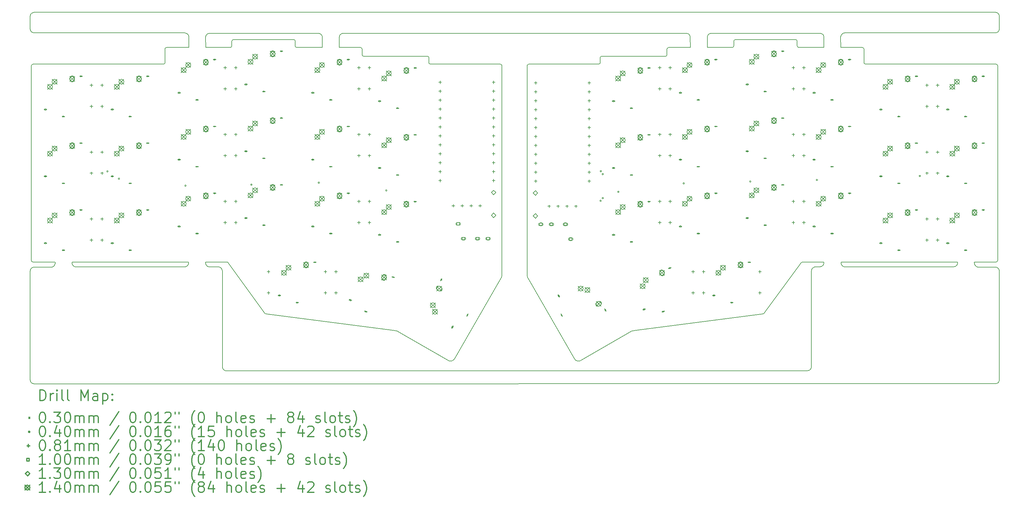
<source format=gbr>
%FSLAX45Y45*%
G04 Gerber Fmt 4.5, Leading zero omitted, Abs format (unit mm)*
G04 Created by KiCad (PCBNEW 5.1.5+dfsg1-2build2) date 2021-07-11 13:57:16*
%MOMM*%
%LPD*%
G04 APERTURE LIST*
%TA.AperFunction,Profile*%
%ADD10C,0.200000*%
%TD*%
%ADD11C,0.200000*%
%ADD12C,0.300000*%
G04 APERTURE END LIST*
D10*
X5058377Y-3692948D02*
X1369750Y-3692948D01*
X1985742Y-9365270D02*
X1978884Y-9387368D01*
X1978884Y-9387368D02*
X1978884Y-9387368D01*
X1978884Y-9387368D02*
X1978630Y-9387876D01*
X1978630Y-9387876D02*
X1978630Y-9388384D01*
X1978630Y-9388384D02*
X1967708Y-9408704D01*
X1967708Y-9408704D02*
X1967708Y-9408704D01*
X1967708Y-9408704D02*
X1967454Y-9409212D01*
X6682451Y-9474744D02*
X6682451Y-9474744D01*
X6682451Y-9474744D02*
X6682451Y-9474998D01*
X6682451Y-9474998D02*
X6682959Y-9474998D01*
X6682959Y-9474998D02*
X6683213Y-9475506D01*
X6683213Y-9475506D02*
X6701247Y-9489984D01*
X6701247Y-9489984D02*
X6701247Y-9489984D01*
X6701247Y-9489984D02*
X6701501Y-9490492D01*
X6701501Y-9490492D02*
X6701755Y-9490746D01*
X6701755Y-9490746D02*
X6716741Y-9508526D01*
X6716741Y-9508526D02*
X6716741Y-9508526D01*
X6716741Y-9508526D02*
X6716995Y-9509034D01*
X6716995Y-9509034D02*
X6717249Y-9509288D01*
X6717249Y-9509288D02*
X6728171Y-9529862D01*
X6728171Y-9529862D02*
X6728171Y-9529862D01*
X6728171Y-9529862D02*
X6728171Y-9529862D01*
X6728171Y-9529862D02*
X6728171Y-9529862D01*
X6728171Y-9529862D02*
X6728425Y-9530116D01*
X6728425Y-9530116D02*
X6728679Y-9530624D01*
X6728679Y-9530624D02*
X6735537Y-9552722D01*
X6735537Y-9552722D02*
X6735537Y-9552976D01*
X6735537Y-9552976D02*
X6735537Y-9553230D01*
X6735537Y-9553230D02*
X6735537Y-9553738D01*
X6735537Y-9553738D02*
X6738077Y-9576852D01*
X6738077Y-9576852D02*
X6738077Y-9576852D01*
X6738077Y-9576852D02*
X6738077Y-9577106D01*
X6738077Y-9577106D02*
X6738077Y-9577360D01*
X6738077Y-9577360D02*
X6738077Y-9577868D01*
X6738077Y-9577868D02*
X6738077Y-9577868D01*
X6738077Y-9577868D02*
X6738077Y-12295665D01*
X6738077Y-12295665D02*
X6738077Y-12296173D01*
X6738077Y-12296173D02*
X6740363Y-12318525D01*
X6740363Y-12318525D02*
X6746967Y-12339607D01*
X6746967Y-12339607D02*
X6757635Y-12359165D01*
X6757635Y-12359165D02*
X6771605Y-12376183D01*
X6771605Y-12376183D02*
X6788877Y-12390407D01*
X6808435Y-12400821D02*
X6829771Y-12407171D01*
X6829771Y-12407171D02*
X6852123Y-12409457D01*
X6852123Y-12409457D02*
X23368711Y-12408441D01*
X23368711Y-12408441D02*
X23369473Y-12408441D01*
X23369473Y-12408441D02*
X23391571Y-12406155D01*
X23391571Y-12406155D02*
X23412907Y-12399551D01*
X23412907Y-12399551D02*
X23432465Y-12388883D01*
X23432465Y-12388883D02*
X23449483Y-12374913D01*
X23449483Y-12374913D02*
X23463707Y-12357641D01*
X23463707Y-12357641D02*
X23473867Y-12338083D01*
X23473867Y-12338083D02*
X23480471Y-12316747D01*
X23480471Y-12316747D02*
X23482503Y-12294395D01*
X23482503Y-12294395D02*
X23482503Y-9577106D01*
X23482503Y-9577106D02*
X23482503Y-9576852D01*
X23482503Y-9576852D02*
X23482503Y-9576852D01*
X23482503Y-9576852D02*
X23484789Y-9553738D01*
X23484789Y-9553738D02*
X23484789Y-9553738D01*
X23484789Y-9553738D02*
X23484789Y-9553738D01*
X23484789Y-9553738D02*
X23484789Y-9553484D01*
X23484789Y-9553484D02*
X23485043Y-9553230D01*
X23485043Y-9553230D02*
X23485043Y-9552722D01*
X23485043Y-9552722D02*
X23491901Y-9530624D01*
X23491901Y-9530624D02*
X23491901Y-9530624D01*
X23491901Y-9530624D02*
X23491901Y-9530116D01*
X23491901Y-9530116D02*
X23492155Y-9529608D01*
X23492155Y-9529608D02*
X23503077Y-9509288D01*
X23503077Y-9509288D02*
X23503077Y-9509288D01*
X23503077Y-9509288D02*
X23503077Y-9509288D01*
X23503077Y-9509288D02*
X23503077Y-9509034D01*
X23503077Y-9509034D02*
X23503331Y-9508780D01*
X23503331Y-9508780D02*
X23503585Y-9508526D01*
X23503585Y-9508526D02*
X23518062Y-9490492D01*
X23518062Y-9490492D02*
X23518316Y-9490492D01*
X23518316Y-9490492D02*
X23518570Y-9489984D01*
X23518570Y-9489984D02*
X23518824Y-9489730D01*
X23518824Y-9489730D02*
X23536858Y-9474998D01*
X23536858Y-9474998D02*
X23536858Y-9474998D01*
X23536858Y-9474998D02*
X23537112Y-9474744D01*
X23537112Y-9474744D02*
X23537620Y-9474490D01*
X23537620Y-9474490D02*
X23557940Y-9463314D01*
X23557940Y-9463314D02*
X23557940Y-9463314D01*
X23557940Y-9463314D02*
X23557940Y-9463314D01*
X23557940Y-9463314D02*
X23557940Y-9463314D01*
X23557940Y-9463314D02*
X23558448Y-9463314D01*
X23558448Y-9463314D02*
X23558956Y-9463060D01*
X23558956Y-9463060D02*
X23581054Y-9456202D01*
X23581054Y-9456202D02*
X23581054Y-9456202D01*
X23581054Y-9456202D02*
X23581054Y-9456202D01*
X23581054Y-9456202D02*
X23581562Y-9455948D01*
X23581562Y-9455948D02*
X23581816Y-9455948D01*
X23581816Y-9455948D02*
X23604930Y-9453408D01*
X23604930Y-9453408D02*
X23605184Y-9453408D01*
X23605184Y-9453408D02*
X23605184Y-9453408D01*
X23605184Y-9453408D02*
X23605438Y-9453408D01*
X23605438Y-9453408D02*
X23606200Y-9453408D01*
X23606200Y-9453408D02*
X23606200Y-9453408D01*
X23606200Y-9453408D02*
X23725072Y-9453408D01*
X23725072Y-9453408D02*
X23725580Y-9453408D01*
X23725580Y-9453408D02*
X23747932Y-9451122D01*
X23747932Y-9451122D02*
X23769268Y-9444518D01*
X23769268Y-9444518D02*
X23788572Y-9434104D01*
X23788572Y-9434104D02*
X23805844Y-9419880D01*
X23805844Y-9419880D02*
X23819814Y-9402608D01*
X23819814Y-9402608D02*
X23830228Y-9383050D01*
X23830228Y-9383050D02*
X23836578Y-9361714D01*
X23836578Y-9361714D02*
X23838864Y-9339616D01*
X23838864Y-9339616D02*
X23839626Y-9318788D01*
X20039536Y-3218476D02*
X20038774Y-2927392D01*
X20038774Y-2927392D02*
X20038774Y-2926630D01*
X20038774Y-2926630D02*
X20036488Y-2904278D01*
X20036488Y-2904278D02*
X20029884Y-2883197D01*
X20029884Y-2883197D02*
X20019470Y-2863639D01*
X20019470Y-2863639D02*
X20005246Y-2846621D01*
X19968416Y-2822237D02*
X19947080Y-2815633D01*
X19947080Y-2815633D02*
X19924982Y-2813601D01*
X19924982Y-2813601D02*
X10176980Y-2814363D01*
X10176980Y-2814363D02*
X10176218Y-2814363D01*
X10176218Y-2814363D02*
X10154120Y-2816649D01*
X10154120Y-2816649D02*
X10132784Y-2823253D01*
X10132784Y-2823253D02*
X10113226Y-2833921D01*
X10113226Y-2833921D02*
X10096208Y-2848145D01*
X10096208Y-2848145D02*
X10081984Y-2865163D01*
X10081984Y-2865163D02*
X10071570Y-2884721D01*
X10071570Y-2884721D02*
X10065220Y-2906056D01*
X10065220Y-2906056D02*
X10063188Y-2928408D01*
X10063188Y-2928408D02*
X10063696Y-3217968D01*
X24324512Y-9318534D02*
X24324004Y-9339616D01*
X24324004Y-9339616D02*
X24324004Y-9340378D01*
X24324004Y-9340378D02*
X24326290Y-9362730D01*
X24326290Y-9362730D02*
X24332894Y-9383812D01*
X24332894Y-9383812D02*
X24343308Y-9403370D01*
X24343308Y-9403370D02*
X24357532Y-9420388D01*
X24357532Y-9420388D02*
X24374804Y-9434612D01*
X24374804Y-9434612D02*
X24394362Y-9445026D01*
X24394362Y-9445026D02*
X24415444Y-9451376D01*
X24415444Y-9451376D02*
X24437796Y-9453408D01*
X24437796Y-9453408D02*
X27525163Y-9453408D01*
X27525163Y-9453408D02*
X27525671Y-9453408D01*
X27525671Y-9453408D02*
X27548023Y-9451122D01*
X27548023Y-9451122D02*
X27569104Y-9444518D01*
X27569104Y-9444518D02*
X27588662Y-9434104D01*
X27588662Y-9434104D02*
X27605680Y-9419880D01*
X27605680Y-9419880D02*
X27619904Y-9402608D01*
X27619904Y-9402608D02*
X27630064Y-9383050D01*
X27630064Y-9383050D02*
X27636668Y-9361714D01*
X27636668Y-9361714D02*
X27638700Y-9339616D01*
X27638700Y-9339616D02*
X27639462Y-9318534D01*
X2465547Y-9363492D02*
X2471897Y-9384828D01*
X2471897Y-9384828D02*
X2482565Y-9404132D01*
X2482565Y-9404132D02*
X2496789Y-9421404D01*
X2496789Y-9421404D02*
X2513807Y-9435374D01*
X2513807Y-9435374D02*
X2533619Y-9445788D01*
X2533619Y-9445788D02*
X2554701Y-9452138D01*
X2554701Y-9452138D02*
X2577053Y-9454424D01*
X2577053Y-9454424D02*
X5664420Y-9454424D01*
X5664420Y-9454424D02*
X5664928Y-9454424D01*
X5664928Y-9454424D02*
X5687280Y-9452138D01*
X5687280Y-9452138D02*
X5708362Y-9445534D01*
X5708362Y-9445534D02*
X5727920Y-9434866D01*
X5727920Y-9434866D02*
X5744938Y-9420896D01*
X5744938Y-9420896D02*
X5759162Y-9403624D01*
X5759162Y-9403624D02*
X5769576Y-9384066D01*
X5769576Y-9384066D02*
X5775926Y-9362730D01*
X5775926Y-9362730D02*
X5778212Y-9340378D01*
X5778212Y-9340378D02*
X5778720Y-9318534D01*
X23838610Y-3218476D02*
X23838864Y-2927392D01*
X23838864Y-2927392D02*
X23838864Y-2926630D01*
X23838864Y-2926630D02*
X23836578Y-2904278D01*
X23836578Y-2904278D02*
X23829974Y-2883197D01*
X23829974Y-2883197D02*
X23819306Y-2863639D01*
X23819306Y-2863639D02*
X23805082Y-2846621D01*
X23805082Y-2846621D02*
X23788064Y-2832651D01*
X23788064Y-2832651D02*
X23768506Y-2822237D01*
X23768506Y-2822237D02*
X23747170Y-2815633D01*
X23747170Y-2815633D02*
X23724818Y-2813601D01*
X23724818Y-2813601D02*
X20637705Y-2813601D01*
X20637705Y-2813601D02*
X20636943Y-2813601D01*
X20636943Y-2813601D02*
X20614591Y-2815887D01*
X20614591Y-2815887D02*
X20593509Y-2822491D01*
X20593509Y-2822491D02*
X20573952Y-2832905D01*
X20573952Y-2832905D02*
X20556934Y-2847129D01*
X20556934Y-2847129D02*
X20542964Y-2864401D01*
X20542964Y-2864401D02*
X20532550Y-2883959D01*
X20532550Y-2883959D02*
X20525946Y-2905294D01*
X20525946Y-2905294D02*
X20523914Y-2927392D01*
X20523914Y-2927392D02*
X20523660Y-3218730D01*
X9578556Y-3217968D02*
X9578048Y-2928154D01*
X9578048Y-2928154D02*
X9578048Y-2927646D01*
X9578048Y-2927646D02*
X9575762Y-2905294D01*
X9575762Y-2905294D02*
X9569158Y-2884213D01*
X9569158Y-2884213D02*
X9558744Y-2864655D01*
X9558744Y-2864655D02*
X9544520Y-2847383D01*
X9544520Y-2847383D02*
X9527248Y-2833413D01*
X9527248Y-2833413D02*
X9507690Y-2822999D01*
X9507690Y-2822999D02*
X9486354Y-2816649D01*
X9486354Y-2816649D02*
X9464002Y-2814363D01*
X9464002Y-2814363D02*
X6376889Y-2814363D01*
X6376889Y-2814363D02*
X6376381Y-2814363D01*
X6376381Y-2814363D02*
X6354029Y-2816649D01*
X6354029Y-2816649D02*
X6332693Y-2823253D01*
X6332693Y-2823253D02*
X6313135Y-2833921D01*
X6313135Y-2833921D02*
X6296118Y-2848145D01*
X6296118Y-2848145D02*
X6282148Y-2865163D01*
X6282148Y-2865163D02*
X6271734Y-2884721D01*
X6271734Y-2884721D02*
X6265384Y-2906056D01*
X6265384Y-2906056D02*
X6263098Y-2928408D01*
X6263098Y-2928408D02*
X6263606Y-3217968D01*
X28237124Y-9463568D02*
X28214010Y-9461282D01*
X28793383Y-12744991D02*
X28807353Y-12727719D01*
X19987974Y-2832651D02*
X19968416Y-2822237D01*
X20005246Y-2846621D02*
X19987974Y-2832651D01*
X6788877Y-12390407D02*
X6808435Y-12400821D01*
X28826403Y-9576598D02*
X28826403Y-12664473D01*
X1275559Y-9578376D02*
X1275559Y-12665489D01*
X1987520Y-9318026D02*
X1988028Y-9340886D01*
X1988028Y-9340886D02*
X1988028Y-9341140D01*
X1988028Y-9341140D02*
X1988028Y-9341140D01*
X1988028Y-9341140D02*
X1985742Y-9364254D01*
X1985742Y-9364254D02*
X1985742Y-9364254D01*
X1985742Y-9364254D02*
X1985742Y-9364254D01*
X1985742Y-9364254D02*
X1985742Y-9364254D01*
X1985742Y-9364254D02*
X1985742Y-9364762D01*
X1985742Y-9364762D02*
X1985742Y-9365270D01*
X2463515Y-9318534D02*
X2463007Y-9340632D01*
X2463007Y-9340632D02*
X2463007Y-9341140D01*
X2463007Y-9341140D02*
X2465547Y-9363492D01*
X11666434Y-11272046D02*
X11650432Y-11270014D01*
X11683706Y-11274840D02*
X11666434Y-11272046D01*
X11700216Y-11278650D02*
X11683706Y-11274840D01*
X11715964Y-11282968D02*
X11700216Y-11278650D01*
X14683443Y-9699026D02*
X14683443Y-9690644D01*
X14681665Y-9717568D02*
X14683443Y-9699026D01*
X14678363Y-9734332D02*
X14681665Y-9717568D01*
X14673537Y-9750080D02*
X14678363Y-9734332D01*
X14667695Y-9764304D02*
X14673537Y-9750080D01*
X14660837Y-9777766D02*
X14667695Y-9764304D01*
X10708601Y-3418120D02*
X10708601Y-3268006D01*
X12558481Y-3467904D02*
X10758385Y-3467904D01*
X14650169Y-3695996D02*
X14633405Y-3692948D01*
X14663377Y-3702854D02*
X14650169Y-3695996D01*
X14673283Y-3713014D02*
X14663377Y-3702854D01*
X14680395Y-3725968D02*
X14673283Y-3713014D01*
X14683443Y-3742986D02*
X14680395Y-3725968D01*
X14683443Y-3742986D02*
X14683443Y-9690644D01*
X1987520Y-9318026D02*
X1358616Y-9318026D01*
X1308579Y-3742986D02*
X1308579Y-9267988D01*
X8758391Y-2992924D02*
X7058371Y-2992924D01*
X8808429Y-3167930D02*
X8808429Y-3042962D01*
X9578556Y-3217968D02*
X8858467Y-3217968D01*
X11715964Y-11282968D02*
X13145475Y-12109229D01*
X12608519Y-3517942D02*
X12608519Y-3642910D01*
X12575245Y-3470952D02*
X12558481Y-3467904D01*
X12588453Y-3478064D02*
X12575245Y-3470952D01*
X12598359Y-3487970D02*
X12588453Y-3478064D01*
X12605471Y-3500924D02*
X12598359Y-3487970D01*
X12608519Y-3517942D02*
X12605471Y-3500924D01*
X5108415Y-3268006D02*
X5108415Y-3642910D01*
X5788626Y-3217968D02*
X5158453Y-3217968D01*
X7008587Y-3042962D02*
X7008333Y-3167930D01*
X14633405Y-3692948D02*
X12658557Y-3692948D01*
X6867363Y-9318788D02*
X6858473Y-9316000D01*
X6882095Y-9324122D02*
X6867363Y-9318788D01*
X6893779Y-9332758D02*
X6882095Y-9324122D01*
X1341598Y-9314978D02*
X1358616Y-9318026D01*
X1328645Y-9308120D02*
X1341598Y-9314978D01*
X1318485Y-9297960D02*
X1328645Y-9308120D01*
X1311373Y-9285006D02*
X1318485Y-9297960D01*
X1308579Y-9267988D02*
X1311373Y-9285006D01*
X1358616Y-9318026D02*
X1358616Y-9318026D01*
X1311373Y-3726222D02*
X1308579Y-3742986D01*
X1318485Y-3713268D02*
X1311373Y-3726222D01*
X1328391Y-3703108D02*
X1318485Y-3713268D01*
X1341344Y-3695996D02*
X1328391Y-3703108D01*
X1369750Y-3692948D02*
X1341344Y-3695996D01*
X1308579Y-3742986D02*
X1308579Y-3742986D01*
X5105621Y-3659928D02*
X5108415Y-3643164D01*
X5098509Y-3672882D02*
X5105621Y-3659928D01*
X5088603Y-3683042D02*
X5098509Y-3672882D01*
X5075649Y-3690154D02*
X5088603Y-3683042D01*
X5058377Y-3692948D02*
X5075649Y-3690154D01*
X5108415Y-3643164D02*
X5108415Y-3642910D01*
X5111463Y-3251242D02*
X5108415Y-3268006D01*
X5118321Y-3238288D02*
X5111463Y-3251242D01*
X5128481Y-3228128D02*
X5118321Y-3238288D01*
X5141435Y-3221016D02*
X5128481Y-3228128D01*
X5158453Y-3217968D02*
X5141435Y-3221016D01*
X7005539Y-3184948D02*
X7008587Y-3167930D01*
X6998681Y-3197902D02*
X7005539Y-3184948D01*
X6988521Y-3208062D02*
X6998681Y-3197902D01*
X6975567Y-3215174D02*
X6988521Y-3208062D01*
X6958549Y-3217968D02*
X6975567Y-3215174D01*
X7008587Y-3167930D02*
X7008587Y-3167930D01*
X7011381Y-3026198D02*
X7008587Y-3042962D01*
X7018493Y-3013244D02*
X7011381Y-3026198D01*
X7028399Y-3003084D02*
X7018493Y-3013244D01*
X7041353Y-2995972D02*
X7028399Y-3003084D01*
X7058371Y-2992924D02*
X7041353Y-2995972D01*
X7008587Y-3042962D02*
X7008587Y-3042962D01*
X8775409Y-2995972D02*
X8758391Y-2992924D01*
X8788363Y-3002830D02*
X8775409Y-2995972D01*
X8798523Y-3012990D02*
X8788363Y-3002830D01*
X8805635Y-3025944D02*
X8798523Y-3012990D01*
X8808429Y-3042962D02*
X8805635Y-3025944D01*
X8758391Y-2992924D02*
X8758391Y-2992924D01*
X8841703Y-3215174D02*
X8858467Y-3217968D01*
X8828495Y-3208062D02*
X8841703Y-3215174D01*
X8818589Y-3198156D02*
X8828495Y-3208062D01*
X8811477Y-3185202D02*
X8818589Y-3198156D01*
X8808429Y-3167930D02*
X8811477Y-3185202D01*
X8858467Y-3217968D02*
X8858467Y-3217968D01*
X10675327Y-3221016D02*
X10658563Y-3217968D01*
X10688281Y-3227874D02*
X10675327Y-3221016D01*
X10698441Y-3238034D02*
X10688281Y-3227874D01*
X10705553Y-3250988D02*
X10698441Y-3238034D01*
X10708601Y-3268006D02*
X10705553Y-3250988D01*
X10741621Y-3465110D02*
X10758385Y-3467904D01*
X10728667Y-3457998D02*
X10741621Y-3465110D01*
X10718507Y-3448092D02*
X10728667Y-3457998D01*
X10711395Y-3435138D02*
X10718507Y-3448092D01*
X10708601Y-3418120D02*
X10711395Y-3435138D01*
X13338261Y-12071129D02*
X14660837Y-9777766D01*
X13338007Y-12071637D02*
X13338261Y-12071129D01*
X13332419Y-12079257D02*
X13338007Y-12071637D01*
X13323021Y-12090179D02*
X13332419Y-12079257D01*
X13312607Y-12099831D02*
X13323021Y-12090179D01*
X13300415Y-12109229D02*
X13312607Y-12099831D01*
X13287969Y-12116595D02*
X13300415Y-12109229D01*
X13273491Y-12123199D02*
X13287969Y-12116595D01*
X13258251Y-12128279D02*
X13273491Y-12123199D01*
X13241487Y-12131581D02*
X13258251Y-12128279D01*
X13222691Y-12132851D02*
X13241487Y-12131581D01*
X13203895Y-12131581D02*
X13222691Y-12132851D01*
X13187131Y-12128025D02*
X13203895Y-12131581D01*
X13171891Y-12122945D02*
X13187131Y-12128025D01*
X13157921Y-12116595D02*
X13171891Y-12122945D01*
X13145475Y-12109229D02*
X13157921Y-12116595D01*
X7983438Y-10793003D02*
X11650432Y-11270014D01*
X7974548Y-10792241D02*
X7983438Y-10793003D01*
X7959562Y-10786907D02*
X7974548Y-10792241D01*
X7948132Y-10778271D02*
X7959562Y-10786907D01*
X6893779Y-9332758D02*
X7948132Y-10778271D01*
X12641539Y-3690154D02*
X12658557Y-3692948D01*
X12628585Y-3683042D02*
X12641539Y-3690154D01*
X12618425Y-3673136D02*
X12628585Y-3683042D01*
X12611567Y-3660182D02*
X12618425Y-3673136D01*
X12608519Y-3642910D02*
X12611567Y-3660182D01*
X12658557Y-3692948D02*
X12658557Y-3692948D01*
X18419272Y-11272808D02*
X18435274Y-11270776D01*
X18402000Y-11275602D02*
X18419272Y-11272808D01*
X18385490Y-11279412D02*
X18402000Y-11275602D01*
X18369742Y-11283730D02*
X18385490Y-11279412D01*
X15402517Y-9700550D02*
X15402263Y-9691152D01*
X15404295Y-9718838D02*
X15402517Y-9700550D01*
X15407597Y-9735348D02*
X15404295Y-9718838D01*
X15412168Y-9750842D02*
X15407597Y-9735348D01*
X15418264Y-9765320D02*
X15412168Y-9750842D01*
X15425122Y-9778528D02*
X15418264Y-9765320D01*
X19377359Y-3418374D02*
X19377359Y-3268514D01*
X17527225Y-3468412D02*
X19327321Y-3468412D01*
X15435536Y-3696504D02*
X15452300Y-3693710D01*
X15422582Y-3703616D02*
X15435536Y-3696504D01*
X15412422Y-3713776D02*
X15422582Y-3703616D01*
X15405311Y-3726730D02*
X15412422Y-3713776D01*
X15402263Y-3743748D02*
X15405311Y-3726730D01*
X15402263Y-3743494D02*
X15402263Y-9690898D01*
X24324512Y-9318534D02*
X27639462Y-9318534D01*
X28777381Y-3743748D02*
X28777381Y-9268496D01*
X25027329Y-3693456D02*
X28727343Y-3693710D01*
X21327315Y-2993432D02*
X23027335Y-2993432D01*
X21277277Y-3168438D02*
X21277277Y-3043470D01*
X19427397Y-3218476D02*
X20039536Y-3218476D01*
X18369742Y-11283730D02*
X16940485Y-12109737D01*
X17477187Y-3518704D02*
X17477187Y-3643672D01*
X17510461Y-3471714D02*
X17527225Y-3468666D01*
X17497507Y-3478572D02*
X17510461Y-3471714D01*
X17487347Y-3488732D02*
X17497507Y-3478572D01*
X17480235Y-3501686D02*
X17487347Y-3488732D01*
X17477187Y-3518704D02*
X17480235Y-3501686D01*
X24977291Y-3268514D02*
X24977291Y-3643418D01*
X23127411Y-3218476D02*
X23838610Y-3218476D01*
X23077373Y-3043470D02*
X23077373Y-3168438D01*
X15452300Y-3693456D02*
X17427403Y-3693710D01*
X23218089Y-9319550D02*
X23227233Y-9318788D01*
X23203357Y-9324884D02*
X23218089Y-9319550D01*
X23191927Y-9333266D02*
X23203357Y-9324884D01*
X28744107Y-9315740D02*
X28727343Y-9318788D01*
X28757061Y-9308882D02*
X28744107Y-9315740D01*
X28767221Y-9298722D02*
X28757061Y-9308882D01*
X28774333Y-9285768D02*
X28767221Y-9298722D01*
X28777381Y-9268750D02*
X28774333Y-9285768D01*
X28727343Y-9318788D02*
X28727343Y-9318788D01*
X28774333Y-3726984D02*
X28777381Y-3743748D01*
X28767475Y-3713776D02*
X28774333Y-3726984D01*
X28757315Y-3703870D02*
X28767475Y-3713776D01*
X28744361Y-3696758D02*
X28757315Y-3703870D01*
X28727343Y-3693710D02*
X28744361Y-3696758D01*
X28777381Y-3743748D02*
X28777381Y-3743748D01*
X24980085Y-3660436D02*
X24977291Y-3643672D01*
X24987197Y-3673644D02*
X24980085Y-3660436D01*
X24997103Y-3683550D02*
X24987197Y-3673644D01*
X25010311Y-3690662D02*
X24997103Y-3683550D01*
X25027329Y-3693710D02*
X25010311Y-3690662D01*
X24977291Y-3643672D02*
X24977291Y-3643672D01*
X24974497Y-3252004D02*
X24977291Y-3268768D01*
X24967385Y-3238796D02*
X24974497Y-3252004D01*
X24957225Y-3228890D02*
X24967385Y-3238796D01*
X24944271Y-3221778D02*
X24957225Y-3228890D01*
X24927253Y-3218730D02*
X24944271Y-3221778D01*
X23080167Y-3185456D02*
X23077373Y-3168692D01*
X23087279Y-3198664D02*
X23080167Y-3185456D01*
X23097185Y-3208570D02*
X23087279Y-3198664D01*
X23110393Y-3215682D02*
X23097185Y-3208570D01*
X23127411Y-3218730D02*
X23110393Y-3215682D01*
X23077373Y-3168692D02*
X23077373Y-3168692D01*
X23074325Y-3026706D02*
X23077373Y-3043724D01*
X23067213Y-3013752D02*
X23074325Y-3026706D01*
X23057307Y-3003846D02*
X23067213Y-3013752D01*
X23044353Y-2996734D02*
X23057307Y-3003846D01*
X23027335Y-2993686D02*
X23044353Y-2996734D01*
X23077373Y-3043724D02*
X23077373Y-3043724D01*
X21310297Y-2996734D02*
X21327315Y-2993686D01*
X21297343Y-3003592D02*
X21310297Y-2996734D01*
X21287437Y-3013752D02*
X21297343Y-3003592D01*
X21280325Y-3026706D02*
X21287437Y-3013752D01*
X21277277Y-3043724D02*
X21280325Y-3026706D01*
X21327315Y-2993686D02*
X21327315Y-2993686D01*
X21244257Y-3215936D02*
X21227239Y-3218730D01*
X21257211Y-3208824D02*
X21244257Y-3215936D01*
X21267371Y-3198918D02*
X21257211Y-3208824D01*
X21274229Y-3185710D02*
X21267371Y-3198918D01*
X21277277Y-3168692D02*
X21274229Y-3185710D01*
X21227239Y-3218730D02*
X21227239Y-3218730D01*
X19410633Y-3221524D02*
X19427397Y-3218730D01*
X19397425Y-3228636D02*
X19410633Y-3221524D01*
X19387265Y-3238796D02*
X19397425Y-3228636D01*
X19380407Y-3251750D02*
X19387265Y-3238796D01*
X19377359Y-3268768D02*
X19380407Y-3251750D01*
X19344085Y-3465872D02*
X19327321Y-3468666D01*
X19357039Y-3458760D02*
X19344085Y-3465872D01*
X19367199Y-3448854D02*
X19357039Y-3458760D01*
X19374311Y-3435900D02*
X19367199Y-3448854D01*
X19377359Y-3418628D02*
X19374311Y-3435900D01*
X16747445Y-12071891D02*
X15424868Y-9778528D01*
X16747953Y-12072399D02*
X16747445Y-12071891D01*
X16754049Y-12080781D02*
X16747953Y-12072399D01*
X16763701Y-12091703D02*
X16754049Y-12080781D01*
X16774115Y-12101609D02*
X16763701Y-12091703D01*
X16785799Y-12110245D02*
X16774115Y-12101609D01*
X16798499Y-12117611D02*
X16785799Y-12110245D01*
X16812215Y-12123961D02*
X16798499Y-12117611D01*
X16827709Y-12129041D02*
X16812215Y-12123961D01*
X1967454Y-9409212D02*
X1967200Y-9409466D01*
X1967200Y-9409466D02*
X1952468Y-9427500D01*
X1952468Y-9427500D02*
X1952468Y-9427500D01*
X1952468Y-9427500D02*
X1952468Y-9427500D01*
X1952468Y-9427500D02*
X1952468Y-9427500D01*
X1952468Y-9427500D02*
X1952214Y-9428008D01*
X1952214Y-9428008D02*
X1951706Y-9428262D01*
X1951706Y-9428262D02*
X1933926Y-9442994D01*
X1933926Y-9442994D02*
X1933926Y-9442994D01*
X1933926Y-9442994D02*
X1933418Y-9443248D01*
X1933418Y-9443248D02*
X1933164Y-9443502D01*
X1933164Y-9443502D02*
X1912844Y-9454424D01*
X1912844Y-9454424D02*
X1912844Y-9454424D01*
X1912844Y-9454424D02*
X1912844Y-9454424D01*
X1912844Y-9454424D02*
X1912590Y-9454678D01*
X1912590Y-9454678D02*
X1912336Y-9454678D01*
X1912336Y-9454678D02*
X1911828Y-9454932D01*
X1911828Y-9454932D02*
X1889730Y-9461790D01*
X1889730Y-9461790D02*
X1889730Y-9461790D01*
X1889730Y-9461790D02*
X1889222Y-9461790D01*
X1889222Y-9461790D02*
X1888714Y-9461790D01*
X1888714Y-9461790D02*
X1865600Y-9464330D01*
X1865600Y-9464330D02*
X1865600Y-9464330D01*
X1865600Y-9464330D02*
X1865346Y-9464330D01*
X1865346Y-9464330D02*
X1865092Y-9464330D01*
X1865092Y-9464330D02*
X1864584Y-9464330D01*
X1864584Y-9464330D02*
X1864584Y-9464330D01*
X1864584Y-9464330D02*
X1389350Y-9464330D01*
X1389350Y-9464330D02*
X1388842Y-9464330D01*
X1388842Y-9464330D02*
X1366490Y-9466616D01*
X1366490Y-9466616D02*
X1345408Y-9473220D01*
X1345408Y-9473220D02*
X1325851Y-9483888D01*
X1325851Y-9483888D02*
X1308579Y-9498112D01*
X1308579Y-9498112D02*
X1294609Y-9515130D01*
X1294609Y-9515130D02*
X1284195Y-9534688D01*
X1284195Y-9534688D02*
X1277845Y-9556024D01*
X1277845Y-9556024D02*
X1275559Y-9578376D01*
X1275559Y-12665489D02*
X1275559Y-12666251D01*
X1275559Y-12666251D02*
X1277845Y-12688603D01*
X1277845Y-12688603D02*
X1284449Y-12709685D01*
X1284449Y-12709685D02*
X1295117Y-12729243D01*
X1295117Y-12729243D02*
X1309341Y-12746261D01*
X1309341Y-12746261D02*
X1326359Y-12760485D01*
X1326359Y-12760485D02*
X1345916Y-12770899D01*
X1345916Y-12770899D02*
X1367252Y-12777249D01*
X1367252Y-12777249D02*
X1389604Y-12779281D01*
X1389604Y-12779281D02*
X28712611Y-12778519D01*
X28712611Y-12778519D02*
X28713119Y-12778519D01*
X28713119Y-12778519D02*
X28735471Y-12776233D01*
X28735471Y-12776233D02*
X28756553Y-12769629D01*
X28756553Y-12769629D02*
X28776111Y-12758961D01*
X28776111Y-12758961D02*
X28793383Y-12744991D01*
X28807353Y-12727719D02*
X28817767Y-12708161D01*
X28817767Y-12708161D02*
X28824117Y-12686825D01*
X28824117Y-12686825D02*
X28826403Y-12664473D01*
X28826403Y-9576598D02*
X28823863Y-9554500D01*
X28823863Y-9554500D02*
X28817259Y-9533164D01*
X28817259Y-9533164D02*
X28806845Y-9513606D01*
X28806845Y-9513606D02*
X28792621Y-9496588D01*
X28792621Y-9496588D02*
X28775603Y-9482618D01*
X28775603Y-9482618D02*
X28755791Y-9472204D01*
X28755791Y-9472204D02*
X28734709Y-9465600D01*
X28734709Y-9465600D02*
X28712357Y-9463568D01*
X28712357Y-9463568D02*
X28237378Y-9463568D01*
X28237378Y-9463568D02*
X28237124Y-9463568D01*
X28237124Y-9463568D02*
X28237124Y-9463568D01*
X28214010Y-9461282D02*
X28214010Y-9461282D01*
X28214010Y-9461282D02*
X28214010Y-9461282D01*
X28214010Y-9461282D02*
X28214010Y-9461282D01*
X28214010Y-9461282D02*
X28213502Y-9461028D01*
X28213502Y-9461028D02*
X28212994Y-9461028D01*
X28212994Y-9461028D02*
X28190896Y-9454424D01*
X28190896Y-9454424D02*
X28190896Y-9454424D01*
X28190896Y-9454424D02*
X28190388Y-9454170D01*
X28190388Y-9454170D02*
X28189880Y-9453916D01*
X28189880Y-9453916D02*
X28169560Y-9442994D01*
X28169560Y-9442994D02*
X28169560Y-9442994D01*
X28169560Y-9442994D02*
X28169560Y-9442994D01*
X28169560Y-9442994D02*
X28169052Y-9442740D01*
X28169052Y-9442740D02*
X28168798Y-9442486D01*
X28168798Y-9442486D02*
X28150764Y-9428008D01*
X28150764Y-9428008D02*
X28150764Y-9428008D01*
X28150764Y-9428008D02*
X28150764Y-9428008D01*
X28150764Y-9428008D02*
X28150764Y-9427754D01*
X28150764Y-9427754D02*
X28150256Y-9427500D01*
X28150256Y-9427500D02*
X28150002Y-9427246D01*
X28150002Y-9427246D02*
X28135270Y-9409212D01*
X28135270Y-9409212D02*
X28135270Y-9409212D01*
X28135270Y-9409212D02*
X28135016Y-9408958D01*
X28135016Y-9408958D02*
X28134762Y-9408450D01*
X28134762Y-9408450D02*
X28123586Y-9388130D01*
X28123586Y-9388130D02*
X28123586Y-9388130D01*
X28123586Y-9388130D02*
X28123586Y-9388130D01*
X28123586Y-9388130D02*
X28123586Y-9388130D01*
X28123586Y-9388130D02*
X28123586Y-9387622D01*
X28123586Y-9387622D02*
X28123332Y-9387114D01*
X28123332Y-9387114D02*
X28116474Y-9365016D01*
X28116474Y-9365016D02*
X28116474Y-9365016D01*
X28116474Y-9365016D02*
X28116474Y-9364508D01*
X28116474Y-9364508D02*
X28116220Y-9364254D01*
X28116220Y-9364254D02*
X28113934Y-9341140D01*
X28113934Y-9341140D02*
X28113934Y-9340886D01*
X28113934Y-9340886D02*
X28113934Y-9340886D01*
X28113934Y-9340886D02*
X28113934Y-9340632D01*
X28113934Y-9340632D02*
X28113934Y-9340124D01*
X28113934Y-9340124D02*
X28113680Y-9340124D01*
X28113680Y-9340124D02*
X28114696Y-9318788D01*
X24314606Y-3218730D02*
X24313844Y-2927138D01*
X24313844Y-2927138D02*
X24313844Y-2926884D01*
X24313844Y-2926884D02*
X24316130Y-2903770D01*
X24316130Y-2903770D02*
X24316130Y-2903770D01*
X24316130Y-2903770D02*
X24316130Y-2903770D01*
X24316130Y-2903770D02*
X24316130Y-2903770D01*
X24316130Y-2903770D02*
X24316130Y-2903262D01*
X24316130Y-2903262D02*
X24316384Y-2902754D01*
X24316384Y-2902754D02*
X24322988Y-2880657D01*
X24322988Y-2880657D02*
X24322988Y-2880403D01*
X24322988Y-2880403D02*
X24323242Y-2880149D01*
X24323242Y-2880149D02*
X24323496Y-2879641D01*
X24323496Y-2879641D02*
X24334164Y-2859321D01*
X24334164Y-2859321D02*
X24334164Y-2859321D01*
X24334164Y-2859321D02*
X24334164Y-2859321D01*
X24334164Y-2859321D02*
X24334164Y-2859067D01*
X24334164Y-2859067D02*
X24334672Y-2858813D01*
X24334672Y-2858813D02*
X24334672Y-2858305D01*
X24334672Y-2858305D02*
X24349404Y-2840525D01*
X24349404Y-2840525D02*
X24349404Y-2840271D01*
X24349404Y-2840271D02*
X24349658Y-2840017D01*
X24349658Y-2840017D02*
X24350166Y-2839763D01*
X24350166Y-2839763D02*
X24367946Y-2825031D01*
X24367946Y-2825031D02*
X24368200Y-2825031D01*
X24368200Y-2825031D02*
X24368454Y-2824777D01*
X24368454Y-2824777D02*
X24368708Y-2824523D01*
X24368708Y-2824523D02*
X24389282Y-2813347D01*
X24389282Y-2813347D02*
X24389282Y-2813347D01*
X24389282Y-2813347D02*
X24389282Y-2813347D01*
X24389282Y-2813347D02*
X24389282Y-2813347D01*
X24389282Y-2813347D02*
X24389790Y-2813093D01*
X24389790Y-2813093D02*
X24390044Y-2813093D01*
X24390044Y-2813093D02*
X24412142Y-2806235D01*
X24412142Y-2806235D02*
X24412142Y-2806235D01*
X24412142Y-2806235D02*
X24412396Y-2806235D01*
X24412396Y-2806235D02*
X24412904Y-2805981D01*
X24412904Y-2805981D02*
X24413158Y-2805981D01*
X24413158Y-2805981D02*
X24436272Y-2803441D01*
X24436272Y-2803441D02*
X24436272Y-2803441D01*
X24436272Y-2803441D02*
X24436526Y-2803441D01*
X24436526Y-2803441D02*
X24436780Y-2803441D01*
X24436780Y-2803441D02*
X24437288Y-2803441D01*
X24437288Y-2803441D02*
X24437288Y-2803441D01*
X24437288Y-2803441D02*
X28712611Y-2803441D01*
X28712611Y-2803441D02*
X28713119Y-2803441D01*
X28713119Y-2803441D02*
X28735471Y-2801155D01*
X28735471Y-2801155D02*
X28756553Y-2794551D01*
X28756553Y-2794551D02*
X28776111Y-2784137D01*
X28776111Y-2784137D02*
X28793383Y-2769913D01*
X28793383Y-2769913D02*
X28807353Y-2752641D01*
X28807353Y-2752641D02*
X28817767Y-2733083D01*
X28817767Y-2733083D02*
X28824117Y-2711747D01*
X28824117Y-2711747D02*
X28826403Y-2689649D01*
X28826403Y-2689649D02*
X28826403Y-2333541D01*
X28826403Y-2333541D02*
X28826403Y-2333033D01*
X28826403Y-2333033D02*
X28823863Y-2310681D01*
X28823863Y-2310681D02*
X28817259Y-2289345D01*
X28817259Y-2289345D02*
X28806845Y-2270041D01*
X28806845Y-2270041D02*
X28792621Y-2252769D01*
X28792621Y-2252769D02*
X28775603Y-2238799D01*
X28775603Y-2238799D02*
X28755791Y-2228385D01*
X28755791Y-2228385D02*
X28734709Y-2222035D01*
X28734709Y-2222035D02*
X28712357Y-2219749D01*
X28712357Y-2219749D02*
X1389350Y-2220765D01*
X1389350Y-2220765D02*
X1388842Y-2220765D01*
X1388842Y-2220765D02*
X1366490Y-2223051D01*
X1366490Y-2223051D02*
X1345408Y-2229655D01*
X1345408Y-2229655D02*
X1325851Y-2240069D01*
X1325851Y-2240069D02*
X1308579Y-2254293D01*
X1308579Y-2254293D02*
X1294609Y-2271565D01*
X1294609Y-2271565D02*
X1284195Y-2291123D01*
X1284195Y-2291123D02*
X1277845Y-2312205D01*
X1277845Y-2312205D02*
X1275559Y-2334557D01*
X1275559Y-2334557D02*
X1275559Y-2690665D01*
X1275559Y-2690665D02*
X1275559Y-2691173D01*
X1275559Y-2691173D02*
X1277845Y-2713525D01*
X1277845Y-2713525D02*
X1284449Y-2734861D01*
X1284449Y-2734861D02*
X1295117Y-2754165D01*
X1295117Y-2754165D02*
X1309341Y-2771437D01*
X1309341Y-2771437D02*
X1326359Y-2785407D01*
X1326359Y-2785407D02*
X1345916Y-2795821D01*
X1345916Y-2795821D02*
X1367252Y-2802171D01*
X1367252Y-2802171D02*
X1389604Y-2804457D01*
X1389604Y-2804457D02*
X5664674Y-2804457D01*
X5664674Y-2804457D02*
X5664928Y-2804457D01*
X5664928Y-2804457D02*
X5664928Y-2804457D01*
X5664928Y-2804457D02*
X5687788Y-2806743D01*
X5687788Y-2806743D02*
X5687788Y-2806743D01*
X5687788Y-2806743D02*
X5687788Y-2806743D01*
X5687788Y-2806743D02*
X5688042Y-2806743D01*
X5688042Y-2806743D02*
X5688296Y-2806743D01*
X5688296Y-2806743D02*
X5688804Y-2806997D01*
X5688804Y-2806997D02*
X5711156Y-2813601D01*
X5711156Y-2813601D02*
X5711156Y-2813601D01*
X5711156Y-2813601D02*
X5711410Y-2813855D01*
X5711410Y-2813855D02*
X5711918Y-2813855D01*
X5711918Y-2813855D02*
X5732492Y-2824777D01*
X5732492Y-2824777D02*
X5732492Y-2824777D01*
X5732492Y-2824777D02*
X5732492Y-2824777D01*
X5732492Y-2824777D02*
X5732492Y-2824777D01*
X5732492Y-2824777D02*
X5732746Y-2825031D01*
X5732746Y-2825031D02*
X5733254Y-2825285D01*
X5733254Y-2825285D02*
X5751288Y-2840017D01*
X5751288Y-2840017D02*
X5751288Y-2840017D01*
X5751288Y-2840017D02*
X5751542Y-2840271D01*
X5751542Y-2840271D02*
X5751796Y-2840779D01*
X5751796Y-2840779D02*
X5766528Y-2858559D01*
X5766528Y-2858559D02*
X5766782Y-2858559D01*
X5766782Y-2858559D02*
X5767036Y-2859067D01*
X5767036Y-2859067D02*
X5767290Y-2859321D01*
X5767290Y-2859321D02*
X5778212Y-2879895D01*
X5778212Y-2879895D02*
X5778212Y-2879895D01*
X5778212Y-2879895D02*
X5778212Y-2879895D01*
X5778212Y-2879895D02*
X5778212Y-2879895D01*
X5778212Y-2879895D02*
X5778466Y-2880149D01*
X5778466Y-2880149D02*
X5778720Y-2880657D01*
X5778720Y-2880657D02*
X5785324Y-2902754D01*
X5785324Y-2902754D02*
X5785578Y-2902754D01*
X5785578Y-2902754D02*
X5785578Y-2903262D01*
X5785578Y-2903262D02*
X5785578Y-2903770D01*
X5785578Y-2903770D02*
X5788118Y-2926884D01*
X5788118Y-2926884D02*
X5788118Y-2926884D01*
X5788118Y-2926884D02*
X5788118Y-2927138D01*
X5788118Y-2927138D02*
X5788118Y-2927392D01*
X5788118Y-2927392D02*
X5788118Y-2927900D01*
X5788118Y-2927900D02*
X5788118Y-2927900D01*
X5788118Y-2927900D02*
X5788626Y-3217968D01*
X6262590Y-9316000D02*
X6263098Y-9340632D01*
X6263098Y-9340632D02*
X6263098Y-9341140D01*
X6263098Y-9341140D02*
X6265384Y-9363492D01*
X6265384Y-9363492D02*
X6271988Y-9384828D01*
X6271988Y-9384828D02*
X6282656Y-9404132D01*
X6282656Y-9404132D02*
X6296626Y-9421404D01*
X6296626Y-9421404D02*
X6313897Y-9435374D01*
X6313897Y-9435374D02*
X6333455Y-9445788D01*
X6333455Y-9445788D02*
X6354791Y-9452138D01*
X6354791Y-9452138D02*
X6377143Y-9454424D01*
X6377143Y-9454424D02*
X6614633Y-9454424D01*
X6614633Y-9454424D02*
X6614887Y-9454424D01*
X6614887Y-9454424D02*
X6614887Y-9454424D01*
X6614887Y-9454424D02*
X6638001Y-9456710D01*
X6638001Y-9456710D02*
X6638001Y-9456710D01*
X6638001Y-9456710D02*
X6638001Y-9456710D01*
X6638001Y-9456710D02*
X6638001Y-9456710D01*
X6638001Y-9456710D02*
X6638509Y-9456710D01*
X6638509Y-9456710D02*
X6638763Y-9456964D01*
X6638763Y-9456964D02*
X6661115Y-9463568D01*
X6661115Y-9463568D02*
X6661115Y-9463568D01*
X6661115Y-9463568D02*
X6661623Y-9463822D01*
X6661623Y-9463822D02*
X6661877Y-9463822D01*
X6661877Y-9463822D02*
X6682451Y-9474744D01*
X6682451Y-9474744D02*
X6682451Y-9474744D01*
X23227233Y-9318788D02*
X23839626Y-9318788D01*
X10658563Y-3217968D02*
X10063696Y-3217968D01*
X28727343Y-9318788D02*
X28114696Y-9318788D01*
X17467281Y-3673898D02*
X17457121Y-3683804D01*
X17474393Y-3660944D02*
X17467281Y-3673898D01*
X16927785Y-12117357D02*
X16914069Y-12123707D01*
X16940485Y-12109737D02*
X16927785Y-12117357D01*
X22102268Y-10793765D02*
X18435274Y-11270776D01*
X22111412Y-10793003D02*
X22102268Y-10793765D01*
X22126144Y-10787669D02*
X22111412Y-10793003D01*
X22137574Y-10779033D02*
X22126144Y-10787669D01*
X23191927Y-9333266D02*
X22137574Y-10779033D01*
X17444167Y-3690916D02*
X17427403Y-3693710D01*
X17457121Y-3683804D02*
X17444167Y-3690916D01*
X2463515Y-9318534D02*
X5778720Y-9318534D01*
X16844473Y-12132343D02*
X16827709Y-12129041D01*
X16863269Y-12133613D02*
X16844473Y-12132343D01*
X16882065Y-12132089D02*
X16863269Y-12133613D01*
X16898829Y-12128787D02*
X16882065Y-12132089D01*
X16914069Y-12123707D02*
X16898829Y-12128787D01*
X17477187Y-3643672D02*
X17474393Y-3660944D01*
X17427403Y-3693710D02*
X17427403Y-3693710D01*
X24927253Y-3218730D02*
X24314606Y-3218730D01*
X21227239Y-3218730D02*
X20523660Y-3218730D01*
X6958549Y-3217968D02*
X6263606Y-3217968D01*
X6858473Y-9316000D02*
X6262590Y-9316000D01*
D11*
X7903750Y-4454500D02*
X7933750Y-4484500D01*
X7933750Y-4454500D02*
X7903750Y-4484500D01*
X7883750Y-4474500D02*
X7953750Y-4474500D01*
X7883750Y-4464500D02*
X7953750Y-4464500D01*
X7953750Y-4474500D02*
G75*
G03X7953750Y-4464500I0J5000D01*
G01*
X7883750Y-4464500D02*
G75*
G03X7883750Y-4474500I0J-5000D01*
G01*
X8403750Y-3309500D02*
X8433750Y-3339500D01*
X8433750Y-3309500D02*
X8403750Y-3339500D01*
X8383795Y-3329805D02*
X8453792Y-3329194D01*
X8383708Y-3319806D02*
X8453705Y-3319195D01*
X8453792Y-3329194D02*
G75*
G03X8453705Y-3319195I-44J5000D01*
G01*
X8383708Y-3319806D02*
G75*
G03X8383795Y-3329805I44J-5000D01*
G01*
X6003750Y-4692000D02*
X6033750Y-4722000D01*
X6033750Y-4692000D02*
X6003750Y-4722000D01*
X5983750Y-4712000D02*
X6053750Y-4712000D01*
X5983750Y-4702000D02*
X6053750Y-4702000D01*
X6053750Y-4712000D02*
G75*
G03X6053750Y-4702000I0J5000D01*
G01*
X5983750Y-4702000D02*
G75*
G03X5983750Y-4712000I0J-5000D01*
G01*
X6503750Y-3547000D02*
X6533750Y-3577000D01*
X6533750Y-3547000D02*
X6503750Y-3577000D01*
X6483795Y-3567305D02*
X6553792Y-3566694D01*
X6483708Y-3557306D02*
X6553705Y-3556695D01*
X6553792Y-3566694D02*
G75*
G03X6553705Y-3556695I-44J5000D01*
G01*
X6483708Y-3557306D02*
G75*
G03X6483795Y-3567305I44J-5000D01*
G01*
X6003750Y-6592000D02*
X6033750Y-6622000D01*
X6033750Y-6592000D02*
X6003750Y-6622000D01*
X5983750Y-6612000D02*
X6053750Y-6612000D01*
X5983750Y-6602000D02*
X6053750Y-6602000D01*
X6053750Y-6612000D02*
G75*
G03X6053750Y-6602000I0J5000D01*
G01*
X5983750Y-6602000D02*
G75*
G03X5983750Y-6612000I0J-5000D01*
G01*
X6503750Y-5447000D02*
X6533750Y-5477000D01*
X6533750Y-5447000D02*
X6503750Y-5477000D01*
X6483795Y-5467305D02*
X6553792Y-5466694D01*
X6483708Y-5457306D02*
X6553705Y-5456695D01*
X6553792Y-5466694D02*
G75*
G03X6553705Y-5456695I-44J5000D01*
G01*
X6483708Y-5457306D02*
G75*
G03X6483795Y-5467305I44J-5000D01*
G01*
X8853750Y-10454500D02*
X8883750Y-10484500D01*
X8883750Y-10454500D02*
X8853750Y-10484500D01*
X8833750Y-10474500D02*
X8903750Y-10474500D01*
X8833750Y-10464500D02*
X8903750Y-10464500D01*
X8903750Y-10474500D02*
G75*
G03X8903750Y-10464500I0J5000D01*
G01*
X8833750Y-10464500D02*
G75*
G03X8833750Y-10474500I0J-5000D01*
G01*
X9353750Y-9309500D02*
X9383750Y-9339500D01*
X9383750Y-9309500D02*
X9353750Y-9339500D01*
X9333795Y-9329805D02*
X9403792Y-9329194D01*
X9333708Y-9319806D02*
X9403705Y-9319195D01*
X9403792Y-9329194D02*
G75*
G03X9403705Y-9319195I-44J5000D01*
G01*
X9333708Y-9319806D02*
G75*
G03X9333795Y-9329805I44J-5000D01*
G01*
X7903750Y-8254500D02*
X7933750Y-8284500D01*
X7933750Y-8254500D02*
X7903750Y-8284500D01*
X7883750Y-8274500D02*
X7953750Y-8274500D01*
X7883750Y-8264500D02*
X7953750Y-8264500D01*
X7953750Y-8274500D02*
G75*
G03X7953750Y-8264500I0J5000D01*
G01*
X7883750Y-8264500D02*
G75*
G03X7883750Y-8274500I0J-5000D01*
G01*
X8403750Y-7109500D02*
X8433750Y-7139500D01*
X8433750Y-7109500D02*
X8403750Y-7139500D01*
X8383795Y-7129805D02*
X8453792Y-7129194D01*
X8383708Y-7119806D02*
X8453705Y-7119195D01*
X8453792Y-7129194D02*
G75*
G03X8453705Y-7119195I-44J5000D01*
G01*
X8383708Y-7119806D02*
G75*
G03X8383795Y-7129805I44J-5000D01*
G01*
X25953485Y-8967043D02*
X25983485Y-8997043D01*
X25983485Y-8967043D02*
X25953485Y-8997043D01*
X25933485Y-8987043D02*
X26003485Y-8987043D01*
X25933485Y-8977043D02*
X26003485Y-8977043D01*
X26003485Y-8987043D02*
G75*
G03X26003485Y-8977043I0J5000D01*
G01*
X25933485Y-8977043D02*
G75*
G03X25933485Y-8987043I0J-5000D01*
G01*
X26453485Y-7822043D02*
X26483485Y-7852043D01*
X26483485Y-7822043D02*
X26453485Y-7852043D01*
X26433530Y-7842348D02*
X26503527Y-7841738D01*
X26433442Y-7832349D02*
X26503440Y-7831738D01*
X26503527Y-7841738D02*
G75*
G03X26503440Y-7831738I-44J5000D01*
G01*
X26433442Y-7832349D02*
G75*
G03X26433530Y-7842348I44J-5000D01*
G01*
X18353485Y-4929543D02*
X18383485Y-4959543D01*
X18383485Y-4929543D02*
X18353485Y-4959543D01*
X18333485Y-4949543D02*
X18403485Y-4949543D01*
X18333485Y-4939543D02*
X18403485Y-4939543D01*
X18403485Y-4949543D02*
G75*
G03X18403485Y-4939543I0J5000D01*
G01*
X18333485Y-4939543D02*
G75*
G03X18333485Y-4949543I0J-5000D01*
G01*
X18853485Y-3784543D02*
X18883485Y-3814543D01*
X18883485Y-3784543D02*
X18853485Y-3814543D01*
X18833530Y-3804848D02*
X18903527Y-3804238D01*
X18833442Y-3794849D02*
X18903440Y-3794238D01*
X18903527Y-3804238D02*
G75*
G03X18903440Y-3794238I-44J5000D01*
G01*
X18833442Y-3794849D02*
G75*
G03X18833530Y-3804848I44J-5000D01*
G01*
X4103750Y-5167000D02*
X4133750Y-5197000D01*
X4133750Y-5167000D02*
X4103750Y-5197000D01*
X4083750Y-5187000D02*
X4153750Y-5187000D01*
X4083750Y-5177000D02*
X4153750Y-5177000D01*
X4153750Y-5187000D02*
G75*
G03X4153750Y-5177000I0J5000D01*
G01*
X4083750Y-5177000D02*
G75*
G03X4083750Y-5187000I0J-5000D01*
G01*
X4603750Y-4022000D02*
X4633750Y-4052000D01*
X4633750Y-4022000D02*
X4603750Y-4052000D01*
X4583795Y-4042305D02*
X4653792Y-4041694D01*
X4583708Y-4032306D02*
X4653705Y-4031695D01*
X4653792Y-4041694D02*
G75*
G03X4653705Y-4031695I-44J5000D01*
G01*
X4583708Y-4032306D02*
G75*
G03X4583795Y-4042305I44J-5000D01*
G01*
X16367530Y-10809543D02*
X16397530Y-10839543D01*
X16397530Y-10809543D02*
X16367530Y-10839543D01*
X16360700Y-10796732D02*
X16395700Y-10857354D01*
X16369360Y-10791732D02*
X16404360Y-10852354D01*
X16395700Y-10857354D02*
G75*
G03X16404360Y-10852354I4330J2500D01*
G01*
X16369360Y-10791732D02*
G75*
G03X16360700Y-10796732I-4330J-2500D01*
G01*
X17609129Y-10670056D02*
X17639129Y-10700056D01*
X17639129Y-10670056D02*
X17609129Y-10700056D01*
X17602057Y-10657437D02*
X17637585Y-10717751D01*
X17610673Y-10652361D02*
X17646201Y-10712675D01*
X17637585Y-10717751D02*
G75*
G03X17646201Y-10712675I4308J2538D01*
G01*
X17610673Y-10652361D02*
G75*
G03X17602057Y-10657437I-4308J-2538D01*
G01*
X22153485Y-4454543D02*
X22183485Y-4484543D01*
X22183485Y-4454543D02*
X22153485Y-4484543D01*
X22133485Y-4474543D02*
X22203485Y-4474543D01*
X22133485Y-4464543D02*
X22203485Y-4464543D01*
X22203485Y-4474543D02*
G75*
G03X22203485Y-4464543I0J5000D01*
G01*
X22133485Y-4464543D02*
G75*
G03X22133485Y-4474543I0J-5000D01*
G01*
X22653485Y-3309543D02*
X22683485Y-3339543D01*
X22683485Y-3309543D02*
X22653485Y-3339543D01*
X22633530Y-3329848D02*
X22703527Y-3329238D01*
X22633442Y-3319849D02*
X22703440Y-3319238D01*
X22703527Y-3329238D02*
G75*
G03X22703440Y-3319238I-44J5000D01*
G01*
X22633442Y-3319849D02*
G75*
G03X22633530Y-3329848I44J-5000D01*
G01*
X7903750Y-6354500D02*
X7933750Y-6384500D01*
X7933750Y-6354500D02*
X7903750Y-6384500D01*
X7883750Y-6374500D02*
X7953750Y-6374500D01*
X7883750Y-6364500D02*
X7953750Y-6364500D01*
X7953750Y-6374500D02*
G75*
G03X7953750Y-6364500I0J5000D01*
G01*
X7883750Y-6364500D02*
G75*
G03X7883750Y-6374500I0J-5000D01*
G01*
X8403750Y-5209500D02*
X8433750Y-5239500D01*
X8433750Y-5209500D02*
X8403750Y-5239500D01*
X8383795Y-5229805D02*
X8453792Y-5229194D01*
X8383708Y-5219806D02*
X8453705Y-5219195D01*
X8453792Y-5229194D02*
G75*
G03X8453705Y-5219195I-44J5000D01*
G01*
X8383708Y-5219806D02*
G75*
G03X8383795Y-5229805I44J-5000D01*
G01*
X2203750Y-5167000D02*
X2233750Y-5197000D01*
X2233750Y-5167000D02*
X2203750Y-5197000D01*
X2183750Y-5187000D02*
X2253750Y-5187000D01*
X2183750Y-5177000D02*
X2253750Y-5177000D01*
X2253750Y-5187000D02*
G75*
G03X2253750Y-5177000I0J5000D01*
G01*
X2183750Y-5177000D02*
G75*
G03X2183750Y-5187000I0J-5000D01*
G01*
X2703750Y-4022000D02*
X2733750Y-4052000D01*
X2733750Y-4022000D02*
X2703750Y-4052000D01*
X2683795Y-4042305D02*
X2753792Y-4041694D01*
X2683708Y-4032306D02*
X2753705Y-4031695D01*
X2753792Y-4041694D02*
G75*
G03X2753705Y-4031695I-44J5000D01*
G01*
X2683708Y-4032306D02*
G75*
G03X2683795Y-4042305I44J-5000D01*
G01*
X25953485Y-7067043D02*
X25983485Y-7097043D01*
X25983485Y-7067043D02*
X25953485Y-7097043D01*
X25933485Y-7087043D02*
X26003485Y-7087043D01*
X25933485Y-7077043D02*
X26003485Y-7077043D01*
X26003485Y-7087043D02*
G75*
G03X26003485Y-7077043I0J5000D01*
G01*
X25933485Y-7077043D02*
G75*
G03X25933485Y-7087043I0J-5000D01*
G01*
X26453485Y-5922043D02*
X26483485Y-5952043D01*
X26483485Y-5922043D02*
X26453485Y-5952043D01*
X26433530Y-5942348D02*
X26503527Y-5941738D01*
X26433442Y-5932349D02*
X26503440Y-5931738D01*
X26503527Y-5941738D02*
G75*
G03X26503440Y-5931738I-44J5000D01*
G01*
X26433442Y-5932349D02*
G75*
G03X26433530Y-5942348I44J-5000D01*
G01*
X11703750Y-8729500D02*
X11733750Y-8759500D01*
X11733750Y-8729500D02*
X11703750Y-8759500D01*
X11683750Y-8749500D02*
X11753750Y-8749500D01*
X11683750Y-8739500D02*
X11753750Y-8739500D01*
X11753750Y-8749500D02*
G75*
G03X11753750Y-8739500I0J5000D01*
G01*
X11683750Y-8739500D02*
G75*
G03X11683750Y-8749500I0J-5000D01*
G01*
X12203750Y-7584500D02*
X12233750Y-7614500D01*
X12233750Y-7584500D02*
X12203750Y-7614500D01*
X12183795Y-7604805D02*
X12253792Y-7604194D01*
X12183708Y-7594806D02*
X12253705Y-7594195D01*
X12253792Y-7604194D02*
G75*
G03X12253705Y-7594195I-44J5000D01*
G01*
X12183708Y-7594806D02*
G75*
G03X12183795Y-7604805I44J-5000D01*
G01*
X21203485Y-10454543D02*
X21233485Y-10484543D01*
X21233485Y-10454543D02*
X21203485Y-10484543D01*
X21183485Y-10474543D02*
X21253485Y-10474543D01*
X21183485Y-10464543D02*
X21253485Y-10464543D01*
X21253485Y-10474543D02*
G75*
G03X21253485Y-10464543I0J5000D01*
G01*
X21183485Y-10464543D02*
G75*
G03X21183485Y-10474543I0J-5000D01*
G01*
X21703485Y-9309543D02*
X21733485Y-9339543D01*
X21733485Y-9309543D02*
X21703485Y-9339543D01*
X21683530Y-9329848D02*
X21753527Y-9329238D01*
X21683442Y-9319849D02*
X21753440Y-9319238D01*
X21753527Y-9329238D02*
G75*
G03X21753440Y-9319238I-44J5000D01*
G01*
X21683442Y-9319849D02*
G75*
G03X21683530Y-9329848I44J-5000D01*
G01*
X18353485Y-6829543D02*
X18383485Y-6859543D01*
X18383485Y-6829543D02*
X18353485Y-6859543D01*
X18333485Y-6849543D02*
X18403485Y-6849543D01*
X18333485Y-6839543D02*
X18403485Y-6839543D01*
X18403485Y-6849543D02*
G75*
G03X18403485Y-6839543I0J5000D01*
G01*
X18333485Y-6839543D02*
G75*
G03X18333485Y-6849543I0J-5000D01*
G01*
X18853485Y-5684543D02*
X18883485Y-5714543D01*
X18883485Y-5684543D02*
X18853485Y-5714543D01*
X18833530Y-5704848D02*
X18903527Y-5704238D01*
X18833442Y-5694849D02*
X18903440Y-5694238D01*
X18903527Y-5704238D02*
G75*
G03X18903440Y-5694238I-44J5000D01*
G01*
X18833442Y-5694849D02*
G75*
G03X18833530Y-5704848I44J-5000D01*
G01*
X20253485Y-8492043D02*
X20283485Y-8522043D01*
X20283485Y-8492043D02*
X20253485Y-8522043D01*
X20233485Y-8512043D02*
X20303485Y-8512043D01*
X20233485Y-8502043D02*
X20303485Y-8502043D01*
X20303485Y-8512043D02*
G75*
G03X20303485Y-8502043I0J5000D01*
G01*
X20233485Y-8502043D02*
G75*
G03X20233485Y-8512043I0J-5000D01*
G01*
X20753485Y-7347043D02*
X20783485Y-7377043D01*
X20783485Y-7347043D02*
X20753485Y-7377043D01*
X20733530Y-7367348D02*
X20803527Y-7366738D01*
X20733442Y-7357349D02*
X20803440Y-7356738D01*
X20803527Y-7366738D02*
G75*
G03X20803440Y-7356738I-44J5000D01*
G01*
X20733442Y-7357349D02*
G75*
G03X20733530Y-7367348I44J-5000D01*
G01*
X2203750Y-8967000D02*
X2233750Y-8997000D01*
X2233750Y-8967000D02*
X2203750Y-8997000D01*
X2183750Y-8987000D02*
X2253750Y-8987000D01*
X2183750Y-8977000D02*
X2253750Y-8977000D01*
X2253750Y-8987000D02*
G75*
G03X2253750Y-8977000I0J5000D01*
G01*
X2183750Y-8977000D02*
G75*
G03X2183750Y-8987000I0J-5000D01*
G01*
X2703750Y-7822000D02*
X2733750Y-7852000D01*
X2733750Y-7822000D02*
X2703750Y-7852000D01*
X2683795Y-7842305D02*
X2753792Y-7841694D01*
X2683708Y-7832306D02*
X2753705Y-7831695D01*
X2753792Y-7841694D02*
G75*
G03X2753705Y-7831695I-44J5000D01*
G01*
X2683708Y-7832306D02*
G75*
G03X2683795Y-7842305I44J-5000D01*
G01*
X9803750Y-8492000D02*
X9833750Y-8522000D01*
X9833750Y-8492000D02*
X9803750Y-8522000D01*
X9783750Y-8512000D02*
X9853750Y-8512000D01*
X9783750Y-8502000D02*
X9853750Y-8502000D01*
X9853750Y-8512000D02*
G75*
G03X9853750Y-8502000I0J5000D01*
G01*
X9783750Y-8502000D02*
G75*
G03X9783750Y-8512000I0J-5000D01*
G01*
X10303750Y-7347000D02*
X10333750Y-7377000D01*
X10333750Y-7347000D02*
X10303750Y-7377000D01*
X10283795Y-7367305D02*
X10353792Y-7366694D01*
X10283708Y-7357306D02*
X10353705Y-7356695D01*
X10353792Y-7366694D02*
G75*
G03X10353705Y-7356695I-44J5000D01*
G01*
X10283708Y-7357306D02*
G75*
G03X10283795Y-7367305I44J-5000D01*
G01*
X9803750Y-4692000D02*
X9833750Y-4722000D01*
X9833750Y-4692000D02*
X9803750Y-4722000D01*
X9783750Y-4712000D02*
X9853750Y-4712000D01*
X9783750Y-4702000D02*
X9853750Y-4702000D01*
X9853750Y-4712000D02*
G75*
G03X9853750Y-4702000I0J5000D01*
G01*
X9783750Y-4702000D02*
G75*
G03X9783750Y-4712000I0J-5000D01*
G01*
X10303750Y-3547000D02*
X10333750Y-3577000D01*
X10333750Y-3547000D02*
X10303750Y-3577000D01*
X10283795Y-3567305D02*
X10353792Y-3566694D01*
X10283708Y-3557306D02*
X10353705Y-3556695D01*
X10353792Y-3566694D02*
G75*
G03X10353705Y-3556695I-44J5000D01*
G01*
X10283708Y-3557306D02*
G75*
G03X10283795Y-3567305I44J-5000D01*
G01*
X2203750Y-7067000D02*
X2233750Y-7097000D01*
X2233750Y-7067000D02*
X2203750Y-7097000D01*
X2183750Y-7087000D02*
X2253750Y-7087000D01*
X2183750Y-7077000D02*
X2253750Y-7077000D01*
X2253750Y-7087000D02*
G75*
G03X2253750Y-7077000I0J5000D01*
G01*
X2183750Y-7077000D02*
G75*
G03X2183750Y-7087000I0J-5000D01*
G01*
X2703750Y-5922000D02*
X2733750Y-5952000D01*
X2733750Y-5922000D02*
X2703750Y-5952000D01*
X2683795Y-5942305D02*
X2753792Y-5941694D01*
X2683708Y-5932306D02*
X2753705Y-5931695D01*
X2753792Y-5941694D02*
G75*
G03X2753705Y-5931695I-44J5000D01*
G01*
X2683708Y-5932306D02*
G75*
G03X2683795Y-5942305I44J-5000D01*
G01*
X10801047Y-10709396D02*
X10831047Y-10739396D01*
X10831047Y-10709396D02*
X10801047Y-10739396D01*
X10780945Y-10720167D02*
X10848560Y-10738285D01*
X10783534Y-10710508D02*
X10851148Y-10728625D01*
X10848560Y-10738285D02*
G75*
G03X10851148Y-10728625I1294J4830D01*
G01*
X10783534Y-10710508D02*
G75*
G03X10780945Y-10720167I-1294J-4830D01*
G01*
X11580357Y-9732821D02*
X11610357Y-9762821D01*
X11610357Y-9732821D02*
X11580357Y-9762821D01*
X11560220Y-9743898D02*
X11627991Y-9761425D01*
X11562724Y-9734217D02*
X11630495Y-9751743D01*
X11627991Y-9761425D02*
G75*
G03X11630495Y-9751743I1252J4841D01*
G01*
X11562724Y-9734217D02*
G75*
G03X11560220Y-9743898I-1252J-4841D01*
G01*
X27853485Y-8967043D02*
X27883485Y-8997043D01*
X27883485Y-8967043D02*
X27853485Y-8997043D01*
X27833485Y-8987043D02*
X27903485Y-8987043D01*
X27833485Y-8977043D02*
X27903485Y-8977043D01*
X27903485Y-8987043D02*
G75*
G03X27903485Y-8977043I0J5000D01*
G01*
X27833485Y-8977043D02*
G75*
G03X27833485Y-8987043I0J-5000D01*
G01*
X28353485Y-7822043D02*
X28383485Y-7852043D01*
X28383485Y-7822043D02*
X28353485Y-7852043D01*
X28333530Y-7842348D02*
X28403527Y-7841738D01*
X28333442Y-7832349D02*
X28403440Y-7831738D01*
X28403527Y-7841738D02*
G75*
G03X28403440Y-7831738I-44J5000D01*
G01*
X28333442Y-7832349D02*
G75*
G03X28333530Y-7842348I44J-5000D01*
G01*
X4103750Y-8967000D02*
X4133750Y-8997000D01*
X4133750Y-8967000D02*
X4103750Y-8997000D01*
X4083750Y-8987000D02*
X4153750Y-8987000D01*
X4083750Y-8977000D02*
X4153750Y-8977000D01*
X4153750Y-8987000D02*
G75*
G03X4153750Y-8977000I0J5000D01*
G01*
X4083750Y-8977000D02*
G75*
G03X4083750Y-8987000I0J-5000D01*
G01*
X4603750Y-7822000D02*
X4633750Y-7852000D01*
X4633750Y-7822000D02*
X4603750Y-7852000D01*
X4583795Y-7842305D02*
X4653792Y-7841694D01*
X4583708Y-7832306D02*
X4653705Y-7831695D01*
X4653792Y-7841694D02*
G75*
G03X4653705Y-7831695I-44J5000D01*
G01*
X4583708Y-7832306D02*
G75*
G03X4583795Y-7842305I44J-5000D01*
G01*
X12948106Y-9803987D02*
X12978106Y-9833987D01*
X12978106Y-9803987D02*
X12948106Y-9833987D01*
X12950223Y-9851912D02*
X12984692Y-9790987D01*
X12941519Y-9846988D02*
X12975989Y-9786063D01*
X12984692Y-9790987D02*
G75*
G03X12975989Y-9786063I-4352J2462D01*
G01*
X12941519Y-9846988D02*
G75*
G03X12950223Y-9851912I4352J-2462D01*
G01*
X13689705Y-10809500D02*
X13719705Y-10839500D01*
X13719705Y-10809500D02*
X13689705Y-10839500D01*
X13691535Y-10857311D02*
X13726535Y-10796689D01*
X13682875Y-10852311D02*
X13717875Y-10791689D01*
X13726535Y-10796689D02*
G75*
G03X13717875Y-10791689I-4330J2500D01*
G01*
X13682875Y-10852311D02*
G75*
G03X13691535Y-10857311I4330J-2500D01*
G01*
X22153485Y-8254543D02*
X22183485Y-8284543D01*
X22183485Y-8254543D02*
X22153485Y-8284543D01*
X22133485Y-8274543D02*
X22203485Y-8274543D01*
X22133485Y-8264543D02*
X22203485Y-8264543D01*
X22203485Y-8274543D02*
G75*
G03X22203485Y-8264543I0J5000D01*
G01*
X22133485Y-8264543D02*
G75*
G03X22133485Y-8274543I0J-5000D01*
G01*
X22653485Y-7109543D02*
X22683485Y-7139543D01*
X22683485Y-7109543D02*
X22653485Y-7139543D01*
X22633530Y-7129848D02*
X22703527Y-7129238D01*
X22633442Y-7119849D02*
X22703440Y-7119238D01*
X22703527Y-7129238D02*
G75*
G03X22703440Y-7119238I-44J5000D01*
G01*
X22633442Y-7119849D02*
G75*
G03X22633530Y-7129848I44J-5000D01*
G01*
X9803750Y-6592000D02*
X9833750Y-6622000D01*
X9833750Y-6592000D02*
X9803750Y-6622000D01*
X9783750Y-6612000D02*
X9853750Y-6612000D01*
X9783750Y-6602000D02*
X9853750Y-6602000D01*
X9853750Y-6612000D02*
G75*
G03X9853750Y-6602000I0J5000D01*
G01*
X9783750Y-6602000D02*
G75*
G03X9783750Y-6612000I0J-5000D01*
G01*
X10303750Y-5447000D02*
X10333750Y-5477000D01*
X10333750Y-5447000D02*
X10303750Y-5477000D01*
X10283795Y-5467305D02*
X10353792Y-5466694D01*
X10283708Y-5457306D02*
X10353705Y-5456695D01*
X10353792Y-5466694D02*
G75*
G03X10353705Y-5456695I-44J5000D01*
G01*
X10283708Y-5457306D02*
G75*
G03X10283795Y-5467305I44J-5000D01*
G01*
X18353485Y-8729543D02*
X18383485Y-8759543D01*
X18383485Y-8729543D02*
X18353485Y-8759543D01*
X18333485Y-8749543D02*
X18403485Y-8749543D01*
X18333485Y-8739543D02*
X18403485Y-8739543D01*
X18403485Y-8749543D02*
G75*
G03X18403485Y-8739543I0J5000D01*
G01*
X18333485Y-8739543D02*
G75*
G03X18333485Y-8749543I0J-5000D01*
G01*
X18853485Y-7584543D02*
X18883485Y-7614543D01*
X18883485Y-7584543D02*
X18853485Y-7614543D01*
X18833530Y-7604848D02*
X18903527Y-7604238D01*
X18833442Y-7594849D02*
X18903440Y-7594238D01*
X18903527Y-7604238D02*
G75*
G03X18903440Y-7594238I-44J5000D01*
G01*
X18833442Y-7594849D02*
G75*
G03X18833530Y-7604848I44J-5000D01*
G01*
X24053485Y-4692043D02*
X24083485Y-4722043D01*
X24083485Y-4692043D02*
X24053485Y-4722043D01*
X24033485Y-4712043D02*
X24103485Y-4712043D01*
X24033485Y-4702043D02*
X24103485Y-4702043D01*
X24103485Y-4712043D02*
G75*
G03X24103485Y-4702043I0J5000D01*
G01*
X24033485Y-4702043D02*
G75*
G03X24033485Y-4712043I0J-5000D01*
G01*
X24553485Y-3547043D02*
X24583485Y-3577043D01*
X24583485Y-3547043D02*
X24553485Y-3577043D01*
X24533530Y-3567348D02*
X24603527Y-3566738D01*
X24533442Y-3557349D02*
X24603440Y-3556738D01*
X24603527Y-3566738D02*
G75*
G03X24603440Y-3556738I-44J5000D01*
G01*
X24533442Y-3557349D02*
G75*
G03X24533530Y-3567348I44J-5000D01*
G01*
X4103750Y-7067000D02*
X4133750Y-7097000D01*
X4133750Y-7067000D02*
X4103750Y-7097000D01*
X4083750Y-7087000D02*
X4153750Y-7087000D01*
X4083750Y-7077000D02*
X4153750Y-7077000D01*
X4153750Y-7087000D02*
G75*
G03X4153750Y-7077000I0J5000D01*
G01*
X4083750Y-7077000D02*
G75*
G03X4083750Y-7087000I0J-5000D01*
G01*
X4603750Y-5922000D02*
X4633750Y-5952000D01*
X4633750Y-5922000D02*
X4603750Y-5952000D01*
X4583795Y-5942305D02*
X4653792Y-5941694D01*
X4583708Y-5932306D02*
X4653705Y-5931695D01*
X4653792Y-5941694D02*
G75*
G03X4653705Y-5931695I-44J5000D01*
G01*
X4583708Y-5932306D02*
G75*
G03X4583795Y-5942305I44J-5000D01*
G01*
X22153485Y-6354543D02*
X22183485Y-6384543D01*
X22183485Y-6354543D02*
X22153485Y-6384543D01*
X22133485Y-6374543D02*
X22203485Y-6374543D01*
X22133485Y-6364543D02*
X22203485Y-6364543D01*
X22203485Y-6374543D02*
G75*
G03X22203485Y-6364543I0J5000D01*
G01*
X22133485Y-6364543D02*
G75*
G03X22133485Y-6374543I0J-5000D01*
G01*
X22653485Y-5209543D02*
X22683485Y-5239543D01*
X22683485Y-5209543D02*
X22653485Y-5239543D01*
X22633530Y-5229848D02*
X22703527Y-5229238D01*
X22633442Y-5219849D02*
X22703440Y-5219238D01*
X22703527Y-5229238D02*
G75*
G03X22703440Y-5219238I-44J5000D01*
G01*
X22633442Y-5219849D02*
G75*
G03X22633530Y-5229848I44J-5000D01*
G01*
X19256188Y-10709439D02*
X19286188Y-10739439D01*
X19286188Y-10709439D02*
X19256188Y-10739439D01*
X19238675Y-10738328D02*
X19306289Y-10720210D01*
X19236086Y-10728668D02*
X19303701Y-10710551D01*
X19306289Y-10720210D02*
G75*
G03X19303701Y-10710551I-1294J4830D01*
G01*
X19236086Y-10728669D02*
G75*
G03X19238675Y-10738328I1294J-4830D01*
G01*
X19442803Y-9474045D02*
X19472803Y-9504045D01*
X19472803Y-9474045D02*
X19442803Y-9504045D01*
X19425412Y-9503216D02*
X19492866Y-9484510D01*
X19422740Y-9493580D02*
X19490194Y-9474873D01*
X19492866Y-9484510D02*
G75*
G03X19490194Y-9474873I-1336J4818D01*
G01*
X19422740Y-9493580D02*
G75*
G03X19425412Y-9503216I1336J-4818D01*
G01*
X27853485Y-7067043D02*
X27883485Y-7097043D01*
X27883485Y-7067043D02*
X27853485Y-7097043D01*
X27833485Y-7087043D02*
X27903485Y-7087043D01*
X27833485Y-7077043D02*
X27903485Y-7077043D01*
X27903485Y-7087043D02*
G75*
G03X27903485Y-7077043I0J5000D01*
G01*
X27833485Y-7077043D02*
G75*
G03X27833485Y-7087043I0J-5000D01*
G01*
X28353485Y-5922043D02*
X28383485Y-5952043D01*
X28383485Y-5922043D02*
X28353485Y-5952043D01*
X28333530Y-5942348D02*
X28403527Y-5941738D01*
X28333442Y-5932349D02*
X28403440Y-5931738D01*
X28403527Y-5941738D02*
G75*
G03X28403440Y-5931738I-44J5000D01*
G01*
X28333442Y-5932349D02*
G75*
G03X28333530Y-5942348I44J-5000D01*
G01*
X20253485Y-6592043D02*
X20283485Y-6622043D01*
X20283485Y-6592043D02*
X20253485Y-6622043D01*
X20233485Y-6612043D02*
X20303485Y-6612043D01*
X20233485Y-6602043D02*
X20303485Y-6602043D01*
X20303485Y-6612043D02*
G75*
G03X20303485Y-6602043I0J5000D01*
G01*
X20233485Y-6602043D02*
G75*
G03X20233485Y-6612043I0J-5000D01*
G01*
X20753485Y-5447043D02*
X20783485Y-5477043D01*
X20783485Y-5447043D02*
X20753485Y-5477043D01*
X20733530Y-5467348D02*
X20803527Y-5466738D01*
X20733442Y-5457349D02*
X20803440Y-5456738D01*
X20803527Y-5466738D02*
G75*
G03X20803440Y-5456738I-44J5000D01*
G01*
X20733442Y-5457349D02*
G75*
G03X20733530Y-5467348I44J-5000D01*
G01*
X27853485Y-5167043D02*
X27883485Y-5197043D01*
X27883485Y-5167043D02*
X27853485Y-5197043D01*
X27833485Y-5187043D02*
X27903485Y-5187043D01*
X27833485Y-5177043D02*
X27903485Y-5177043D01*
X27903485Y-5187043D02*
G75*
G03X27903485Y-5177043I0J5000D01*
G01*
X27833485Y-5177043D02*
G75*
G03X27833485Y-5187043I0J-5000D01*
G01*
X28353485Y-4022043D02*
X28383485Y-4052043D01*
X28383485Y-4022043D02*
X28353485Y-4052043D01*
X28333530Y-4042348D02*
X28403527Y-4041738D01*
X28333442Y-4032349D02*
X28403440Y-4031738D01*
X28403527Y-4041738D02*
G75*
G03X28403440Y-4031738I-44J5000D01*
G01*
X28333442Y-4032349D02*
G75*
G03X28333530Y-4042348I44J-5000D01*
G01*
X11703750Y-4929500D02*
X11733750Y-4959500D01*
X11733750Y-4929500D02*
X11703750Y-4959500D01*
X11683750Y-4949500D02*
X11753750Y-4949500D01*
X11683750Y-4939500D02*
X11753750Y-4939500D01*
X11753750Y-4949500D02*
G75*
G03X11753750Y-4939500I0J5000D01*
G01*
X11683750Y-4939500D02*
G75*
G03X11683750Y-4949500I0J-5000D01*
G01*
X12203750Y-3784500D02*
X12233750Y-3814500D01*
X12233750Y-3784500D02*
X12203750Y-3814500D01*
X12183795Y-3804805D02*
X12253792Y-3804194D01*
X12183708Y-3794806D02*
X12253705Y-3794195D01*
X12253792Y-3804194D02*
G75*
G03X12253705Y-3794195I-44J5000D01*
G01*
X12183708Y-3794806D02*
G75*
G03X12183795Y-3804805I44J-5000D01*
G01*
X6003750Y-8492000D02*
X6033750Y-8522000D01*
X6033750Y-8492000D02*
X6003750Y-8522000D01*
X5983750Y-8512000D02*
X6053750Y-8512000D01*
X5983750Y-8502000D02*
X6053750Y-8502000D01*
X6053750Y-8512000D02*
G75*
G03X6053750Y-8502000I0J5000D01*
G01*
X5983750Y-8502000D02*
G75*
G03X5983750Y-8512000I0J-5000D01*
G01*
X6503750Y-7347000D02*
X6533750Y-7377000D01*
X6533750Y-7347000D02*
X6503750Y-7377000D01*
X6483795Y-7367305D02*
X6553792Y-7366694D01*
X6483708Y-7357306D02*
X6553705Y-7356695D01*
X6553792Y-7366694D02*
G75*
G03X6553705Y-7356695I-44J5000D01*
G01*
X6483708Y-7357306D02*
G75*
G03X6483795Y-7367305I44J-5000D01*
G01*
X20253485Y-4692043D02*
X20283485Y-4722043D01*
X20283485Y-4692043D02*
X20253485Y-4722043D01*
X20233485Y-4712043D02*
X20303485Y-4712043D01*
X20233485Y-4702043D02*
X20303485Y-4702043D01*
X20303485Y-4712043D02*
G75*
G03X20303485Y-4702043I0J5000D01*
G01*
X20233485Y-4702043D02*
G75*
G03X20233485Y-4712043I0J-5000D01*
G01*
X20753485Y-3547043D02*
X20783485Y-3577043D01*
X20783485Y-3547043D02*
X20753485Y-3577043D01*
X20733530Y-3567348D02*
X20803527Y-3566738D01*
X20733442Y-3557349D02*
X20803440Y-3556738D01*
X20803527Y-3566738D02*
G75*
G03X20803440Y-3556738I-44J5000D01*
G01*
X20733442Y-3557349D02*
G75*
G03X20733530Y-3567348I44J-5000D01*
G01*
X24053485Y-8492043D02*
X24083485Y-8522043D01*
X24083485Y-8492043D02*
X24053485Y-8522043D01*
X24033485Y-8512043D02*
X24103485Y-8512043D01*
X24033485Y-8502043D02*
X24103485Y-8502043D01*
X24103485Y-8512043D02*
G75*
G03X24103485Y-8502043I0J5000D01*
G01*
X24033485Y-8502043D02*
G75*
G03X24033485Y-8512043I0J-5000D01*
G01*
X24553485Y-7347043D02*
X24583485Y-7377043D01*
X24583485Y-7347043D02*
X24553485Y-7377043D01*
X24533530Y-7367348D02*
X24603527Y-7366738D01*
X24533442Y-7357349D02*
X24603440Y-7356738D01*
X24603527Y-7366738D02*
G75*
G03X24603440Y-7356738I-44J5000D01*
G01*
X24533442Y-7357349D02*
G75*
G03X24533530Y-7367348I44J-5000D01*
G01*
X24053485Y-6592043D02*
X24083485Y-6622043D01*
X24083485Y-6592043D02*
X24053485Y-6622043D01*
X24033485Y-6612043D02*
X24103485Y-6612043D01*
X24033485Y-6602043D02*
X24103485Y-6602043D01*
X24103485Y-6612043D02*
G75*
G03X24103485Y-6602043I0J5000D01*
G01*
X24033485Y-6602043D02*
G75*
G03X24033485Y-6612043I0J-5000D01*
G01*
X24553485Y-5447043D02*
X24583485Y-5477043D01*
X24583485Y-5447043D02*
X24553485Y-5477043D01*
X24533530Y-5467348D02*
X24603527Y-5466738D01*
X24533442Y-5457349D02*
X24603440Y-5456738D01*
X24603527Y-5466738D02*
G75*
G03X24603440Y-5456738I-44J5000D01*
G01*
X24533442Y-5457349D02*
G75*
G03X24533530Y-5467348I44J-5000D01*
G01*
X25953485Y-5167043D02*
X25983485Y-5197043D01*
X25983485Y-5167043D02*
X25953485Y-5197043D01*
X25933485Y-5187043D02*
X26003485Y-5187043D01*
X25933485Y-5177043D02*
X26003485Y-5177043D01*
X26003485Y-5187043D02*
G75*
G03X26003485Y-5177043I0J5000D01*
G01*
X25933485Y-5177043D02*
G75*
G03X25933485Y-5187043I0J-5000D01*
G01*
X26453485Y-4022043D02*
X26483485Y-4052043D01*
X26483485Y-4022043D02*
X26453485Y-4052043D01*
X26433530Y-4042348D02*
X26503527Y-4041738D01*
X26433442Y-4032349D02*
X26503440Y-4031738D01*
X26503527Y-4041738D02*
G75*
G03X26503440Y-4031738I-44J5000D01*
G01*
X26433442Y-4032349D02*
G75*
G03X26433530Y-4042348I44J-5000D01*
G01*
X11703750Y-6829500D02*
X11733750Y-6859500D01*
X11733750Y-6829500D02*
X11703750Y-6859500D01*
X11683750Y-6849500D02*
X11753750Y-6849500D01*
X11683750Y-6839500D02*
X11753750Y-6839500D01*
X11753750Y-6849500D02*
G75*
G03X11753750Y-6839500I0J5000D01*
G01*
X11683750Y-6839500D02*
G75*
G03X11683750Y-6849500I0J-5000D01*
G01*
X12203750Y-5684500D02*
X12233750Y-5714500D01*
X12233750Y-5684500D02*
X12203750Y-5714500D01*
X12183795Y-5704805D02*
X12253792Y-5704194D01*
X12183708Y-5694806D02*
X12253705Y-5694195D01*
X12253792Y-5704194D02*
G75*
G03X12253705Y-5694195I-44J5000D01*
G01*
X12183708Y-5694806D02*
G75*
G03X12183795Y-5704805I44J-5000D01*
G01*
X3489750Y-6741000D02*
G75*
G03X3489750Y-6741000I-20000J0D01*
G01*
X3818450Y-6949400D02*
G75*
G03X3818450Y-6949400I-20000J0D01*
G01*
X5708450Y-7146101D02*
G75*
G03X5708450Y-7146101I-20000J0D01*
G01*
X7583750Y-7119000D02*
G75*
G03X7583750Y-7119000I-20000J0D01*
G01*
X9499750Y-7062000D02*
G75*
G03X9499750Y-7062000I-20000J0D01*
G01*
X11418450Y-7283506D02*
G75*
G03X11418450Y-7283506I-20000J0D01*
G01*
X17509485Y-7577043D02*
G75*
G03X17509485Y-7577043I-20000J0D01*
G01*
X17516485Y-6737043D02*
G75*
G03X17516485Y-6737043I-20000J0D01*
G01*
X17571485Y-6820043D02*
G75*
G03X17571485Y-6820043I-20000J0D01*
G01*
X17571485Y-7501043D02*
G75*
G03X17571485Y-7501043I-20000J0D01*
G01*
X18014485Y-7324042D02*
G75*
G03X18014485Y-7324042I-20000J0D01*
G01*
X19872380Y-7083441D02*
G75*
G03X19872380Y-7083441I-20000J0D01*
G01*
X21764485Y-7030145D02*
G75*
G03X21764485Y-7030145I-20000J0D01*
G01*
X23658272Y-6984744D02*
G75*
G03X23658272Y-6984744I-20000J0D01*
G01*
X26584485Y-6871744D02*
G75*
G03X26584485Y-6871744I-20000J0D01*
G01*
X7428750Y-8069500D02*
G75*
G03X7428750Y-8069500I-20000J0D01*
G01*
X7378750Y-8079500D02*
X7438750Y-8079500D01*
X7378750Y-8059500D02*
X7438750Y-8059500D01*
X7438750Y-8079500D02*
G75*
G03X7438750Y-8059500I0J10000D01*
G01*
X7378750Y-8059500D02*
G75*
G03X7378750Y-8079500I0J-10000D01*
G01*
X25478485Y-8782043D02*
G75*
G03X25478485Y-8782043I-20000J0D01*
G01*
X25428485Y-8792043D02*
X25488485Y-8792043D01*
X25428485Y-8772043D02*
X25488485Y-8772043D01*
X25488485Y-8792043D02*
G75*
G03X25488485Y-8772043I0J10000D01*
G01*
X25428485Y-8772043D02*
G75*
G03X25428485Y-8792043I0J-10000D01*
G01*
X17878485Y-4744543D02*
G75*
G03X17878485Y-4744543I-20000J0D01*
G01*
X17828485Y-4754543D02*
X17888485Y-4754543D01*
X17828485Y-4734543D02*
X17888485Y-4734543D01*
X17888485Y-4754543D02*
G75*
G03X17888485Y-4734543I0J10000D01*
G01*
X17828485Y-4734543D02*
G75*
G03X17828485Y-4754543I0J-10000D01*
G01*
X3628750Y-4982000D02*
G75*
G03X3628750Y-4982000I-20000J0D01*
G01*
X3578750Y-4992000D02*
X3638750Y-4992000D01*
X3578750Y-4972000D02*
X3638750Y-4972000D01*
X3638750Y-4992000D02*
G75*
G03X3638750Y-4972000I0J10000D01*
G01*
X3578750Y-4972000D02*
G75*
G03X3578750Y-4992000I0J-10000D01*
G01*
X16320735Y-10282870D02*
G75*
G03X16320735Y-10282870I-20000J0D01*
G01*
X16277074Y-10261889D02*
X16307074Y-10313851D01*
X16294395Y-10251889D02*
X16324395Y-10303851D01*
X16307074Y-10313851D02*
G75*
G03X16324395Y-10303851I8660J5000D01*
G01*
X16294395Y-10251889D02*
G75*
G03X16277074Y-10261889I-8660J-5000D01*
G01*
X21678485Y-4269543D02*
G75*
G03X21678485Y-4269543I-20000J0D01*
G01*
X21628485Y-4279543D02*
X21688485Y-4279543D01*
X21628485Y-4259543D02*
X21688485Y-4259543D01*
X21688485Y-4279543D02*
G75*
G03X21688485Y-4259543I0J10000D01*
G01*
X21628485Y-4259543D02*
G75*
G03X21628485Y-4279543I0J-10000D01*
G01*
X7428750Y-6169500D02*
G75*
G03X7428750Y-6169500I-20000J0D01*
G01*
X7378750Y-6179500D02*
X7438750Y-6179500D01*
X7378750Y-6159500D02*
X7438750Y-6159500D01*
X7438750Y-6179500D02*
G75*
G03X7438750Y-6159500I0J10000D01*
G01*
X7378750Y-6159500D02*
G75*
G03X7378750Y-6179500I0J-10000D01*
G01*
X1728750Y-4982000D02*
G75*
G03X1728750Y-4982000I-20000J0D01*
G01*
X1678750Y-4992000D02*
X1738750Y-4992000D01*
X1678750Y-4972000D02*
X1738750Y-4972000D01*
X1738750Y-4992000D02*
G75*
G03X1738750Y-4972000I0J10000D01*
G01*
X1678750Y-4972000D02*
G75*
G03X1678750Y-4992000I0J-10000D01*
G01*
X25478485Y-6882043D02*
G75*
G03X25478485Y-6882043I-20000J0D01*
G01*
X25428485Y-6892043D02*
X25488485Y-6892043D01*
X25428485Y-6872043D02*
X25488485Y-6872043D01*
X25488485Y-6892043D02*
G75*
G03X25488485Y-6872043I0J10000D01*
G01*
X25428485Y-6872043D02*
G75*
G03X25428485Y-6892043I0J-10000D01*
G01*
X11228750Y-8544500D02*
G75*
G03X11228750Y-8544500I-20000J0D01*
G01*
X11178750Y-8554500D02*
X11238750Y-8554500D01*
X11178750Y-8534500D02*
X11238750Y-8534500D01*
X11238750Y-8554500D02*
G75*
G03X11238750Y-8534500I0J10000D01*
G01*
X11178750Y-8534500D02*
G75*
G03X11178750Y-8554500I0J-10000D01*
G01*
X20728485Y-10269543D02*
G75*
G03X20728485Y-10269543I-20000J0D01*
G01*
X20678485Y-10279543D02*
X20738485Y-10279543D01*
X20678485Y-10259543D02*
X20738485Y-10259543D01*
X20738485Y-10279543D02*
G75*
G03X20738485Y-10259543I0J10000D01*
G01*
X20678485Y-10259543D02*
G75*
G03X20678485Y-10279543I0J-10000D01*
G01*
X17878485Y-6644543D02*
G75*
G03X17878485Y-6644543I-20000J0D01*
G01*
X17828485Y-6654543D02*
X17888485Y-6654543D01*
X17828485Y-6634543D02*
X17888485Y-6634543D01*
X17888485Y-6654543D02*
G75*
G03X17888485Y-6634543I0J10000D01*
G01*
X17828485Y-6634543D02*
G75*
G03X17828485Y-6654543I0J-10000D01*
G01*
X19778485Y-8307043D02*
G75*
G03X19778485Y-8307043I-20000J0D01*
G01*
X19728485Y-8317043D02*
X19788485Y-8317043D01*
X19728485Y-8297043D02*
X19788485Y-8297043D01*
X19788485Y-8317043D02*
G75*
G03X19788485Y-8297043I0J10000D01*
G01*
X19728485Y-8297043D02*
G75*
G03X19728485Y-8317043I0J-10000D01*
G01*
X1728750Y-8782000D02*
G75*
G03X1728750Y-8782000I-20000J0D01*
G01*
X1678750Y-8792000D02*
X1738750Y-8792000D01*
X1678750Y-8772000D02*
X1738750Y-8772000D01*
X1738750Y-8792000D02*
G75*
G03X1738750Y-8772000I0J10000D01*
G01*
X1678750Y-8772000D02*
G75*
G03X1678750Y-8792000I0J-10000D01*
G01*
X9328750Y-8307000D02*
G75*
G03X9328750Y-8307000I-20000J0D01*
G01*
X9278750Y-8317000D02*
X9338750Y-8317000D01*
X9278750Y-8297000D02*
X9338750Y-8297000D01*
X9338750Y-8317000D02*
G75*
G03X9338750Y-8297000I0J10000D01*
G01*
X9278750Y-8297000D02*
G75*
G03X9278750Y-8317000I0J-10000D01*
G01*
X9328750Y-4507000D02*
G75*
G03X9328750Y-4507000I-20000J0D01*
G01*
X9278750Y-4517000D02*
X9338750Y-4517000D01*
X9278750Y-4497000D02*
X9338750Y-4497000D01*
X9338750Y-4517000D02*
G75*
G03X9338750Y-4497000I0J10000D01*
G01*
X9278750Y-4497000D02*
G75*
G03X9278750Y-4517000I0J-10000D01*
G01*
X1728750Y-6882000D02*
G75*
G03X1728750Y-6882000I-20000J0D01*
G01*
X1678750Y-6892000D02*
X1738750Y-6892000D01*
X1678750Y-6872000D02*
X1738750Y-6872000D01*
X1738750Y-6892000D02*
G75*
G03X1738750Y-6872000I0J10000D01*
G01*
X1678750Y-6872000D02*
G75*
G03X1678750Y-6892000I0J-10000D01*
G01*
X10395188Y-10399213D02*
G75*
G03X10395188Y-10399213I-20000J0D01*
G01*
X10343622Y-10401108D02*
X10401578Y-10416637D01*
X10348799Y-10381790D02*
X10406754Y-10397319D01*
X10401578Y-10416637D02*
G75*
G03X10406754Y-10397319I2588J9659D01*
G01*
X10348799Y-10381790D02*
G75*
G03X10343622Y-10401108I-2588J-9659D01*
G01*
X27378485Y-8782043D02*
G75*
G03X27378485Y-8782043I-20000J0D01*
G01*
X27328485Y-8792043D02*
X27388485Y-8792043D01*
X27328485Y-8772043D02*
X27388485Y-8772043D01*
X27388485Y-8792043D02*
G75*
G03X27388485Y-8772043I0J10000D01*
G01*
X27328485Y-8772043D02*
G75*
G03X27328485Y-8792043I0J-10000D01*
G01*
X3628750Y-8782000D02*
G75*
G03X3628750Y-8782000I-20000J0D01*
G01*
X3578750Y-8792000D02*
X3638750Y-8792000D01*
X3578750Y-8772000D02*
X3638750Y-8772000D01*
X3638750Y-8792000D02*
G75*
G03X3638750Y-8772000I0J10000D01*
G01*
X3578750Y-8772000D02*
G75*
G03X3578750Y-8792000I0J-10000D01*
G01*
X13296500Y-11166173D02*
G75*
G03X13296500Y-11166173I-20000J0D01*
G01*
X13270160Y-11197154D02*
X13300160Y-11145192D01*
X13252840Y-11187154D02*
X13282840Y-11135192D01*
X13300160Y-11145192D02*
G75*
G03X13282840Y-11135192I-8660J5000D01*
G01*
X13252840Y-11187154D02*
G75*
G03X13270160Y-11197154I8660J-5000D01*
G01*
X21678485Y-8069543D02*
G75*
G03X21678485Y-8069543I-20000J0D01*
G01*
X21628485Y-8079543D02*
X21688485Y-8079543D01*
X21628485Y-8059543D02*
X21688485Y-8059543D01*
X21688485Y-8079543D02*
G75*
G03X21688485Y-8059543I0J10000D01*
G01*
X21628485Y-8059543D02*
G75*
G03X21628485Y-8079543I0J-10000D01*
G01*
X9328750Y-6407000D02*
G75*
G03X9328750Y-6407000I-20000J0D01*
G01*
X9278750Y-6417000D02*
X9338750Y-6417000D01*
X9278750Y-6397000D02*
X9338750Y-6397000D01*
X9338750Y-6417000D02*
G75*
G03X9338750Y-6397000I0J10000D01*
G01*
X9278750Y-6397000D02*
G75*
G03X9278750Y-6417000I0J-10000D01*
G01*
X17878485Y-8544543D02*
G75*
G03X17878485Y-8544543I-20000J0D01*
G01*
X17828485Y-8554543D02*
X17888485Y-8554543D01*
X17828485Y-8534543D02*
X17888485Y-8534543D01*
X17888485Y-8554543D02*
G75*
G03X17888485Y-8534543I0J10000D01*
G01*
X17828485Y-8534543D02*
G75*
G03X17828485Y-8554543I0J-10000D01*
G01*
X23578485Y-4507043D02*
G75*
G03X23578485Y-4507043I-20000J0D01*
G01*
X23528485Y-4517043D02*
X23588485Y-4517043D01*
X23528485Y-4497043D02*
X23588485Y-4497043D01*
X23588485Y-4517043D02*
G75*
G03X23588485Y-4497043I0J10000D01*
G01*
X23528485Y-4497043D02*
G75*
G03X23528485Y-4517043I0J-10000D01*
G01*
X3628750Y-6882000D02*
G75*
G03X3628750Y-6882000I-20000J0D01*
G01*
X3578750Y-6892000D02*
X3638750Y-6892000D01*
X3578750Y-6872000D02*
X3638750Y-6872000D01*
X3638750Y-6892000D02*
G75*
G03X3638750Y-6872000I0J10000D01*
G01*
X3578750Y-6872000D02*
G75*
G03X3578750Y-6892000I0J-10000D01*
G01*
X21678485Y-6169543D02*
G75*
G03X21678485Y-6169543I-20000J0D01*
G01*
X21628485Y-6179543D02*
X21688485Y-6179543D01*
X21628485Y-6159543D02*
X21688485Y-6159543D01*
X21688485Y-6179543D02*
G75*
G03X21688485Y-6159543I0J10000D01*
G01*
X21628485Y-6159543D02*
G75*
G03X21628485Y-6179543I0J-10000D01*
G01*
X18746802Y-10663252D02*
G75*
G03X18746802Y-10663252I-20000J0D01*
G01*
X18700412Y-10680676D02*
X18758368Y-10665147D01*
X18695236Y-10661357D02*
X18753192Y-10645828D01*
X18758368Y-10665147D02*
G75*
G03X18753192Y-10645828I-2588J9659D01*
G01*
X18695236Y-10661357D02*
G75*
G03X18700412Y-10680676I2588J-9659D01*
G01*
X27378485Y-6882043D02*
G75*
G03X27378485Y-6882043I-20000J0D01*
G01*
X27328485Y-6892043D02*
X27388485Y-6892043D01*
X27328485Y-6872043D02*
X27388485Y-6872043D01*
X27388485Y-6892043D02*
G75*
G03X27388485Y-6872043I0J10000D01*
G01*
X27328485Y-6872043D02*
G75*
G03X27328485Y-6892043I0J-10000D01*
G01*
X19778485Y-6407043D02*
G75*
G03X19778485Y-6407043I-20000J0D01*
G01*
X19728485Y-6417043D02*
X19788485Y-6417043D01*
X19728485Y-6397043D02*
X19788485Y-6397043D01*
X19788485Y-6417043D02*
G75*
G03X19788485Y-6397043I0J10000D01*
G01*
X19728485Y-6397043D02*
G75*
G03X19728485Y-6417043I0J-10000D01*
G01*
X27378485Y-4982043D02*
G75*
G03X27378485Y-4982043I-20000J0D01*
G01*
X27328485Y-4992043D02*
X27388485Y-4992043D01*
X27328485Y-4972043D02*
X27388485Y-4972043D01*
X27388485Y-4992043D02*
G75*
G03X27388485Y-4972043I0J10000D01*
G01*
X27328485Y-4972043D02*
G75*
G03X27328485Y-4992043I0J-10000D01*
G01*
X11228750Y-4744500D02*
G75*
G03X11228750Y-4744500I-20000J0D01*
G01*
X11178750Y-4754500D02*
X11238750Y-4754500D01*
X11178750Y-4734500D02*
X11238750Y-4734500D01*
X11238750Y-4754500D02*
G75*
G03X11238750Y-4734500I0J10000D01*
G01*
X11178750Y-4734500D02*
G75*
G03X11178750Y-4754500I0J-10000D01*
G01*
X5528750Y-8307000D02*
G75*
G03X5528750Y-8307000I-20000J0D01*
G01*
X5478750Y-8317000D02*
X5538750Y-8317000D01*
X5478750Y-8297000D02*
X5538750Y-8297000D01*
X5538750Y-8317000D02*
G75*
G03X5538750Y-8297000I0J10000D01*
G01*
X5478750Y-8297000D02*
G75*
G03X5478750Y-8317000I0J-10000D01*
G01*
X19778485Y-4507043D02*
G75*
G03X19778485Y-4507043I-20000J0D01*
G01*
X19728485Y-4517043D02*
X19788485Y-4517043D01*
X19728485Y-4497043D02*
X19788485Y-4497043D01*
X19788485Y-4517043D02*
G75*
G03X19788485Y-4497043I0J10000D01*
G01*
X19728485Y-4497043D02*
G75*
G03X19728485Y-4517043I0J-10000D01*
G01*
X23578485Y-8307043D02*
G75*
G03X23578485Y-8307043I-20000J0D01*
G01*
X23528485Y-8317043D02*
X23588485Y-8317043D01*
X23528485Y-8297043D02*
X23588485Y-8297043D01*
X23588485Y-8317043D02*
G75*
G03X23588485Y-8297043I0J10000D01*
G01*
X23528485Y-8297043D02*
G75*
G03X23528485Y-8317043I0J-10000D01*
G01*
X23578485Y-6407043D02*
G75*
G03X23578485Y-6407043I-20000J0D01*
G01*
X23528485Y-6417043D02*
X23588485Y-6417043D01*
X23528485Y-6397043D02*
X23588485Y-6397043D01*
X23588485Y-6417043D02*
G75*
G03X23588485Y-6397043I0J10000D01*
G01*
X23528485Y-6397043D02*
G75*
G03X23528485Y-6417043I0J-10000D01*
G01*
X25478485Y-4982043D02*
G75*
G03X25478485Y-4982043I-20000J0D01*
G01*
X25428485Y-4992043D02*
X25488485Y-4992043D01*
X25428485Y-4972043D02*
X25488485Y-4972043D01*
X25488485Y-4992043D02*
G75*
G03X25488485Y-4972043I0J10000D01*
G01*
X25428485Y-4972043D02*
G75*
G03X25428485Y-4992043I0J-10000D01*
G01*
X11228750Y-6644500D02*
G75*
G03X11228750Y-6644500I-20000J0D01*
G01*
X11178750Y-6654500D02*
X11238750Y-6654500D01*
X11178750Y-6634500D02*
X11238750Y-6634500D01*
X11238750Y-6654500D02*
G75*
G03X11238750Y-6634500I0J10000D01*
G01*
X11178750Y-6634500D02*
G75*
G03X11178750Y-6654500I0J-10000D01*
G01*
X7428750Y-4269500D02*
G75*
G03X7428750Y-4269500I-20000J0D01*
G01*
X7378750Y-4279500D02*
X7438750Y-4279500D01*
X7378750Y-4259500D02*
X7438750Y-4259500D01*
X7438750Y-4279500D02*
G75*
G03X7438750Y-4259500I0J10000D01*
G01*
X7378750Y-4259500D02*
G75*
G03X7378750Y-4279500I0J-10000D01*
G01*
X5528750Y-4507000D02*
G75*
G03X5528750Y-4507000I-20000J0D01*
G01*
X5478750Y-4517000D02*
X5538750Y-4517000D01*
X5478750Y-4497000D02*
X5538750Y-4497000D01*
X5538750Y-4517000D02*
G75*
G03X5538750Y-4497000I0J10000D01*
G01*
X5478750Y-4497000D02*
G75*
G03X5478750Y-4517000I0J-10000D01*
G01*
X5528750Y-6407000D02*
G75*
G03X5528750Y-6407000I-20000J0D01*
G01*
X5478750Y-6417000D02*
X5538750Y-6417000D01*
X5478750Y-6397000D02*
X5538750Y-6397000D01*
X5538750Y-6417000D02*
G75*
G03X5538750Y-6397000I0J10000D01*
G01*
X5478750Y-6397000D02*
G75*
G03X5478750Y-6417000I0J-10000D01*
G01*
X8378750Y-10269500D02*
G75*
G03X8378750Y-10269500I-20000J0D01*
G01*
X8328750Y-10279500D02*
X8388750Y-10279500D01*
X8328750Y-10259500D02*
X8388750Y-10259500D01*
X8388750Y-10279500D02*
G75*
G03X8388750Y-10259500I0J10000D01*
G01*
X8328750Y-10259500D02*
G75*
G03X8328750Y-10279500I0J-10000D01*
G01*
X20119485Y-9550903D02*
X20119485Y-9632183D01*
X20078845Y-9591543D02*
X20160125Y-9591543D01*
X20119485Y-10150903D02*
X20119485Y-10232183D01*
X20078845Y-10191543D02*
X20160125Y-10191543D01*
X6818750Y-3751360D02*
X6818750Y-3832640D01*
X6778110Y-3792000D02*
X6859390Y-3792000D01*
X6818750Y-4351360D02*
X6818750Y-4432640D01*
X6778110Y-4392000D02*
X6859390Y-4392000D01*
X13302850Y-7676160D02*
X13302850Y-7757440D01*
X13262210Y-7716800D02*
X13343490Y-7716800D01*
X13556850Y-7676160D02*
X13556850Y-7757440D01*
X13516210Y-7716800D02*
X13597490Y-7716800D01*
X13810850Y-7676160D02*
X13810850Y-7757440D01*
X13770210Y-7716800D02*
X13851490Y-7716800D01*
X14064850Y-7676160D02*
X14064850Y-7757440D01*
X14024210Y-7716800D02*
X14105490Y-7716800D01*
X15645425Y-4180203D02*
X15645425Y-4261483D01*
X15604785Y-4220843D02*
X15686065Y-4220843D01*
X15645425Y-4434203D02*
X15645425Y-4515483D01*
X15604785Y-4474843D02*
X15686065Y-4474843D01*
X15645425Y-4688203D02*
X15645425Y-4769483D01*
X15604785Y-4728843D02*
X15686065Y-4728843D01*
X15645425Y-4942203D02*
X15645425Y-5023483D01*
X15604785Y-4982843D02*
X15686065Y-4982843D01*
X15645425Y-5196203D02*
X15645425Y-5277483D01*
X15604785Y-5236843D02*
X15686065Y-5236843D01*
X15645425Y-5450203D02*
X15645425Y-5531483D01*
X15604785Y-5490843D02*
X15686065Y-5490843D01*
X15645425Y-5704203D02*
X15645425Y-5785483D01*
X15604785Y-5744843D02*
X15686065Y-5744843D01*
X15645425Y-5958203D02*
X15645425Y-6039483D01*
X15604785Y-5998843D02*
X15686065Y-5998843D01*
X15645425Y-6212203D02*
X15645425Y-6293483D01*
X15604785Y-6252843D02*
X15686065Y-6252843D01*
X15645425Y-6466203D02*
X15645425Y-6547483D01*
X15604785Y-6506843D02*
X15686065Y-6506843D01*
X15645425Y-6720203D02*
X15645425Y-6801483D01*
X15604785Y-6760843D02*
X15686065Y-6760843D01*
X15645425Y-6974203D02*
X15645425Y-7055483D01*
X15604785Y-7014843D02*
X15686065Y-7014843D01*
X17167425Y-4180203D02*
X17167425Y-4261483D01*
X17126785Y-4220843D02*
X17208065Y-4220843D01*
X17167425Y-4434203D02*
X17167425Y-4515483D01*
X17126785Y-4474843D02*
X17208065Y-4474843D01*
X17167425Y-4688203D02*
X17167425Y-4769483D01*
X17126785Y-4728843D02*
X17208065Y-4728843D01*
X17167425Y-4942203D02*
X17167425Y-5023483D01*
X17126785Y-4982843D02*
X17208065Y-4982843D01*
X17167425Y-5196203D02*
X17167425Y-5277483D01*
X17126785Y-5236843D02*
X17208065Y-5236843D01*
X17167425Y-5450203D02*
X17167425Y-5531483D01*
X17126785Y-5490843D02*
X17208065Y-5490843D01*
X17167425Y-5704203D02*
X17167425Y-5785483D01*
X17126785Y-5744843D02*
X17208065Y-5744843D01*
X17167425Y-5958203D02*
X17167425Y-6039483D01*
X17126785Y-5998843D02*
X17208065Y-5998843D01*
X17167425Y-6212203D02*
X17167425Y-6293483D01*
X17126785Y-6252843D02*
X17208065Y-6252843D01*
X17167425Y-6466203D02*
X17167425Y-6547483D01*
X17126785Y-6506843D02*
X17208065Y-6506843D01*
X17167425Y-6720203D02*
X17167425Y-6801483D01*
X17126785Y-6760843D02*
X17208065Y-6760843D01*
X17167425Y-6974203D02*
X17167425Y-7055483D01*
X17126785Y-7014843D02*
X17208065Y-7014843D01*
X19468485Y-5651403D02*
X19468485Y-5732683D01*
X19427845Y-5692043D02*
X19509125Y-5692043D01*
X19468485Y-6251403D02*
X19468485Y-6332683D01*
X19427845Y-6292043D02*
X19509125Y-6292043D01*
X23268485Y-7551403D02*
X23268485Y-7632683D01*
X23227845Y-7592043D02*
X23309125Y-7592043D01*
X23268485Y-8151403D02*
X23268485Y-8232683D01*
X23227845Y-8192043D02*
X23309125Y-8192043D01*
X19468485Y-3751403D02*
X19468485Y-3832683D01*
X19427845Y-3792043D02*
X19509125Y-3792043D01*
X19468485Y-4351403D02*
X19468485Y-4432683D01*
X19427845Y-4392043D02*
X19509125Y-4392043D01*
X20419485Y-9550903D02*
X20419485Y-9632183D01*
X20378845Y-9591543D02*
X20460125Y-9591543D01*
X20419485Y-10150903D02*
X20419485Y-10232183D01*
X20378845Y-10191543D02*
X20460125Y-10191543D01*
X26768485Y-6151403D02*
X26768485Y-6232683D01*
X26727845Y-6192043D02*
X26809125Y-6192043D01*
X26768485Y-6751403D02*
X26768485Y-6832683D01*
X26727845Y-6792043D02*
X26809125Y-6792043D01*
X26768485Y-8051403D02*
X26768485Y-8132683D01*
X26727845Y-8092043D02*
X26809125Y-8092043D01*
X26768485Y-8651403D02*
X26768485Y-8732683D01*
X26727845Y-8692043D02*
X26809125Y-8692043D01*
X8050750Y-9550360D02*
X8050750Y-9631640D01*
X8010110Y-9591000D02*
X8091390Y-9591000D01*
X8050750Y-10150360D02*
X8050750Y-10231640D01*
X8010110Y-10191000D02*
X8091390Y-10191000D01*
X3318750Y-6151360D02*
X3318750Y-6232640D01*
X3278110Y-6192000D02*
X3359390Y-6192000D01*
X3318750Y-6751360D02*
X3318750Y-6832640D01*
X3278110Y-6792000D02*
X3359390Y-6792000D01*
X9668750Y-9549860D02*
X9668750Y-9631140D01*
X9628110Y-9590500D02*
X9709390Y-9590500D01*
X9668750Y-10149860D02*
X9668750Y-10231140D01*
X9628110Y-10190500D02*
X9709390Y-10190500D01*
X3318750Y-8051360D02*
X3318750Y-8132640D01*
X3278110Y-8092000D02*
X3359390Y-8092000D01*
X3318750Y-8651360D02*
X3318750Y-8732640D01*
X3278110Y-8692000D02*
X3359390Y-8692000D01*
X27068485Y-6151403D02*
X27068485Y-6232683D01*
X27027845Y-6192043D02*
X27109125Y-6192043D01*
X27068485Y-6751403D02*
X27068485Y-6832683D01*
X27027845Y-6792043D02*
X27109125Y-6792043D01*
X7118750Y-7550860D02*
X7118750Y-7632140D01*
X7078110Y-7591500D02*
X7159390Y-7591500D01*
X7118750Y-8150860D02*
X7118750Y-8232140D01*
X7078110Y-8191500D02*
X7159390Y-8191500D01*
X10618750Y-7551360D02*
X10618750Y-7632640D01*
X10578110Y-7592000D02*
X10659390Y-7592000D01*
X10618750Y-8151360D02*
X10618750Y-8232640D01*
X10578110Y-8192000D02*
X10659390Y-8192000D01*
X27068485Y-4251403D02*
X27068485Y-4332683D01*
X27027845Y-4292043D02*
X27109125Y-4292043D01*
X27068485Y-4851403D02*
X27068485Y-4932683D01*
X27027845Y-4892043D02*
X27109125Y-4892043D01*
X26768485Y-4251403D02*
X26768485Y-4332683D01*
X26727845Y-4292043D02*
X26809125Y-4292043D01*
X26768485Y-4851403D02*
X26768485Y-4932683D01*
X26727845Y-4892043D02*
X26809125Y-4892043D01*
X22968485Y-3750903D02*
X22968485Y-3832183D01*
X22927845Y-3791543D02*
X23009125Y-3791543D01*
X22968485Y-4350903D02*
X22968485Y-4432183D01*
X22927845Y-4391543D02*
X23009125Y-4391543D01*
X22968485Y-7550903D02*
X22968485Y-7632183D01*
X22927845Y-7591543D02*
X23009125Y-7591543D01*
X22968485Y-8150903D02*
X22968485Y-8232183D01*
X22927845Y-8191543D02*
X23009125Y-8191543D01*
X10618750Y-3751360D02*
X10618750Y-3832640D01*
X10578110Y-3792000D02*
X10659390Y-3792000D01*
X10618750Y-4351360D02*
X10618750Y-4432640D01*
X10578110Y-4392000D02*
X10659390Y-4392000D01*
X19168485Y-3751403D02*
X19168485Y-3832683D01*
X19127845Y-3792043D02*
X19209125Y-3792043D01*
X19168485Y-4351403D02*
X19168485Y-4432683D01*
X19127845Y-4392043D02*
X19209125Y-4392043D01*
X10918750Y-5651360D02*
X10918750Y-5732640D01*
X10878110Y-5692000D02*
X10959390Y-5692000D01*
X10918750Y-6251360D02*
X10918750Y-6332640D01*
X10878110Y-6292000D02*
X10959390Y-6292000D01*
X12928390Y-4167560D02*
X12928390Y-4248840D01*
X12887750Y-4208200D02*
X12969030Y-4208200D01*
X12928390Y-4421560D02*
X12928390Y-4502840D01*
X12887750Y-4462200D02*
X12969030Y-4462200D01*
X12928390Y-4675560D02*
X12928390Y-4756840D01*
X12887750Y-4716200D02*
X12969030Y-4716200D01*
X12928390Y-4929560D02*
X12928390Y-5010840D01*
X12887750Y-4970200D02*
X12969030Y-4970200D01*
X12928390Y-5183560D02*
X12928390Y-5264840D01*
X12887750Y-5224200D02*
X12969030Y-5224200D01*
X12928390Y-5437560D02*
X12928390Y-5518840D01*
X12887750Y-5478200D02*
X12969030Y-5478200D01*
X12928390Y-5691560D02*
X12928390Y-5772840D01*
X12887750Y-5732200D02*
X12969030Y-5732200D01*
X12928390Y-5945560D02*
X12928390Y-6026840D01*
X12887750Y-5986200D02*
X12969030Y-5986200D01*
X12928390Y-6199560D02*
X12928390Y-6280840D01*
X12887750Y-6240200D02*
X12969030Y-6240200D01*
X12928390Y-6453560D02*
X12928390Y-6534840D01*
X12887750Y-6494200D02*
X12969030Y-6494200D01*
X12928390Y-6707560D02*
X12928390Y-6788840D01*
X12887750Y-6748200D02*
X12969030Y-6748200D01*
X12928390Y-6961560D02*
X12928390Y-7042840D01*
X12887750Y-7002200D02*
X12969030Y-7002200D01*
X14450390Y-4167560D02*
X14450390Y-4248840D01*
X14409750Y-4208200D02*
X14491030Y-4208200D01*
X14450390Y-4421560D02*
X14450390Y-4502840D01*
X14409750Y-4462200D02*
X14491030Y-4462200D01*
X14450390Y-4675560D02*
X14450390Y-4756840D01*
X14409750Y-4716200D02*
X14491030Y-4716200D01*
X14450390Y-4929560D02*
X14450390Y-5010840D01*
X14409750Y-4970200D02*
X14491030Y-4970200D01*
X14450390Y-5183560D02*
X14450390Y-5264840D01*
X14409750Y-5224200D02*
X14491030Y-5224200D01*
X14450390Y-5437560D02*
X14450390Y-5518840D01*
X14409750Y-5478200D02*
X14491030Y-5478200D01*
X14450390Y-5691560D02*
X14450390Y-5772840D01*
X14409750Y-5732200D02*
X14491030Y-5732200D01*
X14450390Y-5945560D02*
X14450390Y-6026840D01*
X14409750Y-5986200D02*
X14491030Y-5986200D01*
X14450390Y-6199560D02*
X14450390Y-6280840D01*
X14409750Y-6240200D02*
X14491030Y-6240200D01*
X14450390Y-6453560D02*
X14450390Y-6534840D01*
X14409750Y-6494200D02*
X14491030Y-6494200D01*
X14450390Y-6707560D02*
X14450390Y-6788840D01*
X14409750Y-6748200D02*
X14491030Y-6748200D01*
X14450390Y-6961560D02*
X14450390Y-7042840D01*
X14409750Y-7002200D02*
X14491030Y-7002200D01*
X10918750Y-3751360D02*
X10918750Y-3832640D01*
X10878110Y-3792000D02*
X10959390Y-3792000D01*
X10918750Y-4351360D02*
X10918750Y-4432640D01*
X10878110Y-4392000D02*
X10959390Y-4392000D01*
X16025750Y-7690360D02*
X16025750Y-7771640D01*
X15985110Y-7731000D02*
X16066390Y-7731000D01*
X16279750Y-7690360D02*
X16279750Y-7771640D01*
X16239110Y-7731000D02*
X16320390Y-7731000D01*
X16533750Y-7690360D02*
X16533750Y-7771640D01*
X16493110Y-7731000D02*
X16574390Y-7731000D01*
X16787750Y-7690360D02*
X16787750Y-7771640D01*
X16747110Y-7731000D02*
X16828390Y-7731000D01*
X10918750Y-7551360D02*
X10918750Y-7632640D01*
X10878110Y-7592000D02*
X10959390Y-7592000D01*
X10918750Y-8151360D02*
X10918750Y-8232640D01*
X10878110Y-8192000D02*
X10959390Y-8192000D01*
X6818750Y-5651360D02*
X6818750Y-5732640D01*
X6778110Y-5692000D02*
X6859390Y-5692000D01*
X6818750Y-6251360D02*
X6818750Y-6332640D01*
X6778110Y-6292000D02*
X6859390Y-6292000D01*
X3018750Y-8051047D02*
X3018750Y-8132327D01*
X2978110Y-8091687D02*
X3059390Y-8091687D01*
X3018750Y-8651048D02*
X3018750Y-8732328D01*
X2978110Y-8691688D02*
X3059390Y-8691688D01*
X7118750Y-5650860D02*
X7118750Y-5732140D01*
X7078110Y-5691500D02*
X7159390Y-5691500D01*
X7118750Y-6250860D02*
X7118750Y-6332140D01*
X7078110Y-6291500D02*
X7159390Y-6291500D01*
X19468485Y-7551403D02*
X19468485Y-7632683D01*
X19427845Y-7592043D02*
X19509125Y-7592043D01*
X19468485Y-8151403D02*
X19468485Y-8232683D01*
X19427845Y-8192043D02*
X19509125Y-8192043D01*
X22968485Y-5650903D02*
X22968485Y-5732183D01*
X22927845Y-5691543D02*
X23009125Y-5691543D01*
X22968485Y-6250903D02*
X22968485Y-6332183D01*
X22927845Y-6291543D02*
X23009125Y-6291543D01*
X10618750Y-5651360D02*
X10618750Y-5732640D01*
X10578110Y-5692000D02*
X10659390Y-5692000D01*
X10618750Y-6251360D02*
X10618750Y-6332640D01*
X10578110Y-6292000D02*
X10659390Y-6292000D01*
X3018750Y-4251048D02*
X3018750Y-4332328D01*
X2978110Y-4291688D02*
X3059390Y-4291688D01*
X3018750Y-4851048D02*
X3018750Y-4932328D01*
X2978110Y-4891688D02*
X3059390Y-4891688D01*
X23268485Y-5651403D02*
X23268485Y-5732683D01*
X23227845Y-5692043D02*
X23309125Y-5692043D01*
X23268485Y-6251403D02*
X23268485Y-6332683D01*
X23227845Y-6292043D02*
X23309125Y-6292043D01*
X22018485Y-9552403D02*
X22018485Y-9633683D01*
X21977845Y-9593043D02*
X22059125Y-9593043D01*
X22018485Y-10152403D02*
X22018485Y-10233683D01*
X21977845Y-10193043D02*
X22059125Y-10193043D01*
X19168485Y-7551403D02*
X19168485Y-7632683D01*
X19127845Y-7592043D02*
X19209125Y-7592043D01*
X19168485Y-8151403D02*
X19168485Y-8232683D01*
X19127845Y-8192043D02*
X19209125Y-8192043D01*
X6818750Y-7551360D02*
X6818750Y-7632640D01*
X6778110Y-7592000D02*
X6859390Y-7592000D01*
X6818750Y-8151360D02*
X6818750Y-8232640D01*
X6778110Y-8192000D02*
X6859390Y-8192000D01*
X7118750Y-3750860D02*
X7118750Y-3832140D01*
X7078110Y-3791500D02*
X7159390Y-3791500D01*
X7118750Y-4350860D02*
X7118750Y-4432140D01*
X7078110Y-4391500D02*
X7159390Y-4391500D01*
X23268485Y-3751403D02*
X23268485Y-3832683D01*
X23227845Y-3792043D02*
X23309125Y-3792043D01*
X23268485Y-4351403D02*
X23268485Y-4432683D01*
X23227845Y-4392043D02*
X23309125Y-4392043D01*
X3318750Y-4251360D02*
X3318750Y-4332640D01*
X3278110Y-4292000D02*
X3359390Y-4292000D01*
X3318750Y-4851360D02*
X3318750Y-4932640D01*
X3278110Y-4892000D02*
X3359390Y-4892000D01*
X9968750Y-9549860D02*
X9968750Y-9631140D01*
X9928110Y-9590500D02*
X10009390Y-9590500D01*
X9968750Y-10149860D02*
X9968750Y-10231140D01*
X9928110Y-10190500D02*
X10009390Y-10190500D01*
X27068485Y-8051403D02*
X27068485Y-8132683D01*
X27027845Y-8092043D02*
X27109125Y-8092043D01*
X27068485Y-8651403D02*
X27068485Y-8732683D01*
X27027845Y-8692043D02*
X27109125Y-8692043D01*
X19168485Y-5651403D02*
X19168485Y-5732683D01*
X19127845Y-5692043D02*
X19209125Y-5692043D01*
X19168485Y-6251403D02*
X19168485Y-6332683D01*
X19127845Y-6292043D02*
X19209125Y-6292043D01*
X3018750Y-6151047D02*
X3018750Y-6232327D01*
X2978110Y-6191687D02*
X3059390Y-6191687D01*
X3018750Y-6751047D02*
X3018750Y-6832327D01*
X2978110Y-6791687D02*
X3059390Y-6791687D01*
X15826140Y-8281899D02*
X15826140Y-8211187D01*
X15755429Y-8211187D01*
X15755429Y-8281899D01*
X15826140Y-8281899D01*
X15765785Y-8286543D02*
X15815785Y-8286543D01*
X15765785Y-8206543D02*
X15815785Y-8206543D01*
X15815785Y-8286543D02*
G75*
G03X15815785Y-8206543I0J40000D01*
G01*
X15765785Y-8206543D02*
G75*
G03X15765785Y-8286543I0J-40000D01*
G01*
X16126140Y-8281899D02*
X16126140Y-8211187D01*
X16055429Y-8211187D01*
X16055429Y-8281899D01*
X16126140Y-8281899D01*
X16065785Y-8286543D02*
X16115785Y-8286543D01*
X16065785Y-8206543D02*
X16115785Y-8206543D01*
X16115785Y-8286543D02*
G75*
G03X16115785Y-8206543I0J40000D01*
G01*
X16065785Y-8206543D02*
G75*
G03X16065785Y-8286543I0J-40000D01*
G01*
X16526140Y-8281899D02*
X16526140Y-8211187D01*
X16455429Y-8211187D01*
X16455429Y-8281899D01*
X16526140Y-8281899D01*
X16465785Y-8286543D02*
X16515785Y-8286543D01*
X16465785Y-8206543D02*
X16515785Y-8206543D01*
X16515785Y-8286543D02*
G75*
G03X16515785Y-8206543I0J40000D01*
G01*
X16465785Y-8206543D02*
G75*
G03X16465785Y-8286543I0J-40000D01*
G01*
X16676140Y-8701899D02*
X16676140Y-8631188D01*
X16605429Y-8631188D01*
X16605429Y-8701899D01*
X16676140Y-8701899D01*
X16615785Y-8706543D02*
X16665785Y-8706543D01*
X16615785Y-8626543D02*
X16665785Y-8626543D01*
X16665785Y-8706543D02*
G75*
G03X16665785Y-8626543I0J40000D01*
G01*
X16615785Y-8626543D02*
G75*
G03X16615785Y-8706543I0J-40000D01*
G01*
X13476806Y-8268556D02*
X13476806Y-8197844D01*
X13406094Y-8197844D01*
X13406094Y-8268556D01*
X13476806Y-8268556D01*
X13466450Y-8193200D02*
X13416450Y-8193200D01*
X13466450Y-8273200D02*
X13416450Y-8273200D01*
X13416450Y-8193200D02*
G75*
G03X13416450Y-8273200I0J-40000D01*
G01*
X13466450Y-8273200D02*
G75*
G03X13466450Y-8193200I0J40000D01*
G01*
X13626806Y-8688556D02*
X13626806Y-8617844D01*
X13556094Y-8617844D01*
X13556094Y-8688556D01*
X13626806Y-8688556D01*
X13616450Y-8613200D02*
X13566450Y-8613200D01*
X13616450Y-8693200D02*
X13566450Y-8693200D01*
X13566450Y-8613200D02*
G75*
G03X13566450Y-8693200I0J-40000D01*
G01*
X13616450Y-8693200D02*
G75*
G03X13616450Y-8613200I0J40000D01*
G01*
X14026806Y-8688556D02*
X14026806Y-8617844D01*
X13956094Y-8617844D01*
X13956094Y-8688556D01*
X14026806Y-8688556D01*
X14016450Y-8613200D02*
X13966450Y-8613200D01*
X14016450Y-8693200D02*
X13966450Y-8693200D01*
X13966450Y-8613200D02*
G75*
G03X13966450Y-8693200I0J-40000D01*
G01*
X14016450Y-8693200D02*
G75*
G03X14016450Y-8613200I0J40000D01*
G01*
X14326806Y-8688556D02*
X14326806Y-8617844D01*
X14256094Y-8617844D01*
X14256094Y-8688556D01*
X14326806Y-8688556D01*
X14316450Y-8613200D02*
X14266450Y-8613200D01*
X14316450Y-8693200D02*
X14266450Y-8693200D01*
X14266450Y-8613200D02*
G75*
G03X14266450Y-8693200I0J-40000D01*
G01*
X14316450Y-8693200D02*
G75*
G03X14316450Y-8613200I0J40000D01*
G01*
X15637485Y-7421743D02*
X15702485Y-7356743D01*
X15637485Y-7291743D01*
X15572485Y-7356743D01*
X15637485Y-7421743D01*
X15637485Y-8071743D02*
X15702485Y-8006743D01*
X15637485Y-7941743D01*
X15572485Y-8006743D01*
X15637485Y-8071743D01*
X14450450Y-7407100D02*
X14515450Y-7342100D01*
X14450450Y-7277100D01*
X14385450Y-7342100D01*
X14450450Y-7407100D01*
X14450450Y-8057100D02*
X14515450Y-7992100D01*
X14450450Y-7927100D01*
X14385450Y-7992100D01*
X14450450Y-8057100D01*
X5568750Y-3792000D02*
X5708750Y-3932000D01*
X5708750Y-3792000D02*
X5568750Y-3932000D01*
X5708750Y-3862000D02*
G75*
G03X5708750Y-3862000I-70000J0D01*
G01*
X5698750Y-3647000D02*
X5838750Y-3787000D01*
X5838750Y-3647000D02*
X5698750Y-3787000D01*
X5838750Y-3717000D02*
G75*
G03X5838750Y-3717000I-70000J0D01*
G01*
X6198750Y-3567000D02*
X6338750Y-3707000D01*
X6338750Y-3567000D02*
X6198750Y-3707000D01*
X6338750Y-3637000D02*
G75*
G03X6338750Y-3637000I-70000J0D01*
G01*
X6208750Y-3609500D02*
X6208750Y-3664500D01*
X6328750Y-3609500D02*
X6328750Y-3664500D01*
X6208750Y-3664500D02*
G75*
G03X6328750Y-3664500I60000J0D01*
G01*
X6328750Y-3609500D02*
G75*
G03X6208750Y-3609500I-60000J0D01*
G01*
X5568750Y-5692000D02*
X5708750Y-5832000D01*
X5708750Y-5692000D02*
X5568750Y-5832000D01*
X5708750Y-5762000D02*
G75*
G03X5708750Y-5762000I-70000J0D01*
G01*
X5698750Y-5547000D02*
X5838750Y-5687000D01*
X5838750Y-5547000D02*
X5698750Y-5687000D01*
X5838750Y-5617000D02*
G75*
G03X5838750Y-5617000I-70000J0D01*
G01*
X6198750Y-5467000D02*
X6338750Y-5607000D01*
X6338750Y-5467000D02*
X6198750Y-5607000D01*
X6338750Y-5537000D02*
G75*
G03X6338750Y-5537000I-70000J0D01*
G01*
X6208750Y-5509500D02*
X6208750Y-5564500D01*
X6328750Y-5509500D02*
X6328750Y-5564500D01*
X6208750Y-5564500D02*
G75*
G03X6328750Y-5564500I60000J0D01*
G01*
X6328750Y-5509500D02*
G75*
G03X6208750Y-5509500I-60000J0D01*
G01*
X8418750Y-9554500D02*
X8558750Y-9694500D01*
X8558750Y-9554500D02*
X8418750Y-9694500D01*
X8558750Y-9624500D02*
G75*
G03X8558750Y-9624500I-70000J0D01*
G01*
X8548750Y-9409500D02*
X8688750Y-9549500D01*
X8688750Y-9409500D02*
X8548750Y-9549500D01*
X8688750Y-9479500D02*
G75*
G03X8688750Y-9479500I-70000J0D01*
G01*
X9048750Y-9329500D02*
X9188750Y-9469500D01*
X9188750Y-9329500D02*
X9048750Y-9469500D01*
X9188750Y-9399500D02*
G75*
G03X9188750Y-9399500I-70000J0D01*
G01*
X9058750Y-9372000D02*
X9058750Y-9427000D01*
X9178750Y-9372000D02*
X9178750Y-9427000D01*
X9058750Y-9427000D02*
G75*
G03X9178750Y-9427000I60000J0D01*
G01*
X9178750Y-9372000D02*
G75*
G03X9058750Y-9372000I-60000J0D01*
G01*
X7468750Y-7354500D02*
X7608750Y-7494500D01*
X7608750Y-7354500D02*
X7468750Y-7494500D01*
X7608750Y-7424500D02*
G75*
G03X7608750Y-7424500I-70000J0D01*
G01*
X7598750Y-7209500D02*
X7738750Y-7349500D01*
X7738750Y-7209500D02*
X7598750Y-7349500D01*
X7738750Y-7279500D02*
G75*
G03X7738750Y-7279500I-70000J0D01*
G01*
X8098750Y-7129500D02*
X8238750Y-7269500D01*
X8238750Y-7129500D02*
X8098750Y-7269500D01*
X8238750Y-7199500D02*
G75*
G03X8238750Y-7199500I-70000J0D01*
G01*
X8108750Y-7172000D02*
X8108750Y-7227000D01*
X8228750Y-7172000D02*
X8228750Y-7227000D01*
X8108750Y-7227000D02*
G75*
G03X8228750Y-7227000I60000J0D01*
G01*
X8228750Y-7172000D02*
G75*
G03X8108750Y-7172000I-60000J0D01*
G01*
X25518485Y-8067043D02*
X25658485Y-8207043D01*
X25658485Y-8067043D02*
X25518485Y-8207043D01*
X25658485Y-8137043D02*
G75*
G03X25658485Y-8137043I-70000J0D01*
G01*
X25648485Y-7922043D02*
X25788485Y-8062043D01*
X25788485Y-7922043D02*
X25648485Y-8062043D01*
X25788485Y-7992043D02*
G75*
G03X25788485Y-7992043I-70000J0D01*
G01*
X26148485Y-7842043D02*
X26288485Y-7982043D01*
X26288485Y-7842043D02*
X26148485Y-7982043D01*
X26288485Y-7912043D02*
G75*
G03X26288485Y-7912043I-70000J0D01*
G01*
X26158485Y-7884543D02*
X26158485Y-7939543D01*
X26278485Y-7884543D02*
X26278485Y-7939543D01*
X26158485Y-7939543D02*
G75*
G03X26278485Y-7939543I60000J0D01*
G01*
X26278485Y-7884543D02*
G75*
G03X26158485Y-7884543I-60000J0D01*
G01*
X17918485Y-4029543D02*
X18058485Y-4169543D01*
X18058485Y-4029543D02*
X17918485Y-4169543D01*
X18058485Y-4099543D02*
G75*
G03X18058485Y-4099543I-70000J0D01*
G01*
X18048485Y-3884543D02*
X18188485Y-4024543D01*
X18188485Y-3884543D02*
X18048485Y-4024543D01*
X18188485Y-3954543D02*
G75*
G03X18188485Y-3954543I-70000J0D01*
G01*
X18548485Y-3804543D02*
X18688485Y-3944543D01*
X18688485Y-3804543D02*
X18548485Y-3944543D01*
X18688485Y-3874543D02*
G75*
G03X18688485Y-3874543I-70000J0D01*
G01*
X18558485Y-3847043D02*
X18558485Y-3902043D01*
X18678485Y-3847043D02*
X18678485Y-3902043D01*
X18558485Y-3902043D02*
G75*
G03X18678485Y-3902043I60000J0D01*
G01*
X18678485Y-3847043D02*
G75*
G03X18558485Y-3847043I-60000J0D01*
G01*
X3668750Y-4267000D02*
X3808750Y-4407000D01*
X3808750Y-4267000D02*
X3668750Y-4407000D01*
X3808750Y-4337000D02*
G75*
G03X3808750Y-4337000I-70000J0D01*
G01*
X3798750Y-4122000D02*
X3938750Y-4262000D01*
X3938750Y-4122000D02*
X3798750Y-4262000D01*
X3938750Y-4192000D02*
G75*
G03X3938750Y-4192000I-70000J0D01*
G01*
X4298750Y-4042000D02*
X4438750Y-4182000D01*
X4438750Y-4042000D02*
X4298750Y-4182000D01*
X4438750Y-4112000D02*
G75*
G03X4438750Y-4112000I-70000J0D01*
G01*
X4308750Y-4084500D02*
X4308750Y-4139500D01*
X4428750Y-4084500D02*
X4428750Y-4139500D01*
X4308750Y-4139500D02*
G75*
G03X4428750Y-4139500I60000J0D01*
G01*
X4428750Y-4084500D02*
G75*
G03X4308750Y-4084500I-60000J0D01*
G01*
X16854321Y-10002954D02*
X16994321Y-10142954D01*
X16994321Y-10002954D02*
X16854321Y-10142954D01*
X16994321Y-10072954D02*
G75*
G03X16994321Y-10072954I-70000J0D01*
G01*
X17044895Y-10043037D02*
X17184895Y-10183037D01*
X17184895Y-10043037D02*
X17044895Y-10183037D01*
X17184895Y-10113037D02*
G75*
G03X17184895Y-10113037I-70000J0D01*
G01*
X17364177Y-10436050D02*
X17504177Y-10576050D01*
X17504177Y-10436050D02*
X17364177Y-10576050D01*
X17504177Y-10506050D02*
G75*
G03X17504177Y-10506050I-70000J0D01*
G01*
X17427993Y-10440338D02*
X17380361Y-10467838D01*
X17487993Y-10544261D02*
X17440361Y-10571761D01*
X17380361Y-10467838D02*
G75*
G03X17440361Y-10571761I30000J-51962D01*
G01*
X17487993Y-10544261D02*
G75*
G03X17427993Y-10440338I-30000J51962D01*
G01*
X21718485Y-3554543D02*
X21858485Y-3694543D01*
X21858485Y-3554543D02*
X21718485Y-3694543D01*
X21858485Y-3624543D02*
G75*
G03X21858485Y-3624543I-70000J0D01*
G01*
X21848485Y-3409543D02*
X21988485Y-3549543D01*
X21988485Y-3409543D02*
X21848485Y-3549543D01*
X21988485Y-3479543D02*
G75*
G03X21988485Y-3479543I-70000J0D01*
G01*
X22348485Y-3329543D02*
X22488485Y-3469543D01*
X22488485Y-3329543D02*
X22348485Y-3469543D01*
X22488485Y-3399543D02*
G75*
G03X22488485Y-3399543I-70000J0D01*
G01*
X22358485Y-3372043D02*
X22358485Y-3427043D01*
X22478485Y-3372043D02*
X22478485Y-3427043D01*
X22358485Y-3427043D02*
G75*
G03X22478485Y-3427043I60000J0D01*
G01*
X22478485Y-3372043D02*
G75*
G03X22358485Y-3372043I-60000J0D01*
G01*
X7468750Y-5454500D02*
X7608750Y-5594500D01*
X7608750Y-5454500D02*
X7468750Y-5594500D01*
X7608750Y-5524500D02*
G75*
G03X7608750Y-5524500I-70000J0D01*
G01*
X7598750Y-5309500D02*
X7738750Y-5449500D01*
X7738750Y-5309500D02*
X7598750Y-5449500D01*
X7738750Y-5379500D02*
G75*
G03X7738750Y-5379500I-70000J0D01*
G01*
X8098750Y-5229500D02*
X8238750Y-5369500D01*
X8238750Y-5229500D02*
X8098750Y-5369500D01*
X8238750Y-5299500D02*
G75*
G03X8238750Y-5299500I-70000J0D01*
G01*
X8108750Y-5272000D02*
X8108750Y-5327000D01*
X8228750Y-5272000D02*
X8228750Y-5327000D01*
X8108750Y-5327000D02*
G75*
G03X8228750Y-5327000I60000J0D01*
G01*
X8228750Y-5272000D02*
G75*
G03X8108750Y-5272000I-60000J0D01*
G01*
X1768750Y-4267000D02*
X1908750Y-4407000D01*
X1908750Y-4267000D02*
X1768750Y-4407000D01*
X1908750Y-4337000D02*
G75*
G03X1908750Y-4337000I-70000J0D01*
G01*
X1898750Y-4122000D02*
X2038750Y-4262000D01*
X2038750Y-4122000D02*
X1898750Y-4262000D01*
X2038750Y-4192000D02*
G75*
G03X2038750Y-4192000I-70000J0D01*
G01*
X2398750Y-4042000D02*
X2538750Y-4182000D01*
X2538750Y-4042000D02*
X2398750Y-4182000D01*
X2538750Y-4112000D02*
G75*
G03X2538750Y-4112000I-70000J0D01*
G01*
X2408750Y-4084500D02*
X2408750Y-4139500D01*
X2528750Y-4084500D02*
X2528750Y-4139500D01*
X2408750Y-4139500D02*
G75*
G03X2528750Y-4139500I60000J0D01*
G01*
X2528750Y-4084500D02*
G75*
G03X2408750Y-4084500I-60000J0D01*
G01*
X25518485Y-6167043D02*
X25658485Y-6307043D01*
X25658485Y-6167043D02*
X25518485Y-6307043D01*
X25658485Y-6237043D02*
G75*
G03X25658485Y-6237043I-70000J0D01*
G01*
X25648485Y-6022043D02*
X25788485Y-6162043D01*
X25788485Y-6022043D02*
X25648485Y-6162043D01*
X25788485Y-6092043D02*
G75*
G03X25788485Y-6092043I-70000J0D01*
G01*
X26148485Y-5942043D02*
X26288485Y-6082043D01*
X26288485Y-5942043D02*
X26148485Y-6082043D01*
X26288485Y-6012043D02*
G75*
G03X26288485Y-6012043I-70000J0D01*
G01*
X26158485Y-5984543D02*
X26158485Y-6039543D01*
X26278485Y-5984543D02*
X26278485Y-6039543D01*
X26158485Y-6039543D02*
G75*
G03X26278485Y-6039543I60000J0D01*
G01*
X26278485Y-5984543D02*
G75*
G03X26158485Y-5984543I-60000J0D01*
G01*
X11268750Y-7829500D02*
X11408750Y-7969500D01*
X11408750Y-7829500D02*
X11268750Y-7969500D01*
X11408750Y-7899500D02*
G75*
G03X11408750Y-7899500I-70000J0D01*
G01*
X11398750Y-7684500D02*
X11538750Y-7824500D01*
X11538750Y-7684500D02*
X11398750Y-7824500D01*
X11538750Y-7754500D02*
G75*
G03X11538750Y-7754500I-70000J0D01*
G01*
X11898750Y-7604500D02*
X12038750Y-7744500D01*
X12038750Y-7604500D02*
X11898750Y-7744500D01*
X12038750Y-7674500D02*
G75*
G03X12038750Y-7674500I-70000J0D01*
G01*
X11908750Y-7647000D02*
X11908750Y-7702000D01*
X12028750Y-7647000D02*
X12028750Y-7702000D01*
X11908750Y-7702000D02*
G75*
G03X12028750Y-7702000I60000J0D01*
G01*
X12028750Y-7647000D02*
G75*
G03X11908750Y-7647000I-60000J0D01*
G01*
X20768485Y-9554543D02*
X20908485Y-9694543D01*
X20908485Y-9554543D02*
X20768485Y-9694543D01*
X20908485Y-9624543D02*
G75*
G03X20908485Y-9624543I-70000J0D01*
G01*
X20898485Y-9409543D02*
X21038485Y-9549543D01*
X21038485Y-9409543D02*
X20898485Y-9549543D01*
X21038485Y-9479543D02*
G75*
G03X21038485Y-9479543I-70000J0D01*
G01*
X21398485Y-9329543D02*
X21538485Y-9469543D01*
X21538485Y-9329543D02*
X21398485Y-9469543D01*
X21538485Y-9399543D02*
G75*
G03X21538485Y-9399543I-70000J0D01*
G01*
X21408485Y-9372043D02*
X21408485Y-9427043D01*
X21528485Y-9372043D02*
X21528485Y-9427043D01*
X21408485Y-9427043D02*
G75*
G03X21528485Y-9427043I60000J0D01*
G01*
X21528485Y-9372043D02*
G75*
G03X21408485Y-9372043I-60000J0D01*
G01*
X17918485Y-5929543D02*
X18058485Y-6069543D01*
X18058485Y-5929543D02*
X17918485Y-6069543D01*
X18058485Y-5999543D02*
G75*
G03X18058485Y-5999543I-70000J0D01*
G01*
X18048485Y-5784543D02*
X18188485Y-5924543D01*
X18188485Y-5784543D02*
X18048485Y-5924543D01*
X18188485Y-5854543D02*
G75*
G03X18188485Y-5854543I-70000J0D01*
G01*
X18548485Y-5704543D02*
X18688485Y-5844543D01*
X18688485Y-5704543D02*
X18548485Y-5844543D01*
X18688485Y-5774543D02*
G75*
G03X18688485Y-5774543I-70000J0D01*
G01*
X18558485Y-5747043D02*
X18558485Y-5802043D01*
X18678485Y-5747043D02*
X18678485Y-5802043D01*
X18558485Y-5802043D02*
G75*
G03X18678485Y-5802043I60000J0D01*
G01*
X18678485Y-5747043D02*
G75*
G03X18558485Y-5747043I-60000J0D01*
G01*
X19818485Y-7592043D02*
X19958485Y-7732043D01*
X19958485Y-7592043D02*
X19818485Y-7732043D01*
X19958485Y-7662043D02*
G75*
G03X19958485Y-7662043I-70000J0D01*
G01*
X19948485Y-7447043D02*
X20088485Y-7587043D01*
X20088485Y-7447043D02*
X19948485Y-7587043D01*
X20088485Y-7517043D02*
G75*
G03X20088485Y-7517043I-70000J0D01*
G01*
X20448485Y-7367043D02*
X20588485Y-7507043D01*
X20588485Y-7367043D02*
X20448485Y-7507043D01*
X20588485Y-7437043D02*
G75*
G03X20588485Y-7437043I-70000J0D01*
G01*
X20458485Y-7409543D02*
X20458485Y-7464543D01*
X20578485Y-7409543D02*
X20578485Y-7464543D01*
X20458485Y-7464543D02*
G75*
G03X20578485Y-7464543I60000J0D01*
G01*
X20578485Y-7409543D02*
G75*
G03X20458485Y-7409543I-60000J0D01*
G01*
X1768750Y-8067000D02*
X1908750Y-8207000D01*
X1908750Y-8067000D02*
X1768750Y-8207000D01*
X1908750Y-8137000D02*
G75*
G03X1908750Y-8137000I-70000J0D01*
G01*
X1898750Y-7922000D02*
X2038750Y-8062000D01*
X2038750Y-7922000D02*
X1898750Y-8062000D01*
X2038750Y-7992000D02*
G75*
G03X2038750Y-7992000I-70000J0D01*
G01*
X2398750Y-7842000D02*
X2538750Y-7982000D01*
X2538750Y-7842000D02*
X2398750Y-7982000D01*
X2538750Y-7912000D02*
G75*
G03X2538750Y-7912000I-70000J0D01*
G01*
X2408750Y-7884500D02*
X2408750Y-7939500D01*
X2528750Y-7884500D02*
X2528750Y-7939500D01*
X2408750Y-7939500D02*
G75*
G03X2528750Y-7939500I60000J0D01*
G01*
X2528750Y-7884500D02*
G75*
G03X2408750Y-7884500I-60000J0D01*
G01*
X9368750Y-7592000D02*
X9508750Y-7732000D01*
X9508750Y-7592000D02*
X9368750Y-7732000D01*
X9508750Y-7662000D02*
G75*
G03X9508750Y-7662000I-70000J0D01*
G01*
X9498750Y-7447000D02*
X9638750Y-7587000D01*
X9638750Y-7447000D02*
X9498750Y-7587000D01*
X9638750Y-7517000D02*
G75*
G03X9638750Y-7517000I-70000J0D01*
G01*
X9998750Y-7367000D02*
X10138750Y-7507000D01*
X10138750Y-7367000D02*
X9998750Y-7507000D01*
X10138750Y-7437000D02*
G75*
G03X10138750Y-7437000I-70000J0D01*
G01*
X10008750Y-7409500D02*
X10008750Y-7464500D01*
X10128750Y-7409500D02*
X10128750Y-7464500D01*
X10008750Y-7464500D02*
G75*
G03X10128750Y-7464500I60000J0D01*
G01*
X10128750Y-7409500D02*
G75*
G03X10008750Y-7409500I-60000J0D01*
G01*
X9368750Y-3792000D02*
X9508750Y-3932000D01*
X9508750Y-3792000D02*
X9368750Y-3932000D01*
X9508750Y-3862000D02*
G75*
G03X9508750Y-3862000I-70000J0D01*
G01*
X9498750Y-3647000D02*
X9638750Y-3787000D01*
X9638750Y-3647000D02*
X9498750Y-3787000D01*
X9638750Y-3717000D02*
G75*
G03X9638750Y-3717000I-70000J0D01*
G01*
X9998750Y-3567000D02*
X10138750Y-3707000D01*
X10138750Y-3567000D02*
X9998750Y-3707000D01*
X10138750Y-3637000D02*
G75*
G03X10138750Y-3637000I-70000J0D01*
G01*
X10008750Y-3609500D02*
X10008750Y-3664500D01*
X10128750Y-3609500D02*
X10128750Y-3664500D01*
X10008750Y-3664500D02*
G75*
G03X10128750Y-3664500I60000J0D01*
G01*
X10128750Y-3609500D02*
G75*
G03X10008750Y-3609500I-60000J0D01*
G01*
X1768750Y-6167000D02*
X1908750Y-6307000D01*
X1908750Y-6167000D02*
X1768750Y-6307000D01*
X1908750Y-6237000D02*
G75*
G03X1908750Y-6237000I-70000J0D01*
G01*
X1898750Y-6022000D02*
X2038750Y-6162000D01*
X2038750Y-6022000D02*
X1898750Y-6162000D01*
X2038750Y-6092000D02*
G75*
G03X2038750Y-6092000I-70000J0D01*
G01*
X2398750Y-5942000D02*
X2538750Y-6082000D01*
X2538750Y-5942000D02*
X2398750Y-6082000D01*
X2538750Y-6012000D02*
G75*
G03X2538750Y-6012000I-70000J0D01*
G01*
X2408750Y-5984500D02*
X2408750Y-6039500D01*
X2528750Y-5984500D02*
X2528750Y-6039500D01*
X2408750Y-6039500D02*
G75*
G03X2528750Y-6039500I60000J0D01*
G01*
X2528750Y-5984500D02*
G75*
G03X2408750Y-5984500I-60000J0D01*
G01*
X10597697Y-9739838D02*
X10737697Y-9879838D01*
X10737697Y-9739838D02*
X10597697Y-9879838D01*
X10737697Y-9809838D02*
G75*
G03X10737697Y-9809838I-70000J0D01*
G01*
X10760796Y-9633425D02*
X10900796Y-9773425D01*
X10900796Y-9633425D02*
X10760796Y-9773425D01*
X10900796Y-9703425D02*
G75*
G03X10900796Y-9703425I-70000J0D01*
G01*
X11264465Y-9685560D02*
X11404465Y-9825560D01*
X11404465Y-9685560D02*
X11264465Y-9825560D01*
X11404465Y-9755560D02*
G75*
G03X11404465Y-9755560I-70000J0D01*
G01*
X11283627Y-9713468D02*
X11269391Y-9766594D01*
X11399538Y-9744527D02*
X11385303Y-9797653D01*
X11269392Y-9766594D02*
G75*
G03X11385303Y-9797653I57956J-15529D01*
G01*
X11399538Y-9744527D02*
G75*
G03X11283627Y-9713468I-57956J15529D01*
G01*
X27418485Y-8067043D02*
X27558485Y-8207043D01*
X27558485Y-8067043D02*
X27418485Y-8207043D01*
X27558485Y-8137043D02*
G75*
G03X27558485Y-8137043I-70000J0D01*
G01*
X27548485Y-7922043D02*
X27688485Y-8062043D01*
X27688485Y-7922043D02*
X27548485Y-8062043D01*
X27688485Y-7992043D02*
G75*
G03X27688485Y-7992043I-70000J0D01*
G01*
X28048485Y-7842043D02*
X28188485Y-7982043D01*
X28188485Y-7842043D02*
X28048485Y-7982043D01*
X28188485Y-7912043D02*
G75*
G03X28188485Y-7912043I-70000J0D01*
G01*
X28058485Y-7884543D02*
X28058485Y-7939543D01*
X28178485Y-7884543D02*
X28178485Y-7939543D01*
X28058485Y-7939543D02*
G75*
G03X28178485Y-7939543I60000J0D01*
G01*
X28178485Y-7884543D02*
G75*
G03X28058485Y-7884543I-60000J0D01*
G01*
X3668750Y-8067000D02*
X3808750Y-8207000D01*
X3808750Y-8067000D02*
X3668750Y-8207000D01*
X3808750Y-8137000D02*
G75*
G03X3808750Y-8137000I-70000J0D01*
G01*
X3798750Y-7922000D02*
X3938750Y-8062000D01*
X3938750Y-7922000D02*
X3798750Y-8062000D01*
X3938750Y-7992000D02*
G75*
G03X3938750Y-7992000I-70000J0D01*
G01*
X4298750Y-7842000D02*
X4438750Y-7982000D01*
X4438750Y-7842000D02*
X4298750Y-7982000D01*
X4438750Y-7912000D02*
G75*
G03X4438750Y-7912000I-70000J0D01*
G01*
X4308750Y-7884500D02*
X4308750Y-7939500D01*
X4428750Y-7884500D02*
X4428750Y-7939500D01*
X4308750Y-7939500D02*
G75*
G03X4428750Y-7939500I60000J0D01*
G01*
X4428750Y-7884500D02*
G75*
G03X4308750Y-7884500I-60000J0D01*
G01*
X12652340Y-10476006D02*
X12792340Y-10616006D01*
X12792340Y-10476006D02*
X12652340Y-10616006D01*
X12792340Y-10546006D02*
G75*
G03X12792340Y-10546006I-70000J0D01*
G01*
X12712913Y-10661090D02*
X12852913Y-10801090D01*
X12852913Y-10661090D02*
X12712913Y-10801090D01*
X12852913Y-10731090D02*
G75*
G03X12852913Y-10731090I-70000J0D01*
G01*
X12833058Y-10002994D02*
X12973058Y-10142994D01*
X12973058Y-10002994D02*
X12833058Y-10142994D01*
X12973058Y-10072994D02*
G75*
G03X12973058Y-10072994I-70000J0D01*
G01*
X12849242Y-10111205D02*
X12896873Y-10138705D01*
X12909242Y-10007282D02*
X12956873Y-10034782D01*
X12896873Y-10138705D02*
G75*
G03X12956873Y-10034782I30000J51962D01*
G01*
X12909242Y-10007282D02*
G75*
G03X12849242Y-10111205I-30000J-51962D01*
G01*
X21718485Y-7354543D02*
X21858485Y-7494543D01*
X21858485Y-7354543D02*
X21718485Y-7494543D01*
X21858485Y-7424543D02*
G75*
G03X21858485Y-7424543I-70000J0D01*
G01*
X21848485Y-7209543D02*
X21988485Y-7349543D01*
X21988485Y-7209543D02*
X21848485Y-7349543D01*
X21988485Y-7279543D02*
G75*
G03X21988485Y-7279543I-70000J0D01*
G01*
X22348485Y-7129543D02*
X22488485Y-7269543D01*
X22488485Y-7129543D02*
X22348485Y-7269543D01*
X22488485Y-7199543D02*
G75*
G03X22488485Y-7199543I-70000J0D01*
G01*
X22358485Y-7172043D02*
X22358485Y-7227043D01*
X22478485Y-7172043D02*
X22478485Y-7227043D01*
X22358485Y-7227043D02*
G75*
G03X22478485Y-7227043I60000J0D01*
G01*
X22478485Y-7172043D02*
G75*
G03X22358485Y-7172043I-60000J0D01*
G01*
X9368750Y-5692000D02*
X9508750Y-5832000D01*
X9508750Y-5692000D02*
X9368750Y-5832000D01*
X9508750Y-5762000D02*
G75*
G03X9508750Y-5762000I-70000J0D01*
G01*
X9498750Y-5547000D02*
X9638750Y-5687000D01*
X9638750Y-5547000D02*
X9498750Y-5687000D01*
X9638750Y-5617000D02*
G75*
G03X9638750Y-5617000I-70000J0D01*
G01*
X9998750Y-5467000D02*
X10138750Y-5607000D01*
X10138750Y-5467000D02*
X9998750Y-5607000D01*
X10138750Y-5537000D02*
G75*
G03X10138750Y-5537000I-70000J0D01*
G01*
X10008750Y-5509500D02*
X10008750Y-5564500D01*
X10128750Y-5509500D02*
X10128750Y-5564500D01*
X10008750Y-5564500D02*
G75*
G03X10128750Y-5564500I60000J0D01*
G01*
X10128750Y-5509500D02*
G75*
G03X10008750Y-5509500I-60000J0D01*
G01*
X17918485Y-7829543D02*
X18058485Y-7969543D01*
X18058485Y-7829543D02*
X17918485Y-7969543D01*
X18058485Y-7899543D02*
G75*
G03X18058485Y-7899543I-70000J0D01*
G01*
X18048485Y-7684543D02*
X18188485Y-7824543D01*
X18188485Y-7684543D02*
X18048485Y-7824543D01*
X18188485Y-7754543D02*
G75*
G03X18188485Y-7754543I-70000J0D01*
G01*
X18548485Y-7604543D02*
X18688485Y-7744543D01*
X18688485Y-7604543D02*
X18548485Y-7744543D01*
X18688485Y-7674543D02*
G75*
G03X18688485Y-7674543I-70000J0D01*
G01*
X18558485Y-7647043D02*
X18558485Y-7702043D01*
X18678485Y-7647043D02*
X18678485Y-7702043D01*
X18558485Y-7702043D02*
G75*
G03X18678485Y-7702043I60000J0D01*
G01*
X18678485Y-7647043D02*
G75*
G03X18558485Y-7647043I-60000J0D01*
G01*
X23618485Y-3792043D02*
X23758485Y-3932043D01*
X23758485Y-3792043D02*
X23618485Y-3932043D01*
X23758485Y-3862043D02*
G75*
G03X23758485Y-3862043I-70000J0D01*
G01*
X23748485Y-3647043D02*
X23888485Y-3787043D01*
X23888485Y-3647043D02*
X23748485Y-3787043D01*
X23888485Y-3717043D02*
G75*
G03X23888485Y-3717043I-70000J0D01*
G01*
X24248485Y-3567043D02*
X24388485Y-3707043D01*
X24388485Y-3567043D02*
X24248485Y-3707043D01*
X24388485Y-3637043D02*
G75*
G03X24388485Y-3637043I-70000J0D01*
G01*
X24258485Y-3609543D02*
X24258485Y-3664543D01*
X24378485Y-3609543D02*
X24378485Y-3664543D01*
X24258485Y-3664543D02*
G75*
G03X24378485Y-3664543I60000J0D01*
G01*
X24378485Y-3609543D02*
G75*
G03X24258485Y-3609543I-60000J0D01*
G01*
X3668750Y-6167000D02*
X3808750Y-6307000D01*
X3808750Y-6167000D02*
X3668750Y-6307000D01*
X3808750Y-6237000D02*
G75*
G03X3808750Y-6237000I-70000J0D01*
G01*
X3798750Y-6022000D02*
X3938750Y-6162000D01*
X3938750Y-6022000D02*
X3798750Y-6162000D01*
X3938750Y-6092000D02*
G75*
G03X3938750Y-6092000I-70000J0D01*
G01*
X4298750Y-5942000D02*
X4438750Y-6082000D01*
X4438750Y-5942000D02*
X4298750Y-6082000D01*
X4438750Y-6012000D02*
G75*
G03X4438750Y-6012000I-70000J0D01*
G01*
X4308750Y-5984500D02*
X4308750Y-6039500D01*
X4428750Y-5984500D02*
X4428750Y-6039500D01*
X4308750Y-6039500D02*
G75*
G03X4428750Y-6039500I60000J0D01*
G01*
X4428750Y-5984500D02*
G75*
G03X4308750Y-5984500I-60000J0D01*
G01*
X21718485Y-5454543D02*
X21858485Y-5594543D01*
X21858485Y-5454543D02*
X21718485Y-5594543D01*
X21858485Y-5524543D02*
G75*
G03X21858485Y-5524543I-70000J0D01*
G01*
X21848485Y-5309543D02*
X21988485Y-5449543D01*
X21988485Y-5309543D02*
X21848485Y-5449543D01*
X21988485Y-5379543D02*
G75*
G03X21988485Y-5379543I-70000J0D01*
G01*
X22348485Y-5229543D02*
X22488485Y-5369543D01*
X22488485Y-5229543D02*
X22348485Y-5369543D01*
X22488485Y-5299543D02*
G75*
G03X22488485Y-5299543I-70000J0D01*
G01*
X22358485Y-5272043D02*
X22358485Y-5327043D01*
X22478485Y-5272043D02*
X22478485Y-5327043D01*
X22358485Y-5327043D02*
G75*
G03X22478485Y-5327043I60000J0D01*
G01*
X22478485Y-5272043D02*
G75*
G03X22358485Y-5272043I-60000J0D01*
G01*
X18615434Y-9936583D02*
X18755434Y-10076583D01*
X18755434Y-9936583D02*
X18615434Y-10076583D01*
X18755434Y-10006583D02*
G75*
G03X18755434Y-10006583I-70000J0D01*
G01*
X18703476Y-9762878D02*
X18843476Y-9902878D01*
X18843476Y-9762878D02*
X18703476Y-9902878D01*
X18843476Y-9832878D02*
G75*
G03X18843476Y-9832878I-70000J0D01*
G01*
X19165733Y-9556194D02*
X19305733Y-9696194D01*
X19305733Y-9556194D02*
X19165733Y-9696194D01*
X19305733Y-9626194D02*
G75*
G03X19305733Y-9626194I-70000J0D01*
G01*
X19170660Y-9615160D02*
X19184895Y-9668286D01*
X19286571Y-9584102D02*
X19300806Y-9637228D01*
X19184895Y-9668286D02*
G75*
G03X19300806Y-9637228I57956J15529D01*
G01*
X19286571Y-9584102D02*
G75*
G03X19170660Y-9615160I-57956J-15529D01*
G01*
X27418485Y-6167043D02*
X27558485Y-6307043D01*
X27558485Y-6167043D02*
X27418485Y-6307043D01*
X27558485Y-6237043D02*
G75*
G03X27558485Y-6237043I-70000J0D01*
G01*
X27548485Y-6022043D02*
X27688485Y-6162043D01*
X27688485Y-6022043D02*
X27548485Y-6162043D01*
X27688485Y-6092043D02*
G75*
G03X27688485Y-6092043I-70000J0D01*
G01*
X28048485Y-5942043D02*
X28188485Y-6082043D01*
X28188485Y-5942043D02*
X28048485Y-6082043D01*
X28188485Y-6012043D02*
G75*
G03X28188485Y-6012043I-70000J0D01*
G01*
X28058485Y-5984543D02*
X28058485Y-6039543D01*
X28178485Y-5984543D02*
X28178485Y-6039543D01*
X28058485Y-6039543D02*
G75*
G03X28178485Y-6039543I60000J0D01*
G01*
X28178485Y-5984543D02*
G75*
G03X28058485Y-5984543I-60000J0D01*
G01*
X19818485Y-5692043D02*
X19958485Y-5832043D01*
X19958485Y-5692043D02*
X19818485Y-5832043D01*
X19958485Y-5762043D02*
G75*
G03X19958485Y-5762043I-70000J0D01*
G01*
X19948485Y-5547043D02*
X20088485Y-5687043D01*
X20088485Y-5547043D02*
X19948485Y-5687043D01*
X20088485Y-5617043D02*
G75*
G03X20088485Y-5617043I-70000J0D01*
G01*
X20448485Y-5467043D02*
X20588485Y-5607043D01*
X20588485Y-5467043D02*
X20448485Y-5607043D01*
X20588485Y-5537043D02*
G75*
G03X20588485Y-5537043I-70000J0D01*
G01*
X20458485Y-5509543D02*
X20458485Y-5564543D01*
X20578485Y-5509543D02*
X20578485Y-5564543D01*
X20458485Y-5564543D02*
G75*
G03X20578485Y-5564543I60000J0D01*
G01*
X20578485Y-5509543D02*
G75*
G03X20458485Y-5509543I-60000J0D01*
G01*
X27418485Y-4267043D02*
X27558485Y-4407043D01*
X27558485Y-4267043D02*
X27418485Y-4407043D01*
X27558485Y-4337043D02*
G75*
G03X27558485Y-4337043I-70000J0D01*
G01*
X27548485Y-4122043D02*
X27688485Y-4262043D01*
X27688485Y-4122043D02*
X27548485Y-4262043D01*
X27688485Y-4192043D02*
G75*
G03X27688485Y-4192043I-70000J0D01*
G01*
X28048485Y-4042043D02*
X28188485Y-4182043D01*
X28188485Y-4042043D02*
X28048485Y-4182043D01*
X28188485Y-4112043D02*
G75*
G03X28188485Y-4112043I-70000J0D01*
G01*
X28058485Y-4084543D02*
X28058485Y-4139543D01*
X28178485Y-4084543D02*
X28178485Y-4139543D01*
X28058485Y-4139543D02*
G75*
G03X28178485Y-4139543I60000J0D01*
G01*
X28178485Y-4084543D02*
G75*
G03X28058485Y-4084543I-60000J0D01*
G01*
X11268750Y-4029500D02*
X11408750Y-4169500D01*
X11408750Y-4029500D02*
X11268750Y-4169500D01*
X11408750Y-4099500D02*
G75*
G03X11408750Y-4099500I-70000J0D01*
G01*
X11398750Y-3884500D02*
X11538750Y-4024500D01*
X11538750Y-3884500D02*
X11398750Y-4024500D01*
X11538750Y-3954500D02*
G75*
G03X11538750Y-3954500I-70000J0D01*
G01*
X11898750Y-3804500D02*
X12038750Y-3944500D01*
X12038750Y-3804500D02*
X11898750Y-3944500D01*
X12038750Y-3874500D02*
G75*
G03X12038750Y-3874500I-70000J0D01*
G01*
X11908750Y-3847000D02*
X11908750Y-3902000D01*
X12028750Y-3847000D02*
X12028750Y-3902000D01*
X11908750Y-3902000D02*
G75*
G03X12028750Y-3902000I60000J0D01*
G01*
X12028750Y-3847000D02*
G75*
G03X11908750Y-3847000I-60000J0D01*
G01*
X5568750Y-7592000D02*
X5708750Y-7732000D01*
X5708750Y-7592000D02*
X5568750Y-7732000D01*
X5708750Y-7662000D02*
G75*
G03X5708750Y-7662000I-70000J0D01*
G01*
X5698750Y-7447000D02*
X5838750Y-7587000D01*
X5838750Y-7447000D02*
X5698750Y-7587000D01*
X5838750Y-7517000D02*
G75*
G03X5838750Y-7517000I-70000J0D01*
G01*
X6198750Y-7367000D02*
X6338750Y-7507000D01*
X6338750Y-7367000D02*
X6198750Y-7507000D01*
X6338750Y-7437000D02*
G75*
G03X6338750Y-7437000I-70000J0D01*
G01*
X6208750Y-7409500D02*
X6208750Y-7464500D01*
X6328750Y-7409500D02*
X6328750Y-7464500D01*
X6208750Y-7464500D02*
G75*
G03X6328750Y-7464500I60000J0D01*
G01*
X6328750Y-7409500D02*
G75*
G03X6208750Y-7409500I-60000J0D01*
G01*
X19818485Y-3792043D02*
X19958485Y-3932043D01*
X19958485Y-3792043D02*
X19818485Y-3932043D01*
X19958485Y-3862043D02*
G75*
G03X19958485Y-3862043I-70000J0D01*
G01*
X19948485Y-3647043D02*
X20088485Y-3787043D01*
X20088485Y-3647043D02*
X19948485Y-3787043D01*
X20088485Y-3717043D02*
G75*
G03X20088485Y-3717043I-70000J0D01*
G01*
X20448485Y-3567043D02*
X20588485Y-3707043D01*
X20588485Y-3567043D02*
X20448485Y-3707043D01*
X20588485Y-3637043D02*
G75*
G03X20588485Y-3637043I-70000J0D01*
G01*
X20458485Y-3609543D02*
X20458485Y-3664543D01*
X20578485Y-3609543D02*
X20578485Y-3664543D01*
X20458485Y-3664543D02*
G75*
G03X20578485Y-3664543I60000J0D01*
G01*
X20578485Y-3609543D02*
G75*
G03X20458485Y-3609543I-60000J0D01*
G01*
X23618485Y-7592043D02*
X23758485Y-7732043D01*
X23758485Y-7592043D02*
X23618485Y-7732043D01*
X23758485Y-7662043D02*
G75*
G03X23758485Y-7662043I-70000J0D01*
G01*
X23748485Y-7447043D02*
X23888485Y-7587043D01*
X23888485Y-7447043D02*
X23748485Y-7587043D01*
X23888485Y-7517043D02*
G75*
G03X23888485Y-7517043I-70000J0D01*
G01*
X24248485Y-7367043D02*
X24388485Y-7507043D01*
X24388485Y-7367043D02*
X24248485Y-7507043D01*
X24388485Y-7437043D02*
G75*
G03X24388485Y-7437043I-70000J0D01*
G01*
X24258485Y-7409543D02*
X24258485Y-7464543D01*
X24378485Y-7409543D02*
X24378485Y-7464543D01*
X24258485Y-7464543D02*
G75*
G03X24378485Y-7464543I60000J0D01*
G01*
X24378485Y-7409543D02*
G75*
G03X24258485Y-7409543I-60000J0D01*
G01*
X23618485Y-5692043D02*
X23758485Y-5832043D01*
X23758485Y-5692043D02*
X23618485Y-5832043D01*
X23758485Y-5762043D02*
G75*
G03X23758485Y-5762043I-70000J0D01*
G01*
X23748485Y-5547043D02*
X23888485Y-5687043D01*
X23888485Y-5547043D02*
X23748485Y-5687043D01*
X23888485Y-5617043D02*
G75*
G03X23888485Y-5617043I-70000J0D01*
G01*
X24248485Y-5467043D02*
X24388485Y-5607043D01*
X24388485Y-5467043D02*
X24248485Y-5607043D01*
X24388485Y-5537043D02*
G75*
G03X24388485Y-5537043I-70000J0D01*
G01*
X24258485Y-5509543D02*
X24258485Y-5564543D01*
X24378485Y-5509543D02*
X24378485Y-5564543D01*
X24258485Y-5564543D02*
G75*
G03X24378485Y-5564543I60000J0D01*
G01*
X24378485Y-5509543D02*
G75*
G03X24258485Y-5509543I-60000J0D01*
G01*
X25518485Y-4267043D02*
X25658485Y-4407043D01*
X25658485Y-4267043D02*
X25518485Y-4407043D01*
X25658485Y-4337043D02*
G75*
G03X25658485Y-4337043I-70000J0D01*
G01*
X25648485Y-4122043D02*
X25788485Y-4262043D01*
X25788485Y-4122043D02*
X25648485Y-4262043D01*
X25788485Y-4192043D02*
G75*
G03X25788485Y-4192043I-70000J0D01*
G01*
X26148485Y-4042043D02*
X26288485Y-4182043D01*
X26288485Y-4042043D02*
X26148485Y-4182043D01*
X26288485Y-4112043D02*
G75*
G03X26288485Y-4112043I-70000J0D01*
G01*
X26158485Y-4084543D02*
X26158485Y-4139543D01*
X26278485Y-4084543D02*
X26278485Y-4139543D01*
X26158485Y-4139543D02*
G75*
G03X26278485Y-4139543I60000J0D01*
G01*
X26278485Y-4084543D02*
G75*
G03X26158485Y-4084543I-60000J0D01*
G01*
X11268750Y-5929500D02*
X11408750Y-6069500D01*
X11408750Y-5929500D02*
X11268750Y-6069500D01*
X11408750Y-5999500D02*
G75*
G03X11408750Y-5999500I-70000J0D01*
G01*
X11398750Y-5784500D02*
X11538750Y-5924500D01*
X11538750Y-5784500D02*
X11398750Y-5924500D01*
X11538750Y-5854500D02*
G75*
G03X11538750Y-5854500I-70000J0D01*
G01*
X11898750Y-5704500D02*
X12038750Y-5844500D01*
X12038750Y-5704500D02*
X11898750Y-5844500D01*
X12038750Y-5774500D02*
G75*
G03X12038750Y-5774500I-70000J0D01*
G01*
X11908750Y-5747000D02*
X11908750Y-5802000D01*
X12028750Y-5747000D02*
X12028750Y-5802000D01*
X11908750Y-5802000D02*
G75*
G03X12028750Y-5802000I60000J0D01*
G01*
X12028750Y-5747000D02*
G75*
G03X11908750Y-5747000I-60000J0D01*
G01*
X7468750Y-3554500D02*
X7608750Y-3694500D01*
X7608750Y-3554500D02*
X7468750Y-3694500D01*
X7608750Y-3624500D02*
G75*
G03X7608750Y-3624500I-70000J0D01*
G01*
X7598750Y-3409500D02*
X7738750Y-3549500D01*
X7738750Y-3409500D02*
X7598750Y-3549500D01*
X7738750Y-3479500D02*
G75*
G03X7738750Y-3479500I-70000J0D01*
G01*
X8098750Y-3329500D02*
X8238750Y-3469500D01*
X8238750Y-3329500D02*
X8098750Y-3469500D01*
X8238750Y-3399500D02*
G75*
G03X8238750Y-3399500I-70000J0D01*
G01*
X8108750Y-3372000D02*
X8108750Y-3427000D01*
X8228750Y-3372000D02*
X8228750Y-3427000D01*
X8108750Y-3427000D02*
G75*
G03X8228750Y-3427000I60000J0D01*
G01*
X8228750Y-3372000D02*
G75*
G03X8108750Y-3372000I-60000J0D01*
G01*
D12*
X1551987Y-13254995D02*
X1551987Y-12954995D01*
X1623415Y-12954995D01*
X1666273Y-12969281D01*
X1694844Y-12997852D01*
X1709130Y-13026424D01*
X1723415Y-13083567D01*
X1723415Y-13126424D01*
X1709130Y-13183567D01*
X1694844Y-13212138D01*
X1666273Y-13240709D01*
X1623415Y-13254995D01*
X1551987Y-13254995D01*
X1851987Y-13254995D02*
X1851987Y-13054995D01*
X1851987Y-13112138D02*
X1866273Y-13083567D01*
X1880558Y-13069281D01*
X1909130Y-13054995D01*
X1937701Y-13054995D01*
X2037701Y-13254995D02*
X2037701Y-13054995D01*
X2037701Y-12954995D02*
X2023415Y-12969281D01*
X2037701Y-12983567D01*
X2051987Y-12969281D01*
X2037701Y-12954995D01*
X2037701Y-12983567D01*
X2223416Y-13254995D02*
X2194844Y-13240709D01*
X2180558Y-13212138D01*
X2180558Y-12954995D01*
X2380558Y-13254995D02*
X2351987Y-13240709D01*
X2337701Y-13212138D01*
X2337701Y-12954995D01*
X2723416Y-13254995D02*
X2723416Y-12954995D01*
X2823415Y-13169281D01*
X2923415Y-12954995D01*
X2923415Y-13254995D01*
X3194844Y-13254995D02*
X3194844Y-13097852D01*
X3180558Y-13069281D01*
X3151987Y-13054995D01*
X3094844Y-13054995D01*
X3066273Y-13069281D01*
X3194844Y-13240709D02*
X3166273Y-13254995D01*
X3094844Y-13254995D01*
X3066273Y-13240709D01*
X3051987Y-13212138D01*
X3051987Y-13183567D01*
X3066273Y-13154995D01*
X3094844Y-13140709D01*
X3166273Y-13140709D01*
X3194844Y-13126424D01*
X3337701Y-13054995D02*
X3337701Y-13354995D01*
X3337701Y-13069281D02*
X3366273Y-13054995D01*
X3423415Y-13054995D01*
X3451987Y-13069281D01*
X3466273Y-13083567D01*
X3480558Y-13112138D01*
X3480558Y-13197852D01*
X3466273Y-13226424D01*
X3451987Y-13240709D01*
X3423415Y-13254995D01*
X3366273Y-13254995D01*
X3337701Y-13240709D01*
X3609130Y-13226424D02*
X3623415Y-13240709D01*
X3609130Y-13254995D01*
X3594844Y-13240709D01*
X3609130Y-13226424D01*
X3609130Y-13254995D01*
X3609130Y-13069281D02*
X3623415Y-13083567D01*
X3609130Y-13097852D01*
X3594844Y-13083567D01*
X3609130Y-13069281D01*
X3609130Y-13097852D01*
X1235558Y-13734281D02*
X1265558Y-13764281D01*
X1265558Y-13734281D02*
X1235558Y-13764281D01*
X1609130Y-13584995D02*
X1637701Y-13584995D01*
X1666273Y-13599281D01*
X1680558Y-13613567D01*
X1694844Y-13642138D01*
X1709130Y-13699281D01*
X1709130Y-13770709D01*
X1694844Y-13827852D01*
X1680558Y-13856424D01*
X1666273Y-13870709D01*
X1637701Y-13884995D01*
X1609130Y-13884995D01*
X1580558Y-13870709D01*
X1566273Y-13856424D01*
X1551987Y-13827852D01*
X1537701Y-13770709D01*
X1537701Y-13699281D01*
X1551987Y-13642138D01*
X1566273Y-13613567D01*
X1580558Y-13599281D01*
X1609130Y-13584995D01*
X1837701Y-13856424D02*
X1851987Y-13870709D01*
X1837701Y-13884995D01*
X1823415Y-13870709D01*
X1837701Y-13856424D01*
X1837701Y-13884995D01*
X1951987Y-13584995D02*
X2137701Y-13584995D01*
X2037701Y-13699281D01*
X2080558Y-13699281D01*
X2109130Y-13713567D01*
X2123416Y-13727852D01*
X2137701Y-13756424D01*
X2137701Y-13827852D01*
X2123416Y-13856424D01*
X2109130Y-13870709D01*
X2080558Y-13884995D01*
X1994844Y-13884995D01*
X1966273Y-13870709D01*
X1951987Y-13856424D01*
X2323416Y-13584995D02*
X2351987Y-13584995D01*
X2380558Y-13599281D01*
X2394844Y-13613567D01*
X2409130Y-13642138D01*
X2423416Y-13699281D01*
X2423416Y-13770709D01*
X2409130Y-13827852D01*
X2394844Y-13856424D01*
X2380558Y-13870709D01*
X2351987Y-13884995D01*
X2323416Y-13884995D01*
X2294844Y-13870709D01*
X2280558Y-13856424D01*
X2266273Y-13827852D01*
X2251987Y-13770709D01*
X2251987Y-13699281D01*
X2266273Y-13642138D01*
X2280558Y-13613567D01*
X2294844Y-13599281D01*
X2323416Y-13584995D01*
X2551987Y-13884995D02*
X2551987Y-13684995D01*
X2551987Y-13713567D02*
X2566273Y-13699281D01*
X2594844Y-13684995D01*
X2637701Y-13684995D01*
X2666273Y-13699281D01*
X2680558Y-13727852D01*
X2680558Y-13884995D01*
X2680558Y-13727852D02*
X2694844Y-13699281D01*
X2723416Y-13684995D01*
X2766273Y-13684995D01*
X2794844Y-13699281D01*
X2809130Y-13727852D01*
X2809130Y-13884995D01*
X2951987Y-13884995D02*
X2951987Y-13684995D01*
X2951987Y-13713567D02*
X2966273Y-13699281D01*
X2994844Y-13684995D01*
X3037701Y-13684995D01*
X3066273Y-13699281D01*
X3080558Y-13727852D01*
X3080558Y-13884995D01*
X3080558Y-13727852D02*
X3094844Y-13699281D01*
X3123415Y-13684995D01*
X3166273Y-13684995D01*
X3194844Y-13699281D01*
X3209130Y-13727852D01*
X3209130Y-13884995D01*
X3794844Y-13570709D02*
X3537701Y-13956424D01*
X4180558Y-13584995D02*
X4209130Y-13584995D01*
X4237701Y-13599281D01*
X4251987Y-13613567D01*
X4266273Y-13642138D01*
X4280558Y-13699281D01*
X4280558Y-13770709D01*
X4266273Y-13827852D01*
X4251987Y-13856424D01*
X4237701Y-13870709D01*
X4209130Y-13884995D01*
X4180558Y-13884995D01*
X4151987Y-13870709D01*
X4137701Y-13856424D01*
X4123415Y-13827852D01*
X4109130Y-13770709D01*
X4109130Y-13699281D01*
X4123415Y-13642138D01*
X4137701Y-13613567D01*
X4151987Y-13599281D01*
X4180558Y-13584995D01*
X4409130Y-13856424D02*
X4423416Y-13870709D01*
X4409130Y-13884995D01*
X4394844Y-13870709D01*
X4409130Y-13856424D01*
X4409130Y-13884995D01*
X4609130Y-13584995D02*
X4637701Y-13584995D01*
X4666273Y-13599281D01*
X4680558Y-13613567D01*
X4694844Y-13642138D01*
X4709130Y-13699281D01*
X4709130Y-13770709D01*
X4694844Y-13827852D01*
X4680558Y-13856424D01*
X4666273Y-13870709D01*
X4637701Y-13884995D01*
X4609130Y-13884995D01*
X4580558Y-13870709D01*
X4566273Y-13856424D01*
X4551987Y-13827852D01*
X4537701Y-13770709D01*
X4537701Y-13699281D01*
X4551987Y-13642138D01*
X4566273Y-13613567D01*
X4580558Y-13599281D01*
X4609130Y-13584995D01*
X4994844Y-13884995D02*
X4823416Y-13884995D01*
X4909130Y-13884995D02*
X4909130Y-13584995D01*
X4880558Y-13627852D01*
X4851987Y-13656424D01*
X4823416Y-13670709D01*
X5109130Y-13613567D02*
X5123416Y-13599281D01*
X5151987Y-13584995D01*
X5223416Y-13584995D01*
X5251987Y-13599281D01*
X5266273Y-13613567D01*
X5280558Y-13642138D01*
X5280558Y-13670709D01*
X5266273Y-13713567D01*
X5094844Y-13884995D01*
X5280558Y-13884995D01*
X5394844Y-13584995D02*
X5394844Y-13642138D01*
X5509130Y-13584995D02*
X5509130Y-13642138D01*
X5951987Y-13999281D02*
X5937701Y-13984995D01*
X5909130Y-13942138D01*
X5894844Y-13913567D01*
X5880558Y-13870709D01*
X5866273Y-13799281D01*
X5866273Y-13742138D01*
X5880558Y-13670709D01*
X5894844Y-13627852D01*
X5909130Y-13599281D01*
X5937701Y-13556424D01*
X5951987Y-13542138D01*
X6123415Y-13584995D02*
X6151987Y-13584995D01*
X6180558Y-13599281D01*
X6194844Y-13613567D01*
X6209130Y-13642138D01*
X6223415Y-13699281D01*
X6223415Y-13770709D01*
X6209130Y-13827852D01*
X6194844Y-13856424D01*
X6180558Y-13870709D01*
X6151987Y-13884995D01*
X6123415Y-13884995D01*
X6094844Y-13870709D01*
X6080558Y-13856424D01*
X6066273Y-13827852D01*
X6051987Y-13770709D01*
X6051987Y-13699281D01*
X6066273Y-13642138D01*
X6080558Y-13613567D01*
X6094844Y-13599281D01*
X6123415Y-13584995D01*
X6580558Y-13884995D02*
X6580558Y-13584995D01*
X6709130Y-13884995D02*
X6709130Y-13727852D01*
X6694844Y-13699281D01*
X6666273Y-13684995D01*
X6623415Y-13684995D01*
X6594844Y-13699281D01*
X6580558Y-13713567D01*
X6894844Y-13884995D02*
X6866273Y-13870709D01*
X6851987Y-13856424D01*
X6837701Y-13827852D01*
X6837701Y-13742138D01*
X6851987Y-13713567D01*
X6866273Y-13699281D01*
X6894844Y-13684995D01*
X6937701Y-13684995D01*
X6966273Y-13699281D01*
X6980558Y-13713567D01*
X6994844Y-13742138D01*
X6994844Y-13827852D01*
X6980558Y-13856424D01*
X6966273Y-13870709D01*
X6937701Y-13884995D01*
X6894844Y-13884995D01*
X7166273Y-13884995D02*
X7137701Y-13870709D01*
X7123415Y-13842138D01*
X7123415Y-13584995D01*
X7394844Y-13870709D02*
X7366273Y-13884995D01*
X7309130Y-13884995D01*
X7280558Y-13870709D01*
X7266273Y-13842138D01*
X7266273Y-13727852D01*
X7280558Y-13699281D01*
X7309130Y-13684995D01*
X7366273Y-13684995D01*
X7394844Y-13699281D01*
X7409130Y-13727852D01*
X7409130Y-13756424D01*
X7266273Y-13784995D01*
X7523415Y-13870709D02*
X7551987Y-13884995D01*
X7609130Y-13884995D01*
X7637701Y-13870709D01*
X7651987Y-13842138D01*
X7651987Y-13827852D01*
X7637701Y-13799281D01*
X7609130Y-13784995D01*
X7566273Y-13784995D01*
X7537701Y-13770709D01*
X7523415Y-13742138D01*
X7523415Y-13727852D01*
X7537701Y-13699281D01*
X7566273Y-13684995D01*
X7609130Y-13684995D01*
X7637701Y-13699281D01*
X8009130Y-13770709D02*
X8237701Y-13770709D01*
X8123415Y-13884995D02*
X8123415Y-13656424D01*
X8651987Y-13713567D02*
X8623416Y-13699281D01*
X8609130Y-13684995D01*
X8594844Y-13656424D01*
X8594844Y-13642138D01*
X8609130Y-13613567D01*
X8623416Y-13599281D01*
X8651987Y-13584995D01*
X8709130Y-13584995D01*
X8737701Y-13599281D01*
X8751987Y-13613567D01*
X8766273Y-13642138D01*
X8766273Y-13656424D01*
X8751987Y-13684995D01*
X8737701Y-13699281D01*
X8709130Y-13713567D01*
X8651987Y-13713567D01*
X8623416Y-13727852D01*
X8609130Y-13742138D01*
X8594844Y-13770709D01*
X8594844Y-13827852D01*
X8609130Y-13856424D01*
X8623416Y-13870709D01*
X8651987Y-13884995D01*
X8709130Y-13884995D01*
X8737701Y-13870709D01*
X8751987Y-13856424D01*
X8766273Y-13827852D01*
X8766273Y-13770709D01*
X8751987Y-13742138D01*
X8737701Y-13727852D01*
X8709130Y-13713567D01*
X9023416Y-13684995D02*
X9023416Y-13884995D01*
X8951987Y-13570709D02*
X8880558Y-13784995D01*
X9066273Y-13784995D01*
X9394844Y-13870709D02*
X9423416Y-13884995D01*
X9480558Y-13884995D01*
X9509130Y-13870709D01*
X9523416Y-13842138D01*
X9523416Y-13827852D01*
X9509130Y-13799281D01*
X9480558Y-13784995D01*
X9437701Y-13784995D01*
X9409130Y-13770709D01*
X9394844Y-13742138D01*
X9394844Y-13727852D01*
X9409130Y-13699281D01*
X9437701Y-13684995D01*
X9480558Y-13684995D01*
X9509130Y-13699281D01*
X9694844Y-13884995D02*
X9666273Y-13870709D01*
X9651987Y-13842138D01*
X9651987Y-13584995D01*
X9851987Y-13884995D02*
X9823416Y-13870709D01*
X9809130Y-13856424D01*
X9794844Y-13827852D01*
X9794844Y-13742138D01*
X9809130Y-13713567D01*
X9823416Y-13699281D01*
X9851987Y-13684995D01*
X9894844Y-13684995D01*
X9923416Y-13699281D01*
X9937701Y-13713567D01*
X9951987Y-13742138D01*
X9951987Y-13827852D01*
X9937701Y-13856424D01*
X9923416Y-13870709D01*
X9894844Y-13884995D01*
X9851987Y-13884995D01*
X10037701Y-13684995D02*
X10151987Y-13684995D01*
X10080558Y-13584995D02*
X10080558Y-13842138D01*
X10094844Y-13870709D01*
X10123416Y-13884995D01*
X10151987Y-13884995D01*
X10237701Y-13870709D02*
X10266273Y-13884995D01*
X10323416Y-13884995D01*
X10351987Y-13870709D01*
X10366273Y-13842138D01*
X10366273Y-13827852D01*
X10351987Y-13799281D01*
X10323416Y-13784995D01*
X10280558Y-13784995D01*
X10251987Y-13770709D01*
X10237701Y-13742138D01*
X10237701Y-13727852D01*
X10251987Y-13699281D01*
X10280558Y-13684995D01*
X10323416Y-13684995D01*
X10351987Y-13699281D01*
X10466273Y-13999281D02*
X10480558Y-13984995D01*
X10509130Y-13942138D01*
X10523416Y-13913567D01*
X10537701Y-13870709D01*
X10551987Y-13799281D01*
X10551987Y-13742138D01*
X10537701Y-13670709D01*
X10523416Y-13627852D01*
X10509130Y-13599281D01*
X10480558Y-13556424D01*
X10466273Y-13542138D01*
X1265558Y-14145281D02*
G75*
G03X1265558Y-14145281I-20000J0D01*
G01*
X1609130Y-13980995D02*
X1637701Y-13980995D01*
X1666273Y-13995281D01*
X1680558Y-14009567D01*
X1694844Y-14038138D01*
X1709130Y-14095281D01*
X1709130Y-14166709D01*
X1694844Y-14223852D01*
X1680558Y-14252424D01*
X1666273Y-14266709D01*
X1637701Y-14280995D01*
X1609130Y-14280995D01*
X1580558Y-14266709D01*
X1566273Y-14252424D01*
X1551987Y-14223852D01*
X1537701Y-14166709D01*
X1537701Y-14095281D01*
X1551987Y-14038138D01*
X1566273Y-14009567D01*
X1580558Y-13995281D01*
X1609130Y-13980995D01*
X1837701Y-14252424D02*
X1851987Y-14266709D01*
X1837701Y-14280995D01*
X1823415Y-14266709D01*
X1837701Y-14252424D01*
X1837701Y-14280995D01*
X2109130Y-14080995D02*
X2109130Y-14280995D01*
X2037701Y-13966709D02*
X1966273Y-14180995D01*
X2151987Y-14180995D01*
X2323416Y-13980995D02*
X2351987Y-13980995D01*
X2380558Y-13995281D01*
X2394844Y-14009567D01*
X2409130Y-14038138D01*
X2423416Y-14095281D01*
X2423416Y-14166709D01*
X2409130Y-14223852D01*
X2394844Y-14252424D01*
X2380558Y-14266709D01*
X2351987Y-14280995D01*
X2323416Y-14280995D01*
X2294844Y-14266709D01*
X2280558Y-14252424D01*
X2266273Y-14223852D01*
X2251987Y-14166709D01*
X2251987Y-14095281D01*
X2266273Y-14038138D01*
X2280558Y-14009567D01*
X2294844Y-13995281D01*
X2323416Y-13980995D01*
X2551987Y-14280995D02*
X2551987Y-14080995D01*
X2551987Y-14109567D02*
X2566273Y-14095281D01*
X2594844Y-14080995D01*
X2637701Y-14080995D01*
X2666273Y-14095281D01*
X2680558Y-14123852D01*
X2680558Y-14280995D01*
X2680558Y-14123852D02*
X2694844Y-14095281D01*
X2723416Y-14080995D01*
X2766273Y-14080995D01*
X2794844Y-14095281D01*
X2809130Y-14123852D01*
X2809130Y-14280995D01*
X2951987Y-14280995D02*
X2951987Y-14080995D01*
X2951987Y-14109567D02*
X2966273Y-14095281D01*
X2994844Y-14080995D01*
X3037701Y-14080995D01*
X3066273Y-14095281D01*
X3080558Y-14123852D01*
X3080558Y-14280995D01*
X3080558Y-14123852D02*
X3094844Y-14095281D01*
X3123415Y-14080995D01*
X3166273Y-14080995D01*
X3194844Y-14095281D01*
X3209130Y-14123852D01*
X3209130Y-14280995D01*
X3794844Y-13966709D02*
X3537701Y-14352424D01*
X4180558Y-13980995D02*
X4209130Y-13980995D01*
X4237701Y-13995281D01*
X4251987Y-14009567D01*
X4266273Y-14038138D01*
X4280558Y-14095281D01*
X4280558Y-14166709D01*
X4266273Y-14223852D01*
X4251987Y-14252424D01*
X4237701Y-14266709D01*
X4209130Y-14280995D01*
X4180558Y-14280995D01*
X4151987Y-14266709D01*
X4137701Y-14252424D01*
X4123415Y-14223852D01*
X4109130Y-14166709D01*
X4109130Y-14095281D01*
X4123415Y-14038138D01*
X4137701Y-14009567D01*
X4151987Y-13995281D01*
X4180558Y-13980995D01*
X4409130Y-14252424D02*
X4423416Y-14266709D01*
X4409130Y-14280995D01*
X4394844Y-14266709D01*
X4409130Y-14252424D01*
X4409130Y-14280995D01*
X4609130Y-13980995D02*
X4637701Y-13980995D01*
X4666273Y-13995281D01*
X4680558Y-14009567D01*
X4694844Y-14038138D01*
X4709130Y-14095281D01*
X4709130Y-14166709D01*
X4694844Y-14223852D01*
X4680558Y-14252424D01*
X4666273Y-14266709D01*
X4637701Y-14280995D01*
X4609130Y-14280995D01*
X4580558Y-14266709D01*
X4566273Y-14252424D01*
X4551987Y-14223852D01*
X4537701Y-14166709D01*
X4537701Y-14095281D01*
X4551987Y-14038138D01*
X4566273Y-14009567D01*
X4580558Y-13995281D01*
X4609130Y-13980995D01*
X4994844Y-14280995D02*
X4823416Y-14280995D01*
X4909130Y-14280995D02*
X4909130Y-13980995D01*
X4880558Y-14023852D01*
X4851987Y-14052424D01*
X4823416Y-14066709D01*
X5251987Y-13980995D02*
X5194844Y-13980995D01*
X5166273Y-13995281D01*
X5151987Y-14009567D01*
X5123416Y-14052424D01*
X5109130Y-14109567D01*
X5109130Y-14223852D01*
X5123416Y-14252424D01*
X5137701Y-14266709D01*
X5166273Y-14280995D01*
X5223416Y-14280995D01*
X5251987Y-14266709D01*
X5266273Y-14252424D01*
X5280558Y-14223852D01*
X5280558Y-14152424D01*
X5266273Y-14123852D01*
X5251987Y-14109567D01*
X5223416Y-14095281D01*
X5166273Y-14095281D01*
X5137701Y-14109567D01*
X5123416Y-14123852D01*
X5109130Y-14152424D01*
X5394844Y-13980995D02*
X5394844Y-14038138D01*
X5509130Y-13980995D02*
X5509130Y-14038138D01*
X5951987Y-14395281D02*
X5937701Y-14380995D01*
X5909130Y-14338138D01*
X5894844Y-14309567D01*
X5880558Y-14266709D01*
X5866273Y-14195281D01*
X5866273Y-14138138D01*
X5880558Y-14066709D01*
X5894844Y-14023852D01*
X5909130Y-13995281D01*
X5937701Y-13952424D01*
X5951987Y-13938138D01*
X6223415Y-14280995D02*
X6051987Y-14280995D01*
X6137701Y-14280995D02*
X6137701Y-13980995D01*
X6109130Y-14023852D01*
X6080558Y-14052424D01*
X6051987Y-14066709D01*
X6494844Y-13980995D02*
X6351987Y-13980995D01*
X6337701Y-14123852D01*
X6351987Y-14109567D01*
X6380558Y-14095281D01*
X6451987Y-14095281D01*
X6480558Y-14109567D01*
X6494844Y-14123852D01*
X6509130Y-14152424D01*
X6509130Y-14223852D01*
X6494844Y-14252424D01*
X6480558Y-14266709D01*
X6451987Y-14280995D01*
X6380558Y-14280995D01*
X6351987Y-14266709D01*
X6337701Y-14252424D01*
X6866273Y-14280995D02*
X6866273Y-13980995D01*
X6994844Y-14280995D02*
X6994844Y-14123852D01*
X6980558Y-14095281D01*
X6951987Y-14080995D01*
X6909130Y-14080995D01*
X6880558Y-14095281D01*
X6866273Y-14109567D01*
X7180558Y-14280995D02*
X7151987Y-14266709D01*
X7137701Y-14252424D01*
X7123415Y-14223852D01*
X7123415Y-14138138D01*
X7137701Y-14109567D01*
X7151987Y-14095281D01*
X7180558Y-14080995D01*
X7223415Y-14080995D01*
X7251987Y-14095281D01*
X7266273Y-14109567D01*
X7280558Y-14138138D01*
X7280558Y-14223852D01*
X7266273Y-14252424D01*
X7251987Y-14266709D01*
X7223415Y-14280995D01*
X7180558Y-14280995D01*
X7451987Y-14280995D02*
X7423415Y-14266709D01*
X7409130Y-14238138D01*
X7409130Y-13980995D01*
X7680558Y-14266709D02*
X7651987Y-14280995D01*
X7594844Y-14280995D01*
X7566273Y-14266709D01*
X7551987Y-14238138D01*
X7551987Y-14123852D01*
X7566273Y-14095281D01*
X7594844Y-14080995D01*
X7651987Y-14080995D01*
X7680558Y-14095281D01*
X7694844Y-14123852D01*
X7694844Y-14152424D01*
X7551987Y-14180995D01*
X7809130Y-14266709D02*
X7837701Y-14280995D01*
X7894844Y-14280995D01*
X7923415Y-14266709D01*
X7937701Y-14238138D01*
X7937701Y-14223852D01*
X7923415Y-14195281D01*
X7894844Y-14180995D01*
X7851987Y-14180995D01*
X7823415Y-14166709D01*
X7809130Y-14138138D01*
X7809130Y-14123852D01*
X7823415Y-14095281D01*
X7851987Y-14080995D01*
X7894844Y-14080995D01*
X7923415Y-14095281D01*
X8294844Y-14166709D02*
X8523416Y-14166709D01*
X8409130Y-14280995D02*
X8409130Y-14052424D01*
X9023416Y-14080995D02*
X9023416Y-14280995D01*
X8951987Y-13966709D02*
X8880558Y-14180995D01*
X9066273Y-14180995D01*
X9166273Y-14009567D02*
X9180558Y-13995281D01*
X9209130Y-13980995D01*
X9280558Y-13980995D01*
X9309130Y-13995281D01*
X9323416Y-14009567D01*
X9337701Y-14038138D01*
X9337701Y-14066709D01*
X9323416Y-14109567D01*
X9151987Y-14280995D01*
X9337701Y-14280995D01*
X9680558Y-14266709D02*
X9709130Y-14280995D01*
X9766273Y-14280995D01*
X9794844Y-14266709D01*
X9809130Y-14238138D01*
X9809130Y-14223852D01*
X9794844Y-14195281D01*
X9766273Y-14180995D01*
X9723416Y-14180995D01*
X9694844Y-14166709D01*
X9680558Y-14138138D01*
X9680558Y-14123852D01*
X9694844Y-14095281D01*
X9723416Y-14080995D01*
X9766273Y-14080995D01*
X9794844Y-14095281D01*
X9980558Y-14280995D02*
X9951987Y-14266709D01*
X9937701Y-14238138D01*
X9937701Y-13980995D01*
X10137701Y-14280995D02*
X10109130Y-14266709D01*
X10094844Y-14252424D01*
X10080558Y-14223852D01*
X10080558Y-14138138D01*
X10094844Y-14109567D01*
X10109130Y-14095281D01*
X10137701Y-14080995D01*
X10180558Y-14080995D01*
X10209130Y-14095281D01*
X10223416Y-14109567D01*
X10237701Y-14138138D01*
X10237701Y-14223852D01*
X10223416Y-14252424D01*
X10209130Y-14266709D01*
X10180558Y-14280995D01*
X10137701Y-14280995D01*
X10323416Y-14080995D02*
X10437701Y-14080995D01*
X10366273Y-13980995D02*
X10366273Y-14238138D01*
X10380558Y-14266709D01*
X10409130Y-14280995D01*
X10437701Y-14280995D01*
X10523416Y-14266709D02*
X10551987Y-14280995D01*
X10609130Y-14280995D01*
X10637701Y-14266709D01*
X10651987Y-14238138D01*
X10651987Y-14223852D01*
X10637701Y-14195281D01*
X10609130Y-14180995D01*
X10566273Y-14180995D01*
X10537701Y-14166709D01*
X10523416Y-14138138D01*
X10523416Y-14123852D01*
X10537701Y-14095281D01*
X10566273Y-14080995D01*
X10609130Y-14080995D01*
X10637701Y-14095281D01*
X10751987Y-14395281D02*
X10766273Y-14380995D01*
X10794844Y-14338138D01*
X10809130Y-14309567D01*
X10823416Y-14266709D01*
X10837701Y-14195281D01*
X10837701Y-14138138D01*
X10823416Y-14066709D01*
X10809130Y-14023852D01*
X10794844Y-13995281D01*
X10766273Y-13952424D01*
X10751987Y-13938138D01*
X1224918Y-14500641D02*
X1224918Y-14581921D01*
X1184278Y-14541281D02*
X1265558Y-14541281D01*
X1609130Y-14376995D02*
X1637701Y-14376995D01*
X1666273Y-14391281D01*
X1680558Y-14405567D01*
X1694844Y-14434138D01*
X1709130Y-14491281D01*
X1709130Y-14562709D01*
X1694844Y-14619852D01*
X1680558Y-14648424D01*
X1666273Y-14662709D01*
X1637701Y-14676995D01*
X1609130Y-14676995D01*
X1580558Y-14662709D01*
X1566273Y-14648424D01*
X1551987Y-14619852D01*
X1537701Y-14562709D01*
X1537701Y-14491281D01*
X1551987Y-14434138D01*
X1566273Y-14405567D01*
X1580558Y-14391281D01*
X1609130Y-14376995D01*
X1837701Y-14648424D02*
X1851987Y-14662709D01*
X1837701Y-14676995D01*
X1823415Y-14662709D01*
X1837701Y-14648424D01*
X1837701Y-14676995D01*
X2023415Y-14505567D02*
X1994844Y-14491281D01*
X1980558Y-14476995D01*
X1966273Y-14448424D01*
X1966273Y-14434138D01*
X1980558Y-14405567D01*
X1994844Y-14391281D01*
X2023415Y-14376995D01*
X2080558Y-14376995D01*
X2109130Y-14391281D01*
X2123416Y-14405567D01*
X2137701Y-14434138D01*
X2137701Y-14448424D01*
X2123416Y-14476995D01*
X2109130Y-14491281D01*
X2080558Y-14505567D01*
X2023415Y-14505567D01*
X1994844Y-14519852D01*
X1980558Y-14534138D01*
X1966273Y-14562709D01*
X1966273Y-14619852D01*
X1980558Y-14648424D01*
X1994844Y-14662709D01*
X2023415Y-14676995D01*
X2080558Y-14676995D01*
X2109130Y-14662709D01*
X2123416Y-14648424D01*
X2137701Y-14619852D01*
X2137701Y-14562709D01*
X2123416Y-14534138D01*
X2109130Y-14519852D01*
X2080558Y-14505567D01*
X2423416Y-14676995D02*
X2251987Y-14676995D01*
X2337701Y-14676995D02*
X2337701Y-14376995D01*
X2309130Y-14419852D01*
X2280558Y-14448424D01*
X2251987Y-14462709D01*
X2551987Y-14676995D02*
X2551987Y-14476995D01*
X2551987Y-14505567D02*
X2566273Y-14491281D01*
X2594844Y-14476995D01*
X2637701Y-14476995D01*
X2666273Y-14491281D01*
X2680558Y-14519852D01*
X2680558Y-14676995D01*
X2680558Y-14519852D02*
X2694844Y-14491281D01*
X2723416Y-14476995D01*
X2766273Y-14476995D01*
X2794844Y-14491281D01*
X2809130Y-14519852D01*
X2809130Y-14676995D01*
X2951987Y-14676995D02*
X2951987Y-14476995D01*
X2951987Y-14505567D02*
X2966273Y-14491281D01*
X2994844Y-14476995D01*
X3037701Y-14476995D01*
X3066273Y-14491281D01*
X3080558Y-14519852D01*
X3080558Y-14676995D01*
X3080558Y-14519852D02*
X3094844Y-14491281D01*
X3123415Y-14476995D01*
X3166273Y-14476995D01*
X3194844Y-14491281D01*
X3209130Y-14519852D01*
X3209130Y-14676995D01*
X3794844Y-14362709D02*
X3537701Y-14748424D01*
X4180558Y-14376995D02*
X4209130Y-14376995D01*
X4237701Y-14391281D01*
X4251987Y-14405567D01*
X4266273Y-14434138D01*
X4280558Y-14491281D01*
X4280558Y-14562709D01*
X4266273Y-14619852D01*
X4251987Y-14648424D01*
X4237701Y-14662709D01*
X4209130Y-14676995D01*
X4180558Y-14676995D01*
X4151987Y-14662709D01*
X4137701Y-14648424D01*
X4123415Y-14619852D01*
X4109130Y-14562709D01*
X4109130Y-14491281D01*
X4123415Y-14434138D01*
X4137701Y-14405567D01*
X4151987Y-14391281D01*
X4180558Y-14376995D01*
X4409130Y-14648424D02*
X4423416Y-14662709D01*
X4409130Y-14676995D01*
X4394844Y-14662709D01*
X4409130Y-14648424D01*
X4409130Y-14676995D01*
X4609130Y-14376995D02*
X4637701Y-14376995D01*
X4666273Y-14391281D01*
X4680558Y-14405567D01*
X4694844Y-14434138D01*
X4709130Y-14491281D01*
X4709130Y-14562709D01*
X4694844Y-14619852D01*
X4680558Y-14648424D01*
X4666273Y-14662709D01*
X4637701Y-14676995D01*
X4609130Y-14676995D01*
X4580558Y-14662709D01*
X4566273Y-14648424D01*
X4551987Y-14619852D01*
X4537701Y-14562709D01*
X4537701Y-14491281D01*
X4551987Y-14434138D01*
X4566273Y-14405567D01*
X4580558Y-14391281D01*
X4609130Y-14376995D01*
X4809130Y-14376995D02*
X4994844Y-14376995D01*
X4894844Y-14491281D01*
X4937701Y-14491281D01*
X4966273Y-14505567D01*
X4980558Y-14519852D01*
X4994844Y-14548424D01*
X4994844Y-14619852D01*
X4980558Y-14648424D01*
X4966273Y-14662709D01*
X4937701Y-14676995D01*
X4851987Y-14676995D01*
X4823416Y-14662709D01*
X4809130Y-14648424D01*
X5109130Y-14405567D02*
X5123416Y-14391281D01*
X5151987Y-14376995D01*
X5223416Y-14376995D01*
X5251987Y-14391281D01*
X5266273Y-14405567D01*
X5280558Y-14434138D01*
X5280558Y-14462709D01*
X5266273Y-14505567D01*
X5094844Y-14676995D01*
X5280558Y-14676995D01*
X5394844Y-14376995D02*
X5394844Y-14434138D01*
X5509130Y-14376995D02*
X5509130Y-14434138D01*
X5951987Y-14791281D02*
X5937701Y-14776995D01*
X5909130Y-14734138D01*
X5894844Y-14705567D01*
X5880558Y-14662709D01*
X5866273Y-14591281D01*
X5866273Y-14534138D01*
X5880558Y-14462709D01*
X5894844Y-14419852D01*
X5909130Y-14391281D01*
X5937701Y-14348424D01*
X5951987Y-14334138D01*
X6223415Y-14676995D02*
X6051987Y-14676995D01*
X6137701Y-14676995D02*
X6137701Y-14376995D01*
X6109130Y-14419852D01*
X6080558Y-14448424D01*
X6051987Y-14462709D01*
X6480558Y-14476995D02*
X6480558Y-14676995D01*
X6409130Y-14362709D02*
X6337701Y-14576995D01*
X6523415Y-14576995D01*
X6694844Y-14376995D02*
X6723415Y-14376995D01*
X6751987Y-14391281D01*
X6766273Y-14405567D01*
X6780558Y-14434138D01*
X6794844Y-14491281D01*
X6794844Y-14562709D01*
X6780558Y-14619852D01*
X6766273Y-14648424D01*
X6751987Y-14662709D01*
X6723415Y-14676995D01*
X6694844Y-14676995D01*
X6666273Y-14662709D01*
X6651987Y-14648424D01*
X6637701Y-14619852D01*
X6623415Y-14562709D01*
X6623415Y-14491281D01*
X6637701Y-14434138D01*
X6651987Y-14405567D01*
X6666273Y-14391281D01*
X6694844Y-14376995D01*
X7151987Y-14676995D02*
X7151987Y-14376995D01*
X7280558Y-14676995D02*
X7280558Y-14519852D01*
X7266273Y-14491281D01*
X7237701Y-14476995D01*
X7194844Y-14476995D01*
X7166273Y-14491281D01*
X7151987Y-14505567D01*
X7466273Y-14676995D02*
X7437701Y-14662709D01*
X7423415Y-14648424D01*
X7409130Y-14619852D01*
X7409130Y-14534138D01*
X7423415Y-14505567D01*
X7437701Y-14491281D01*
X7466273Y-14476995D01*
X7509130Y-14476995D01*
X7537701Y-14491281D01*
X7551987Y-14505567D01*
X7566273Y-14534138D01*
X7566273Y-14619852D01*
X7551987Y-14648424D01*
X7537701Y-14662709D01*
X7509130Y-14676995D01*
X7466273Y-14676995D01*
X7737701Y-14676995D02*
X7709130Y-14662709D01*
X7694844Y-14634138D01*
X7694844Y-14376995D01*
X7966273Y-14662709D02*
X7937701Y-14676995D01*
X7880558Y-14676995D01*
X7851987Y-14662709D01*
X7837701Y-14634138D01*
X7837701Y-14519852D01*
X7851987Y-14491281D01*
X7880558Y-14476995D01*
X7937701Y-14476995D01*
X7966273Y-14491281D01*
X7980558Y-14519852D01*
X7980558Y-14548424D01*
X7837701Y-14576995D01*
X8094844Y-14662709D02*
X8123415Y-14676995D01*
X8180558Y-14676995D01*
X8209130Y-14662709D01*
X8223415Y-14634138D01*
X8223415Y-14619852D01*
X8209130Y-14591281D01*
X8180558Y-14576995D01*
X8137701Y-14576995D01*
X8109130Y-14562709D01*
X8094844Y-14534138D01*
X8094844Y-14519852D01*
X8109130Y-14491281D01*
X8137701Y-14476995D01*
X8180558Y-14476995D01*
X8209130Y-14491281D01*
X8323415Y-14791281D02*
X8337701Y-14776995D01*
X8366273Y-14734138D01*
X8380558Y-14705567D01*
X8394844Y-14662709D01*
X8409130Y-14591281D01*
X8409130Y-14534138D01*
X8394844Y-14462709D01*
X8380558Y-14419852D01*
X8366273Y-14391281D01*
X8337701Y-14348424D01*
X8323415Y-14334138D01*
X1250914Y-14972637D02*
X1250914Y-14901925D01*
X1180203Y-14901925D01*
X1180203Y-14972637D01*
X1250914Y-14972637D01*
X1709130Y-15072995D02*
X1537701Y-15072995D01*
X1623415Y-15072995D02*
X1623415Y-14772995D01*
X1594844Y-14815852D01*
X1566273Y-14844424D01*
X1537701Y-14858709D01*
X1837701Y-15044424D02*
X1851987Y-15058709D01*
X1837701Y-15072995D01*
X1823415Y-15058709D01*
X1837701Y-15044424D01*
X1837701Y-15072995D01*
X2037701Y-14772995D02*
X2066273Y-14772995D01*
X2094844Y-14787281D01*
X2109130Y-14801567D01*
X2123416Y-14830138D01*
X2137701Y-14887281D01*
X2137701Y-14958709D01*
X2123416Y-15015852D01*
X2109130Y-15044424D01*
X2094844Y-15058709D01*
X2066273Y-15072995D01*
X2037701Y-15072995D01*
X2009130Y-15058709D01*
X1994844Y-15044424D01*
X1980558Y-15015852D01*
X1966273Y-14958709D01*
X1966273Y-14887281D01*
X1980558Y-14830138D01*
X1994844Y-14801567D01*
X2009130Y-14787281D01*
X2037701Y-14772995D01*
X2323416Y-14772995D02*
X2351987Y-14772995D01*
X2380558Y-14787281D01*
X2394844Y-14801567D01*
X2409130Y-14830138D01*
X2423416Y-14887281D01*
X2423416Y-14958709D01*
X2409130Y-15015852D01*
X2394844Y-15044424D01*
X2380558Y-15058709D01*
X2351987Y-15072995D01*
X2323416Y-15072995D01*
X2294844Y-15058709D01*
X2280558Y-15044424D01*
X2266273Y-15015852D01*
X2251987Y-14958709D01*
X2251987Y-14887281D01*
X2266273Y-14830138D01*
X2280558Y-14801567D01*
X2294844Y-14787281D01*
X2323416Y-14772995D01*
X2551987Y-15072995D02*
X2551987Y-14872995D01*
X2551987Y-14901567D02*
X2566273Y-14887281D01*
X2594844Y-14872995D01*
X2637701Y-14872995D01*
X2666273Y-14887281D01*
X2680558Y-14915852D01*
X2680558Y-15072995D01*
X2680558Y-14915852D02*
X2694844Y-14887281D01*
X2723416Y-14872995D01*
X2766273Y-14872995D01*
X2794844Y-14887281D01*
X2809130Y-14915852D01*
X2809130Y-15072995D01*
X2951987Y-15072995D02*
X2951987Y-14872995D01*
X2951987Y-14901567D02*
X2966273Y-14887281D01*
X2994844Y-14872995D01*
X3037701Y-14872995D01*
X3066273Y-14887281D01*
X3080558Y-14915852D01*
X3080558Y-15072995D01*
X3080558Y-14915852D02*
X3094844Y-14887281D01*
X3123415Y-14872995D01*
X3166273Y-14872995D01*
X3194844Y-14887281D01*
X3209130Y-14915852D01*
X3209130Y-15072995D01*
X3794844Y-14758709D02*
X3537701Y-15144424D01*
X4180558Y-14772995D02*
X4209130Y-14772995D01*
X4237701Y-14787281D01*
X4251987Y-14801567D01*
X4266273Y-14830138D01*
X4280558Y-14887281D01*
X4280558Y-14958709D01*
X4266273Y-15015852D01*
X4251987Y-15044424D01*
X4237701Y-15058709D01*
X4209130Y-15072995D01*
X4180558Y-15072995D01*
X4151987Y-15058709D01*
X4137701Y-15044424D01*
X4123415Y-15015852D01*
X4109130Y-14958709D01*
X4109130Y-14887281D01*
X4123415Y-14830138D01*
X4137701Y-14801567D01*
X4151987Y-14787281D01*
X4180558Y-14772995D01*
X4409130Y-15044424D02*
X4423416Y-15058709D01*
X4409130Y-15072995D01*
X4394844Y-15058709D01*
X4409130Y-15044424D01*
X4409130Y-15072995D01*
X4609130Y-14772995D02*
X4637701Y-14772995D01*
X4666273Y-14787281D01*
X4680558Y-14801567D01*
X4694844Y-14830138D01*
X4709130Y-14887281D01*
X4709130Y-14958709D01*
X4694844Y-15015852D01*
X4680558Y-15044424D01*
X4666273Y-15058709D01*
X4637701Y-15072995D01*
X4609130Y-15072995D01*
X4580558Y-15058709D01*
X4566273Y-15044424D01*
X4551987Y-15015852D01*
X4537701Y-14958709D01*
X4537701Y-14887281D01*
X4551987Y-14830138D01*
X4566273Y-14801567D01*
X4580558Y-14787281D01*
X4609130Y-14772995D01*
X4809130Y-14772995D02*
X4994844Y-14772995D01*
X4894844Y-14887281D01*
X4937701Y-14887281D01*
X4966273Y-14901567D01*
X4980558Y-14915852D01*
X4994844Y-14944424D01*
X4994844Y-15015852D01*
X4980558Y-15044424D01*
X4966273Y-15058709D01*
X4937701Y-15072995D01*
X4851987Y-15072995D01*
X4823416Y-15058709D01*
X4809130Y-15044424D01*
X5137701Y-15072995D02*
X5194844Y-15072995D01*
X5223416Y-15058709D01*
X5237701Y-15044424D01*
X5266273Y-15001567D01*
X5280558Y-14944424D01*
X5280558Y-14830138D01*
X5266273Y-14801567D01*
X5251987Y-14787281D01*
X5223416Y-14772995D01*
X5166273Y-14772995D01*
X5137701Y-14787281D01*
X5123416Y-14801567D01*
X5109130Y-14830138D01*
X5109130Y-14901567D01*
X5123416Y-14930138D01*
X5137701Y-14944424D01*
X5166273Y-14958709D01*
X5223416Y-14958709D01*
X5251987Y-14944424D01*
X5266273Y-14930138D01*
X5280558Y-14901567D01*
X5394844Y-14772995D02*
X5394844Y-14830138D01*
X5509130Y-14772995D02*
X5509130Y-14830138D01*
X5951987Y-15187281D02*
X5937701Y-15172995D01*
X5909130Y-15130138D01*
X5894844Y-15101567D01*
X5880558Y-15058709D01*
X5866273Y-14987281D01*
X5866273Y-14930138D01*
X5880558Y-14858709D01*
X5894844Y-14815852D01*
X5909130Y-14787281D01*
X5937701Y-14744424D01*
X5951987Y-14730138D01*
X6123415Y-14772995D02*
X6151987Y-14772995D01*
X6180558Y-14787281D01*
X6194844Y-14801567D01*
X6209130Y-14830138D01*
X6223415Y-14887281D01*
X6223415Y-14958709D01*
X6209130Y-15015852D01*
X6194844Y-15044424D01*
X6180558Y-15058709D01*
X6151987Y-15072995D01*
X6123415Y-15072995D01*
X6094844Y-15058709D01*
X6080558Y-15044424D01*
X6066273Y-15015852D01*
X6051987Y-14958709D01*
X6051987Y-14887281D01*
X6066273Y-14830138D01*
X6080558Y-14801567D01*
X6094844Y-14787281D01*
X6123415Y-14772995D01*
X6580558Y-15072995D02*
X6580558Y-14772995D01*
X6709130Y-15072995D02*
X6709130Y-14915852D01*
X6694844Y-14887281D01*
X6666273Y-14872995D01*
X6623415Y-14872995D01*
X6594844Y-14887281D01*
X6580558Y-14901567D01*
X6894844Y-15072995D02*
X6866273Y-15058709D01*
X6851987Y-15044424D01*
X6837701Y-15015852D01*
X6837701Y-14930138D01*
X6851987Y-14901567D01*
X6866273Y-14887281D01*
X6894844Y-14872995D01*
X6937701Y-14872995D01*
X6966273Y-14887281D01*
X6980558Y-14901567D01*
X6994844Y-14930138D01*
X6994844Y-15015852D01*
X6980558Y-15044424D01*
X6966273Y-15058709D01*
X6937701Y-15072995D01*
X6894844Y-15072995D01*
X7166273Y-15072995D02*
X7137701Y-15058709D01*
X7123415Y-15030138D01*
X7123415Y-14772995D01*
X7394844Y-15058709D02*
X7366273Y-15072995D01*
X7309130Y-15072995D01*
X7280558Y-15058709D01*
X7266273Y-15030138D01*
X7266273Y-14915852D01*
X7280558Y-14887281D01*
X7309130Y-14872995D01*
X7366273Y-14872995D01*
X7394844Y-14887281D01*
X7409130Y-14915852D01*
X7409130Y-14944424D01*
X7266273Y-14972995D01*
X7523415Y-15058709D02*
X7551987Y-15072995D01*
X7609130Y-15072995D01*
X7637701Y-15058709D01*
X7651987Y-15030138D01*
X7651987Y-15015852D01*
X7637701Y-14987281D01*
X7609130Y-14972995D01*
X7566273Y-14972995D01*
X7537701Y-14958709D01*
X7523415Y-14930138D01*
X7523415Y-14915852D01*
X7537701Y-14887281D01*
X7566273Y-14872995D01*
X7609130Y-14872995D01*
X7637701Y-14887281D01*
X8009130Y-14958709D02*
X8237701Y-14958709D01*
X8123415Y-15072995D02*
X8123415Y-14844424D01*
X8651987Y-14901567D02*
X8623416Y-14887281D01*
X8609130Y-14872995D01*
X8594844Y-14844424D01*
X8594844Y-14830138D01*
X8609130Y-14801567D01*
X8623416Y-14787281D01*
X8651987Y-14772995D01*
X8709130Y-14772995D01*
X8737701Y-14787281D01*
X8751987Y-14801567D01*
X8766273Y-14830138D01*
X8766273Y-14844424D01*
X8751987Y-14872995D01*
X8737701Y-14887281D01*
X8709130Y-14901567D01*
X8651987Y-14901567D01*
X8623416Y-14915852D01*
X8609130Y-14930138D01*
X8594844Y-14958709D01*
X8594844Y-15015852D01*
X8609130Y-15044424D01*
X8623416Y-15058709D01*
X8651987Y-15072995D01*
X8709130Y-15072995D01*
X8737701Y-15058709D01*
X8751987Y-15044424D01*
X8766273Y-15015852D01*
X8766273Y-14958709D01*
X8751987Y-14930138D01*
X8737701Y-14915852D01*
X8709130Y-14901567D01*
X9109130Y-15058709D02*
X9137701Y-15072995D01*
X9194844Y-15072995D01*
X9223416Y-15058709D01*
X9237701Y-15030138D01*
X9237701Y-15015852D01*
X9223416Y-14987281D01*
X9194844Y-14972995D01*
X9151987Y-14972995D01*
X9123416Y-14958709D01*
X9109130Y-14930138D01*
X9109130Y-14915852D01*
X9123416Y-14887281D01*
X9151987Y-14872995D01*
X9194844Y-14872995D01*
X9223416Y-14887281D01*
X9409130Y-15072995D02*
X9380558Y-15058709D01*
X9366273Y-15030138D01*
X9366273Y-14772995D01*
X9566273Y-15072995D02*
X9537701Y-15058709D01*
X9523416Y-15044424D01*
X9509130Y-15015852D01*
X9509130Y-14930138D01*
X9523416Y-14901567D01*
X9537701Y-14887281D01*
X9566273Y-14872995D01*
X9609130Y-14872995D01*
X9637701Y-14887281D01*
X9651987Y-14901567D01*
X9666273Y-14930138D01*
X9666273Y-15015852D01*
X9651987Y-15044424D01*
X9637701Y-15058709D01*
X9609130Y-15072995D01*
X9566273Y-15072995D01*
X9751987Y-14872995D02*
X9866273Y-14872995D01*
X9794844Y-14772995D02*
X9794844Y-15030138D01*
X9809130Y-15058709D01*
X9837701Y-15072995D01*
X9866273Y-15072995D01*
X9951987Y-15058709D02*
X9980558Y-15072995D01*
X10037701Y-15072995D01*
X10066273Y-15058709D01*
X10080558Y-15030138D01*
X10080558Y-15015852D01*
X10066273Y-14987281D01*
X10037701Y-14972995D01*
X9994844Y-14972995D01*
X9966273Y-14958709D01*
X9951987Y-14930138D01*
X9951987Y-14915852D01*
X9966273Y-14887281D01*
X9994844Y-14872995D01*
X10037701Y-14872995D01*
X10066273Y-14887281D01*
X10180558Y-15187281D02*
X10194844Y-15172995D01*
X10223416Y-15130138D01*
X10237701Y-15101567D01*
X10251987Y-15058709D01*
X10266273Y-14987281D01*
X10266273Y-14930138D01*
X10251987Y-14858709D01*
X10237701Y-14815852D01*
X10223416Y-14787281D01*
X10194844Y-14744424D01*
X10180558Y-14730138D01*
X1200558Y-15398281D02*
X1265558Y-15333281D01*
X1200558Y-15268281D01*
X1135558Y-15333281D01*
X1200558Y-15398281D01*
X1709130Y-15468995D02*
X1537701Y-15468995D01*
X1623415Y-15468995D02*
X1623415Y-15168995D01*
X1594844Y-15211852D01*
X1566273Y-15240424D01*
X1537701Y-15254709D01*
X1837701Y-15440424D02*
X1851987Y-15454709D01*
X1837701Y-15468995D01*
X1823415Y-15454709D01*
X1837701Y-15440424D01*
X1837701Y-15468995D01*
X1951987Y-15168995D02*
X2137701Y-15168995D01*
X2037701Y-15283281D01*
X2080558Y-15283281D01*
X2109130Y-15297567D01*
X2123416Y-15311852D01*
X2137701Y-15340424D01*
X2137701Y-15411852D01*
X2123416Y-15440424D01*
X2109130Y-15454709D01*
X2080558Y-15468995D01*
X1994844Y-15468995D01*
X1966273Y-15454709D01*
X1951987Y-15440424D01*
X2323416Y-15168995D02*
X2351987Y-15168995D01*
X2380558Y-15183281D01*
X2394844Y-15197567D01*
X2409130Y-15226138D01*
X2423416Y-15283281D01*
X2423416Y-15354709D01*
X2409130Y-15411852D01*
X2394844Y-15440424D01*
X2380558Y-15454709D01*
X2351987Y-15468995D01*
X2323416Y-15468995D01*
X2294844Y-15454709D01*
X2280558Y-15440424D01*
X2266273Y-15411852D01*
X2251987Y-15354709D01*
X2251987Y-15283281D01*
X2266273Y-15226138D01*
X2280558Y-15197567D01*
X2294844Y-15183281D01*
X2323416Y-15168995D01*
X2551987Y-15468995D02*
X2551987Y-15268995D01*
X2551987Y-15297567D02*
X2566273Y-15283281D01*
X2594844Y-15268995D01*
X2637701Y-15268995D01*
X2666273Y-15283281D01*
X2680558Y-15311852D01*
X2680558Y-15468995D01*
X2680558Y-15311852D02*
X2694844Y-15283281D01*
X2723416Y-15268995D01*
X2766273Y-15268995D01*
X2794844Y-15283281D01*
X2809130Y-15311852D01*
X2809130Y-15468995D01*
X2951987Y-15468995D02*
X2951987Y-15268995D01*
X2951987Y-15297567D02*
X2966273Y-15283281D01*
X2994844Y-15268995D01*
X3037701Y-15268995D01*
X3066273Y-15283281D01*
X3080558Y-15311852D01*
X3080558Y-15468995D01*
X3080558Y-15311852D02*
X3094844Y-15283281D01*
X3123415Y-15268995D01*
X3166273Y-15268995D01*
X3194844Y-15283281D01*
X3209130Y-15311852D01*
X3209130Y-15468995D01*
X3794844Y-15154709D02*
X3537701Y-15540424D01*
X4180558Y-15168995D02*
X4209130Y-15168995D01*
X4237701Y-15183281D01*
X4251987Y-15197567D01*
X4266273Y-15226138D01*
X4280558Y-15283281D01*
X4280558Y-15354709D01*
X4266273Y-15411852D01*
X4251987Y-15440424D01*
X4237701Y-15454709D01*
X4209130Y-15468995D01*
X4180558Y-15468995D01*
X4151987Y-15454709D01*
X4137701Y-15440424D01*
X4123415Y-15411852D01*
X4109130Y-15354709D01*
X4109130Y-15283281D01*
X4123415Y-15226138D01*
X4137701Y-15197567D01*
X4151987Y-15183281D01*
X4180558Y-15168995D01*
X4409130Y-15440424D02*
X4423416Y-15454709D01*
X4409130Y-15468995D01*
X4394844Y-15454709D01*
X4409130Y-15440424D01*
X4409130Y-15468995D01*
X4609130Y-15168995D02*
X4637701Y-15168995D01*
X4666273Y-15183281D01*
X4680558Y-15197567D01*
X4694844Y-15226138D01*
X4709130Y-15283281D01*
X4709130Y-15354709D01*
X4694844Y-15411852D01*
X4680558Y-15440424D01*
X4666273Y-15454709D01*
X4637701Y-15468995D01*
X4609130Y-15468995D01*
X4580558Y-15454709D01*
X4566273Y-15440424D01*
X4551987Y-15411852D01*
X4537701Y-15354709D01*
X4537701Y-15283281D01*
X4551987Y-15226138D01*
X4566273Y-15197567D01*
X4580558Y-15183281D01*
X4609130Y-15168995D01*
X4980558Y-15168995D02*
X4837701Y-15168995D01*
X4823416Y-15311852D01*
X4837701Y-15297567D01*
X4866273Y-15283281D01*
X4937701Y-15283281D01*
X4966273Y-15297567D01*
X4980558Y-15311852D01*
X4994844Y-15340424D01*
X4994844Y-15411852D01*
X4980558Y-15440424D01*
X4966273Y-15454709D01*
X4937701Y-15468995D01*
X4866273Y-15468995D01*
X4837701Y-15454709D01*
X4823416Y-15440424D01*
X5280558Y-15468995D02*
X5109130Y-15468995D01*
X5194844Y-15468995D02*
X5194844Y-15168995D01*
X5166273Y-15211852D01*
X5137701Y-15240424D01*
X5109130Y-15254709D01*
X5394844Y-15168995D02*
X5394844Y-15226138D01*
X5509130Y-15168995D02*
X5509130Y-15226138D01*
X5951987Y-15583281D02*
X5937701Y-15568995D01*
X5909130Y-15526138D01*
X5894844Y-15497567D01*
X5880558Y-15454709D01*
X5866273Y-15383281D01*
X5866273Y-15326138D01*
X5880558Y-15254709D01*
X5894844Y-15211852D01*
X5909130Y-15183281D01*
X5937701Y-15140424D01*
X5951987Y-15126138D01*
X6194844Y-15268995D02*
X6194844Y-15468995D01*
X6123415Y-15154709D02*
X6051987Y-15368995D01*
X6237701Y-15368995D01*
X6580558Y-15468995D02*
X6580558Y-15168995D01*
X6709130Y-15468995D02*
X6709130Y-15311852D01*
X6694844Y-15283281D01*
X6666273Y-15268995D01*
X6623415Y-15268995D01*
X6594844Y-15283281D01*
X6580558Y-15297567D01*
X6894844Y-15468995D02*
X6866273Y-15454709D01*
X6851987Y-15440424D01*
X6837701Y-15411852D01*
X6837701Y-15326138D01*
X6851987Y-15297567D01*
X6866273Y-15283281D01*
X6894844Y-15268995D01*
X6937701Y-15268995D01*
X6966273Y-15283281D01*
X6980558Y-15297567D01*
X6994844Y-15326138D01*
X6994844Y-15411852D01*
X6980558Y-15440424D01*
X6966273Y-15454709D01*
X6937701Y-15468995D01*
X6894844Y-15468995D01*
X7166273Y-15468995D02*
X7137701Y-15454709D01*
X7123415Y-15426138D01*
X7123415Y-15168995D01*
X7394844Y-15454709D02*
X7366273Y-15468995D01*
X7309130Y-15468995D01*
X7280558Y-15454709D01*
X7266273Y-15426138D01*
X7266273Y-15311852D01*
X7280558Y-15283281D01*
X7309130Y-15268995D01*
X7366273Y-15268995D01*
X7394844Y-15283281D01*
X7409130Y-15311852D01*
X7409130Y-15340424D01*
X7266273Y-15368995D01*
X7523415Y-15454709D02*
X7551987Y-15468995D01*
X7609130Y-15468995D01*
X7637701Y-15454709D01*
X7651987Y-15426138D01*
X7651987Y-15411852D01*
X7637701Y-15383281D01*
X7609130Y-15368995D01*
X7566273Y-15368995D01*
X7537701Y-15354709D01*
X7523415Y-15326138D01*
X7523415Y-15311852D01*
X7537701Y-15283281D01*
X7566273Y-15268995D01*
X7609130Y-15268995D01*
X7637701Y-15283281D01*
X7751987Y-15583281D02*
X7766273Y-15568995D01*
X7794844Y-15526138D01*
X7809130Y-15497567D01*
X7823415Y-15454709D01*
X7837701Y-15383281D01*
X7837701Y-15326138D01*
X7823415Y-15254709D01*
X7809130Y-15211852D01*
X7794844Y-15183281D01*
X7766273Y-15140424D01*
X7751987Y-15126138D01*
X1125558Y-15659281D02*
X1265558Y-15799281D01*
X1265558Y-15659281D02*
X1125558Y-15799281D01*
X1265558Y-15729281D02*
G75*
G03X1265558Y-15729281I-70000J0D01*
G01*
X1709130Y-15864995D02*
X1537701Y-15864995D01*
X1623415Y-15864995D02*
X1623415Y-15564995D01*
X1594844Y-15607852D01*
X1566273Y-15636424D01*
X1537701Y-15650709D01*
X1837701Y-15836424D02*
X1851987Y-15850709D01*
X1837701Y-15864995D01*
X1823415Y-15850709D01*
X1837701Y-15836424D01*
X1837701Y-15864995D01*
X2109130Y-15664995D02*
X2109130Y-15864995D01*
X2037701Y-15550709D02*
X1966273Y-15764995D01*
X2151987Y-15764995D01*
X2323416Y-15564995D02*
X2351987Y-15564995D01*
X2380558Y-15579281D01*
X2394844Y-15593567D01*
X2409130Y-15622138D01*
X2423416Y-15679281D01*
X2423416Y-15750709D01*
X2409130Y-15807852D01*
X2394844Y-15836424D01*
X2380558Y-15850709D01*
X2351987Y-15864995D01*
X2323416Y-15864995D01*
X2294844Y-15850709D01*
X2280558Y-15836424D01*
X2266273Y-15807852D01*
X2251987Y-15750709D01*
X2251987Y-15679281D01*
X2266273Y-15622138D01*
X2280558Y-15593567D01*
X2294844Y-15579281D01*
X2323416Y-15564995D01*
X2551987Y-15864995D02*
X2551987Y-15664995D01*
X2551987Y-15693567D02*
X2566273Y-15679281D01*
X2594844Y-15664995D01*
X2637701Y-15664995D01*
X2666273Y-15679281D01*
X2680558Y-15707852D01*
X2680558Y-15864995D01*
X2680558Y-15707852D02*
X2694844Y-15679281D01*
X2723416Y-15664995D01*
X2766273Y-15664995D01*
X2794844Y-15679281D01*
X2809130Y-15707852D01*
X2809130Y-15864995D01*
X2951987Y-15864995D02*
X2951987Y-15664995D01*
X2951987Y-15693567D02*
X2966273Y-15679281D01*
X2994844Y-15664995D01*
X3037701Y-15664995D01*
X3066273Y-15679281D01*
X3080558Y-15707852D01*
X3080558Y-15864995D01*
X3080558Y-15707852D02*
X3094844Y-15679281D01*
X3123415Y-15664995D01*
X3166273Y-15664995D01*
X3194844Y-15679281D01*
X3209130Y-15707852D01*
X3209130Y-15864995D01*
X3794844Y-15550709D02*
X3537701Y-15936424D01*
X4180558Y-15564995D02*
X4209130Y-15564995D01*
X4237701Y-15579281D01*
X4251987Y-15593567D01*
X4266273Y-15622138D01*
X4280558Y-15679281D01*
X4280558Y-15750709D01*
X4266273Y-15807852D01*
X4251987Y-15836424D01*
X4237701Y-15850709D01*
X4209130Y-15864995D01*
X4180558Y-15864995D01*
X4151987Y-15850709D01*
X4137701Y-15836424D01*
X4123415Y-15807852D01*
X4109130Y-15750709D01*
X4109130Y-15679281D01*
X4123415Y-15622138D01*
X4137701Y-15593567D01*
X4151987Y-15579281D01*
X4180558Y-15564995D01*
X4409130Y-15836424D02*
X4423416Y-15850709D01*
X4409130Y-15864995D01*
X4394844Y-15850709D01*
X4409130Y-15836424D01*
X4409130Y-15864995D01*
X4609130Y-15564995D02*
X4637701Y-15564995D01*
X4666273Y-15579281D01*
X4680558Y-15593567D01*
X4694844Y-15622138D01*
X4709130Y-15679281D01*
X4709130Y-15750709D01*
X4694844Y-15807852D01*
X4680558Y-15836424D01*
X4666273Y-15850709D01*
X4637701Y-15864995D01*
X4609130Y-15864995D01*
X4580558Y-15850709D01*
X4566273Y-15836424D01*
X4551987Y-15807852D01*
X4537701Y-15750709D01*
X4537701Y-15679281D01*
X4551987Y-15622138D01*
X4566273Y-15593567D01*
X4580558Y-15579281D01*
X4609130Y-15564995D01*
X4980558Y-15564995D02*
X4837701Y-15564995D01*
X4823416Y-15707852D01*
X4837701Y-15693567D01*
X4866273Y-15679281D01*
X4937701Y-15679281D01*
X4966273Y-15693567D01*
X4980558Y-15707852D01*
X4994844Y-15736424D01*
X4994844Y-15807852D01*
X4980558Y-15836424D01*
X4966273Y-15850709D01*
X4937701Y-15864995D01*
X4866273Y-15864995D01*
X4837701Y-15850709D01*
X4823416Y-15836424D01*
X5266273Y-15564995D02*
X5123416Y-15564995D01*
X5109130Y-15707852D01*
X5123416Y-15693567D01*
X5151987Y-15679281D01*
X5223416Y-15679281D01*
X5251987Y-15693567D01*
X5266273Y-15707852D01*
X5280558Y-15736424D01*
X5280558Y-15807852D01*
X5266273Y-15836424D01*
X5251987Y-15850709D01*
X5223416Y-15864995D01*
X5151987Y-15864995D01*
X5123416Y-15850709D01*
X5109130Y-15836424D01*
X5394844Y-15564995D02*
X5394844Y-15622138D01*
X5509130Y-15564995D02*
X5509130Y-15622138D01*
X5951987Y-15979281D02*
X5937701Y-15964995D01*
X5909130Y-15922138D01*
X5894844Y-15893567D01*
X5880558Y-15850709D01*
X5866273Y-15779281D01*
X5866273Y-15722138D01*
X5880558Y-15650709D01*
X5894844Y-15607852D01*
X5909130Y-15579281D01*
X5937701Y-15536424D01*
X5951987Y-15522138D01*
X6109130Y-15693567D02*
X6080558Y-15679281D01*
X6066273Y-15664995D01*
X6051987Y-15636424D01*
X6051987Y-15622138D01*
X6066273Y-15593567D01*
X6080558Y-15579281D01*
X6109130Y-15564995D01*
X6166273Y-15564995D01*
X6194844Y-15579281D01*
X6209130Y-15593567D01*
X6223415Y-15622138D01*
X6223415Y-15636424D01*
X6209130Y-15664995D01*
X6194844Y-15679281D01*
X6166273Y-15693567D01*
X6109130Y-15693567D01*
X6080558Y-15707852D01*
X6066273Y-15722138D01*
X6051987Y-15750709D01*
X6051987Y-15807852D01*
X6066273Y-15836424D01*
X6080558Y-15850709D01*
X6109130Y-15864995D01*
X6166273Y-15864995D01*
X6194844Y-15850709D01*
X6209130Y-15836424D01*
X6223415Y-15807852D01*
X6223415Y-15750709D01*
X6209130Y-15722138D01*
X6194844Y-15707852D01*
X6166273Y-15693567D01*
X6480558Y-15664995D02*
X6480558Y-15864995D01*
X6409130Y-15550709D02*
X6337701Y-15764995D01*
X6523415Y-15764995D01*
X6866273Y-15864995D02*
X6866273Y-15564995D01*
X6994844Y-15864995D02*
X6994844Y-15707852D01*
X6980558Y-15679281D01*
X6951987Y-15664995D01*
X6909130Y-15664995D01*
X6880558Y-15679281D01*
X6866273Y-15693567D01*
X7180558Y-15864995D02*
X7151987Y-15850709D01*
X7137701Y-15836424D01*
X7123415Y-15807852D01*
X7123415Y-15722138D01*
X7137701Y-15693567D01*
X7151987Y-15679281D01*
X7180558Y-15664995D01*
X7223415Y-15664995D01*
X7251987Y-15679281D01*
X7266273Y-15693567D01*
X7280558Y-15722138D01*
X7280558Y-15807852D01*
X7266273Y-15836424D01*
X7251987Y-15850709D01*
X7223415Y-15864995D01*
X7180558Y-15864995D01*
X7451987Y-15864995D02*
X7423415Y-15850709D01*
X7409130Y-15822138D01*
X7409130Y-15564995D01*
X7680558Y-15850709D02*
X7651987Y-15864995D01*
X7594844Y-15864995D01*
X7566273Y-15850709D01*
X7551987Y-15822138D01*
X7551987Y-15707852D01*
X7566273Y-15679281D01*
X7594844Y-15664995D01*
X7651987Y-15664995D01*
X7680558Y-15679281D01*
X7694844Y-15707852D01*
X7694844Y-15736424D01*
X7551987Y-15764995D01*
X7809130Y-15850709D02*
X7837701Y-15864995D01*
X7894844Y-15864995D01*
X7923415Y-15850709D01*
X7937701Y-15822138D01*
X7937701Y-15807852D01*
X7923415Y-15779281D01*
X7894844Y-15764995D01*
X7851987Y-15764995D01*
X7823415Y-15750709D01*
X7809130Y-15722138D01*
X7809130Y-15707852D01*
X7823415Y-15679281D01*
X7851987Y-15664995D01*
X7894844Y-15664995D01*
X7923415Y-15679281D01*
X8294844Y-15750709D02*
X8523416Y-15750709D01*
X8409130Y-15864995D02*
X8409130Y-15636424D01*
X9023416Y-15664995D02*
X9023416Y-15864995D01*
X8951987Y-15550709D02*
X8880558Y-15764995D01*
X9066273Y-15764995D01*
X9166273Y-15593567D02*
X9180558Y-15579281D01*
X9209130Y-15564995D01*
X9280558Y-15564995D01*
X9309130Y-15579281D01*
X9323416Y-15593567D01*
X9337701Y-15622138D01*
X9337701Y-15650709D01*
X9323416Y-15693567D01*
X9151987Y-15864995D01*
X9337701Y-15864995D01*
X9680558Y-15850709D02*
X9709130Y-15864995D01*
X9766273Y-15864995D01*
X9794844Y-15850709D01*
X9809130Y-15822138D01*
X9809130Y-15807852D01*
X9794844Y-15779281D01*
X9766273Y-15764995D01*
X9723416Y-15764995D01*
X9694844Y-15750709D01*
X9680558Y-15722138D01*
X9680558Y-15707852D01*
X9694844Y-15679281D01*
X9723416Y-15664995D01*
X9766273Y-15664995D01*
X9794844Y-15679281D01*
X9980558Y-15864995D02*
X9951987Y-15850709D01*
X9937701Y-15822138D01*
X9937701Y-15564995D01*
X10137701Y-15864995D02*
X10109130Y-15850709D01*
X10094844Y-15836424D01*
X10080558Y-15807852D01*
X10080558Y-15722138D01*
X10094844Y-15693567D01*
X10109130Y-15679281D01*
X10137701Y-15664995D01*
X10180558Y-15664995D01*
X10209130Y-15679281D01*
X10223416Y-15693567D01*
X10237701Y-15722138D01*
X10237701Y-15807852D01*
X10223416Y-15836424D01*
X10209130Y-15850709D01*
X10180558Y-15864995D01*
X10137701Y-15864995D01*
X10323416Y-15664995D02*
X10437701Y-15664995D01*
X10366273Y-15564995D02*
X10366273Y-15822138D01*
X10380558Y-15850709D01*
X10409130Y-15864995D01*
X10437701Y-15864995D01*
X10523416Y-15850709D02*
X10551987Y-15864995D01*
X10609130Y-15864995D01*
X10637701Y-15850709D01*
X10651987Y-15822138D01*
X10651987Y-15807852D01*
X10637701Y-15779281D01*
X10609130Y-15764995D01*
X10566273Y-15764995D01*
X10537701Y-15750709D01*
X10523416Y-15722138D01*
X10523416Y-15707852D01*
X10537701Y-15679281D01*
X10566273Y-15664995D01*
X10609130Y-15664995D01*
X10637701Y-15679281D01*
X10751987Y-15979281D02*
X10766273Y-15964995D01*
X10794844Y-15922138D01*
X10809130Y-15893567D01*
X10823416Y-15850709D01*
X10837701Y-15779281D01*
X10837701Y-15722138D01*
X10823416Y-15650709D01*
X10809130Y-15607852D01*
X10794844Y-15579281D01*
X10766273Y-15536424D01*
X10751987Y-15522138D01*
M02*

</source>
